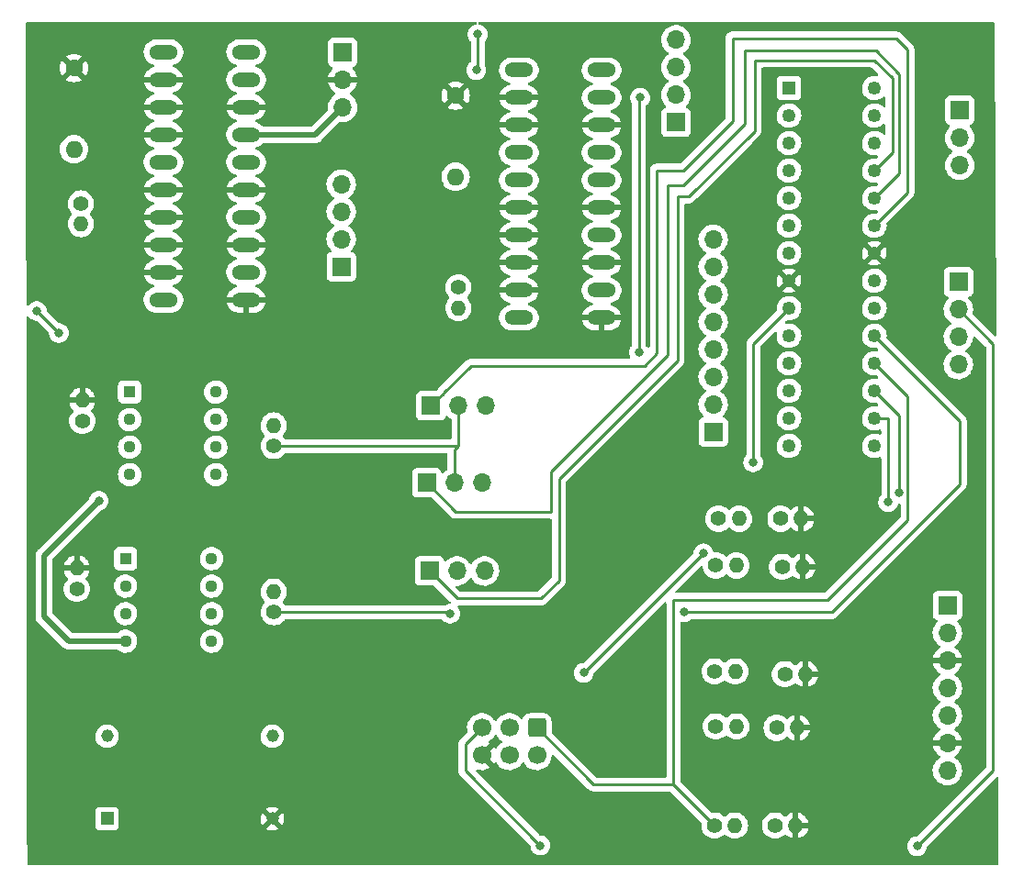
<source format=gbr>
%TF.GenerationSoftware,KiCad,Pcbnew,(6.0.1)*%
%TF.CreationDate,2022-03-29T22:43:00-05:00*%
%TF.ProjectId,microcontroller_board_ATMEGA_TH,6d696372-6f63-46f6-9e74-726f6c6c6572,rev?*%
%TF.SameCoordinates,Original*%
%TF.FileFunction,Copper,L2,Bot*%
%TF.FilePolarity,Positive*%
%FSLAX46Y46*%
G04 Gerber Fmt 4.6, Leading zero omitted, Abs format (unit mm)*
G04 Created by KiCad (PCBNEW (6.0.1)) date 2022-03-29 22:43:00*
%MOMM*%
%LPD*%
G01*
G04 APERTURE LIST*
G04 Aperture macros list*
%AMRoundRect*
0 Rectangle with rounded corners*
0 $1 Rounding radius*
0 $2 $3 $4 $5 $6 $7 $8 $9 X,Y pos of 4 corners*
0 Add a 4 corners polygon primitive as box body*
4,1,4,$2,$3,$4,$5,$6,$7,$8,$9,$2,$3,0*
0 Add four circle primitives for the rounded corners*
1,1,$1+$1,$2,$3*
1,1,$1+$1,$4,$5*
1,1,$1+$1,$6,$7*
1,1,$1+$1,$8,$9*
0 Add four rect primitives between the rounded corners*
20,1,$1+$1,$2,$3,$4,$5,0*
20,1,$1+$1,$4,$5,$6,$7,0*
20,1,$1+$1,$6,$7,$8,$9,0*
20,1,$1+$1,$8,$9,$2,$3,0*%
G04 Aperture macros list end*
%TA.AperFunction,ComponentPad*%
%ADD10R,1.700000X1.700000*%
%TD*%
%TA.AperFunction,ComponentPad*%
%ADD11O,1.700000X1.700000*%
%TD*%
%TA.AperFunction,ComponentPad*%
%ADD12RoundRect,0.250000X-0.600000X0.600000X-0.600000X-0.600000X0.600000X-0.600000X0.600000X0.600000X0*%
%TD*%
%TA.AperFunction,ComponentPad*%
%ADD13C,1.700000*%
%TD*%
%TA.AperFunction,ComponentPad*%
%ADD14C,1.400000*%
%TD*%
%TA.AperFunction,ComponentPad*%
%ADD15O,1.400000X1.400000*%
%TD*%
%TA.AperFunction,ComponentPad*%
%ADD16O,2.641600X1.320800*%
%TD*%
%TA.AperFunction,ComponentPad*%
%ADD17R,1.130000X1.130000*%
%TD*%
%TA.AperFunction,ComponentPad*%
%ADD18C,1.130000*%
%TD*%
%TA.AperFunction,ComponentPad*%
%ADD19R,1.158000X1.158000*%
%TD*%
%TA.AperFunction,ComponentPad*%
%ADD20C,1.158000*%
%TD*%
%TA.AperFunction,ComponentPad*%
%ADD21C,1.600000*%
%TD*%
%TA.AperFunction,ComponentPad*%
%ADD22O,1.600000X1.600000*%
%TD*%
%TA.AperFunction,ComponentPad*%
%ADD23R,1.250000X1.250000*%
%TD*%
%TA.AperFunction,ComponentPad*%
%ADD24C,1.250000*%
%TD*%
%TA.AperFunction,ViaPad*%
%ADD25C,0.800000*%
%TD*%
%TA.AperFunction,Conductor*%
%ADD26C,0.254000*%
%TD*%
%TA.AperFunction,Conductor*%
%ADD27C,0.508000*%
%TD*%
%TA.AperFunction,Conductor*%
%ADD28C,0.250000*%
%TD*%
G04 APERTURE END LIST*
D10*
%TO.P,J7,1,Pin_1*%
%TO.N,Net-(IC2-Pad12)*%
X128524000Y-44958000D03*
D11*
%TO.P,J7,2,Pin_2*%
%TO.N,Net-(IC2-Pad14)*%
X128524000Y-42418000D03*
%TO.P,J7,3,Pin_3*%
%TO.N,Net-(IC2-Pad16)*%
X128524000Y-39878000D03*
%TO.P,J7,4,Pin_4*%
%TO.N,Net-(IC2-Pad1)*%
X128524000Y-37338000D03*
%TD*%
D12*
%TO.P,J11,1,MISO*%
%TO.N,Net-(R19-Pad1)*%
X115697000Y-100838000D03*
D13*
%TO.P,J11,2,VCC*%
%TO.N,+5V*%
X115697000Y-103378000D03*
%TO.P,J11,3,SCK*%
%TO.N,Net-(R15-Pad1)*%
X113157000Y-100838000D03*
%TO.P,J11,4,MOSI*%
%TO.N,Net-(R9-Pad1)*%
X113157000Y-103378000D03*
%TO.P,J11,5,~{RST}*%
%TO.N,Net-(J6-Pad2)*%
X110617000Y-100838000D03*
%TO.P,J11,6,GND*%
%TO.N,GND*%
X110617000Y-103378000D03*
%TD*%
D14*
%TO.P,R13,1*%
%TO.N,+5V*%
X132085004Y-95631000D03*
D15*
%TO.P,R13,2*%
%TO.N,Net-(J8-Pad4)*%
X133985004Y-95631000D03*
%TD*%
D14*
%TO.P,R4,1*%
%TO.N,Net-(R4-Pad1)*%
X73279000Y-88011000D03*
D15*
%TO.P,R4,2*%
%TO.N,GND*%
X73279000Y-86111000D03*
%TD*%
D11*
%TO.P,J5,3,Pin_3*%
%TO.N,+5V*%
X97790000Y-43561000D03*
%TO.P,J5,2,Pin_2*%
%TO.N,GND*%
X97790000Y-41021000D03*
D10*
%TO.P,J5,1,Pin_1*%
%TO.N,-5V*%
X97790000Y-38481000D03*
%TD*%
D16*
%TO.P,IC2,1,REF*%
%TO.N,Net-(IC2-Pad1)*%
X114046000Y-40132000D03*
%TO.P,IC2,2*%
%TO.N,GND*%
X114046000Y-42672000D03*
%TO.P,IC2,3,A0*%
X114046000Y-45212000D03*
%TO.P,IC2,4,A1*%
%TO.N,+5V*%
X114046000Y-47752000D03*
%TO.P,IC2,5,COSC*%
%TO.N,Net-(C2-Pad2)*%
X114046000Y-50292000D03*
%TO.P,IC2,6*%
%TO.N,GND*%
X114046000Y-52832000D03*
%TO.P,IC2,7,DADJ*%
X114046000Y-55372000D03*
%TO.P,IC2,8,FADJ*%
X114046000Y-57912000D03*
%TO.P,IC2,9*%
X114046000Y-60452000D03*
%TO.P,IC2,10,IIN*%
%TO.N,Net-(IC2-Pad10)*%
X114046000Y-62992000D03*
%TO.P,IC2,11*%
%TO.N,GND*%
X121666000Y-62992000D03*
%TO.P,IC2,12,PDO*%
%TO.N,Net-(IC2-Pad12)*%
X121666000Y-60452000D03*
%TO.P,IC2,13,PDI*%
%TO.N,GND*%
X121666000Y-57912000D03*
%TO.P,IC2,14,SYNC*%
%TO.N,Net-(IC2-Pad14)*%
X121666000Y-55372000D03*
%TO.P,IC2,15,DGND*%
%TO.N,GND*%
X121666000Y-52832000D03*
%TO.P,IC2,16,DV+*%
%TO.N,Net-(IC2-Pad16)*%
X121666000Y-50292000D03*
%TO.P,IC2,17,V+*%
%TO.N,+5V*%
X121666000Y-47752000D03*
%TO.P,IC2,18*%
%TO.N,GND*%
X121666000Y-45212000D03*
%TO.P,IC2,19,OUT*%
%TO.N,Net-(IC2-Pad19)*%
X121666000Y-42672000D03*
%TO.P,IC2,20,V-*%
%TO.N,-5V*%
X121666000Y-40132000D03*
%TD*%
D10*
%TO.P,J6,1,Pin_1*%
%TO.N,Net-(J6-Pad1)*%
X154559000Y-59690000D03*
D11*
%TO.P,J6,2,Pin_2*%
%TO.N,Net-(J6-Pad2)*%
X154559000Y-62230000D03*
%TO.P,J6,3,Pin_3*%
%TO.N,Net-(J6-Pad3)*%
X154559000Y-64770000D03*
%TO.P,J6,4,Pin_4*%
%TO.N,Net-(J6-Pad4)*%
X154559000Y-67310000D03*
%TD*%
D10*
%TO.P,J1,1,Pin_1*%
%TO.N,Net-(J1-Pad1)*%
X105933011Y-71120000D03*
D11*
%TO.P,J1,2,Pin_2*%
%TO.N,Net-(J1-Pad2)*%
X108473011Y-71120000D03*
%TO.P,J1,3,Pin_3*%
%TO.N,Net-(J1-Pad3)*%
X111013011Y-71120000D03*
%TD*%
D17*
%TO.P,U2,1,OFFSET_N1*%
%TO.N,unconnected-(U2-Pad1)*%
X77776496Y-85217000D03*
D18*
%TO.P,U2,2,IN-*%
%TO.N,Net-(R4-Pad1)*%
X77776496Y-87757000D03*
%TO.P,U2,3,IN+*%
%TO.N,Net-(IC2-Pad19)*%
X77776496Y-90297000D03*
%TO.P,U2,4,VCC-*%
%TO.N,-5V*%
X77776496Y-92837000D03*
%TO.P,U2,5,OFFSET_N2*%
%TO.N,unconnected-(U2-Pad5)*%
X85716496Y-92837000D03*
%TO.P,U2,6,OUT*%
%TO.N,Net-(J1-Pad3)*%
X85716496Y-90297000D03*
%TO.P,U2,7,VCC+*%
%TO.N,+5V*%
X85716496Y-87757000D03*
%TO.P,U2,8*%
%TO.N,N/C*%
X85716496Y-85217000D03*
%TD*%
D10*
%TO.P,J9,1,Pin_1*%
%TO.N,Net-(J9-Pad1)*%
X154686000Y-43830011D03*
D11*
%TO.P,J9,2,Pin_2*%
%TO.N,Net-(J9-Pad2)*%
X154686000Y-46370011D03*
%TO.P,J9,3,Pin_3*%
%TO.N,Net-(J9-Pad3)*%
X154686000Y-48910011D03*
%TD*%
D10*
%TO.P,J8,1,Pin_1*%
%TO.N,Net-(J8-Pad1)*%
X153543000Y-89535000D03*
D11*
%TO.P,J8,2,Pin_2*%
%TO.N,Net-(J8-Pad2)*%
X153543000Y-92075000D03*
%TO.P,J8,3,Pin_3*%
%TO.N,GND*%
X153543000Y-94615000D03*
%TO.P,J8,4,Pin_4*%
%TO.N,Net-(J8-Pad4)*%
X153543000Y-97155000D03*
%TO.P,J8,5,Pin_5*%
%TO.N,Net-(J8-Pad5)*%
X153543000Y-99695000D03*
%TO.P,J8,6,Pin_6*%
%TO.N,GND*%
X153543000Y-102235000D03*
%TO.P,J8,7,Pin_7*%
%TO.N,Net-(J8-Pad7)*%
X153543000Y-104775000D03*
%TD*%
D14*
%TO.P,R20,1*%
%TO.N,Net-(J8-Pad7)*%
X137651998Y-109855000D03*
D15*
%TO.P,R20,2*%
%TO.N,GND*%
X139551998Y-109855000D03*
%TD*%
D14*
%TO.P,R8,1*%
%TO.N,Net-(J8-Pad1)*%
X138159998Y-81534000D03*
D15*
%TO.P,R8,2*%
%TO.N,GND*%
X140059998Y-81534000D03*
%TD*%
D14*
%TO.P,R16,1*%
%TO.N,Net-(J8-Pad5)*%
X137800004Y-100838000D03*
D15*
%TO.P,R16,2*%
%TO.N,GND*%
X139700004Y-100838000D03*
%TD*%
D19*
%TO.P,Y1,1*%
%TO.N,N/C*%
X76073000Y-109220000D03*
D20*
%TO.P,Y1,7,CASE_GND*%
%TO.N,GND*%
X91313000Y-109220000D03*
%TO.P,Y1,8,OUTPUT*%
%TO.N,Net-(U3-Pad9)*%
X91313000Y-101600000D03*
%TO.P,Y1,14,+VDC*%
%TO.N,+5V*%
X76073000Y-101600000D03*
%TD*%
D21*
%TO.P,C2,1*%
%TO.N,GND*%
X108204000Y-42477995D03*
D22*
%TO.P,C2,2*%
%TO.N,Net-(C2-Pad2)*%
X108204000Y-49977995D03*
%TD*%
D14*
%TO.P,R10,1*%
%TO.N,Net-(J8-Pad2)*%
X138303000Y-85979000D03*
D15*
%TO.P,R10,2*%
%TO.N,GND*%
X140203000Y-85979000D03*
%TD*%
D10*
%TO.P,J4,1,Pin_1*%
%TO.N,Net-(IC1-Pad12)*%
X97663000Y-58282992D03*
D11*
%TO.P,J4,2,Pin_2*%
%TO.N,Net-(IC1-Pad14)*%
X97663000Y-55742992D03*
%TO.P,J4,3,Pin_3*%
%TO.N,Net-(IC1-Pad16)*%
X97663000Y-53202992D03*
%TO.P,J4,4,Pin_4*%
%TO.N,Net-(IC1-Pad1)*%
X97663000Y-50662992D03*
%TD*%
D14*
%TO.P,R3,1*%
%TO.N,Net-(J1-Pad2)*%
X91440000Y-74819000D03*
D15*
%TO.P,R3,2*%
%TO.N,Net-(R2-Pad1)*%
X91440000Y-72919000D03*
%TD*%
%TO.P,R7,2*%
%TO.N,Net-(J8-Pad1)*%
X134344998Y-81534000D03*
D14*
%TO.P,R7,1*%
%TO.N,Net-(R7-Pad1)*%
X132444998Y-81534000D03*
%TD*%
D17*
%TO.P,U1,1,OFFSET_N1*%
%TO.N,unconnected-(U1-Pad1)*%
X78157496Y-69850000D03*
D18*
%TO.P,U1,2,IN-*%
%TO.N,Net-(R2-Pad1)*%
X78157496Y-72390000D03*
%TO.P,U1,3,IN+*%
%TO.N,Net-(IC1-Pad19)*%
X78157496Y-74930000D03*
%TO.P,U1,4,VCC-*%
%TO.N,-5V*%
X78157496Y-77470000D03*
%TO.P,U1,5,OFFSET_N2*%
%TO.N,unconnected-(U1-Pad5)*%
X86097496Y-77470000D03*
%TO.P,U1,6,OUT*%
%TO.N,Net-(J1-Pad2)*%
X86097496Y-74930000D03*
%TO.P,U1,7,VCC+*%
%TO.N,+5V*%
X86097496Y-72390000D03*
%TO.P,U1,8*%
%TO.N,N/C*%
X86097496Y-69850000D03*
%TD*%
D14*
%TO.P,R2,1*%
%TO.N,Net-(R2-Pad1)*%
X73787000Y-72517000D03*
D15*
%TO.P,R2,2*%
%TO.N,GND*%
X73787000Y-70617000D03*
%TD*%
D11*
%TO.P,J2,3,Pin_3*%
%TO.N,Net-(J1-Pad3)*%
X110632011Y-78232000D03*
%TO.P,J2,2,Pin_2*%
%TO.N,Net-(J1-Pad2)*%
X108092011Y-78232000D03*
D10*
%TO.P,J2,1,Pin_1*%
%TO.N,Net-(J2-Pad1)*%
X105552011Y-78232000D03*
%TD*%
D14*
%TO.P,R5,1*%
%TO.N,Net-(J1-Pad3)*%
X91440000Y-90165000D03*
D15*
%TO.P,R5,2*%
%TO.N,Net-(R4-Pad1)*%
X91440000Y-88265000D03*
%TD*%
D10*
%TO.P,J3,1,Pin_1*%
%TO.N,Net-(J3-Pad1)*%
X105791000Y-86360000D03*
D11*
%TO.P,J3,2,Pin_2*%
%TO.N,Net-(J1-Pad2)*%
X108331000Y-86360000D03*
%TO.P,J3,3,Pin_3*%
%TO.N,Net-(J1-Pad3)*%
X110871000Y-86360000D03*
%TD*%
D14*
%TO.P,R15,1*%
%TO.N,Net-(R15-Pad1)*%
X132190998Y-100711000D03*
D15*
%TO.P,R15,2*%
%TO.N,Net-(J8-Pad5)*%
X134090998Y-100711000D03*
%TD*%
D23*
%TO.P,U3,1,PC6(PCINT14/~{RESET})*%
%TO.N,Net-(J6-Pad2)*%
X138938000Y-41783000D03*
D24*
%TO.P,U3,2,PD0(PCINT16/RXD)*%
%TO.N,Net-(J10-Pad8)*%
X138938000Y-44323000D03*
%TO.P,U3,3,PD1(PCINT17/TXD)*%
%TO.N,Net-(J10-Pad7)*%
X138938000Y-46863000D03*
%TO.P,U3,4,PD2(PCINT18/INT0)*%
%TO.N,Net-(J10-Pad6)*%
X138938000Y-49403000D03*
%TO.P,U3,5,PD3(PCINT19/OC2B/INT1)*%
%TO.N,Net-(J10-Pad5)*%
X138938000Y-51943000D03*
%TO.P,U3,6,PD4(PCINT20/XCK/T0)*%
%TO.N,Net-(J10-Pad4)*%
X138938000Y-54483000D03*
%TO.P,U3,7,VCC*%
%TO.N,+5V*%
X138938000Y-57023000D03*
%TO.P,U3,8,GND*%
%TO.N,GND*%
X138938000Y-59563000D03*
%TO.P,U3,9,PB6(PCINT6/XTAL1/TOSC1)*%
%TO.N,Net-(U3-Pad9)*%
X138938000Y-62103000D03*
%TO.P,U3,10,PB7(PCINT7/XTAL2/TOSC2)*%
%TO.N,unconnected-(U3-Pad10)*%
X138938000Y-64643000D03*
%TO.P,U3,11,PD5(PCINT21/OC0B/T1)*%
%TO.N,Net-(J10-Pad3)*%
X138938000Y-67183000D03*
%TO.P,U3,12,PD6(PCINT22/OC0A/AIN0)*%
%TO.N,Net-(J10-Pad2)*%
X138938000Y-69723000D03*
%TO.P,U3,13,PD7(PCINT23/AIN1)*%
%TO.N,Net-(J10-Pad1)*%
X138938000Y-72263000D03*
%TO.P,U3,14,PB0(PCINT0/CLKO/ICP1)*%
%TO.N,Net-(J6-Pad3)*%
X138938000Y-74803000D03*
%TO.P,U3,15,PB1(OC1A/PCINT1)*%
%TO.N,Net-(J6-Pad4)*%
X146812000Y-74803000D03*
%TO.P,U3,16,PB2(~{SS}/OC1B/PCINT2)*%
%TO.N,Net-(R7-Pad1)*%
X146812000Y-72263000D03*
%TO.P,U3,17,PB3(MOSI/OC2A/PCINT3)*%
%TO.N,Net-(R9-Pad1)*%
X146812000Y-69723000D03*
%TO.P,U3,18,PB4(MISO/PCINT4)*%
%TO.N,Net-(R19-Pad1)*%
X146812000Y-67183000D03*
%TO.P,U3,19,PB5(SCK/PCINT5)*%
%TO.N,Net-(R15-Pad1)*%
X146812000Y-64643000D03*
%TO.P,U3,20,AVCC*%
%TO.N,+5V*%
X146812000Y-62103000D03*
%TO.P,U3,21,AREF*%
%TO.N,Net-(J6-Pad1)*%
X146812000Y-59563000D03*
%TO.P,U3,22,GND*%
%TO.N,GND*%
X146812000Y-57023000D03*
%TO.P,U3,23,PC0(ADC0/PCINT8)*%
%TO.N,Net-(J1-Pad1)*%
X146812000Y-54483000D03*
%TO.P,U3,24,PC1(ADC1/PCINT9)*%
%TO.N,Net-(J2-Pad1)*%
X146812000Y-51943000D03*
%TO.P,U3,25,PC2(ADC2/PCINT10)*%
%TO.N,Net-(J3-Pad1)*%
X146812000Y-49403000D03*
%TO.P,U3,26,PC3(ADC3/PCINT11)*%
%TO.N,Net-(J9-Pad3)*%
X146812000Y-46863000D03*
%TO.P,U3,27,PC4(ADC4/SDA/PCINT12)*%
%TO.N,Net-(J9-Pad2)*%
X146812000Y-44323000D03*
%TO.P,U3,28,PC5(ADC5/SCL/PCINT13)*%
%TO.N,Net-(J9-Pad1)*%
X146812000Y-41783000D03*
%TD*%
D14*
%TO.P,R6,1*%
%TO.N,+5V*%
X108458000Y-60181998D03*
D15*
%TO.P,R6,2*%
%TO.N,Net-(IC2-Pad10)*%
X108458000Y-62081998D03*
%TD*%
D14*
%TO.P,R14,1*%
%TO.N,Net-(J8-Pad4)*%
X138557000Y-95885000D03*
D15*
%TO.P,R14,2*%
%TO.N,GND*%
X140457000Y-95885000D03*
%TD*%
D21*
%TO.P,C1,1*%
%TO.N,GND*%
X73025000Y-39937995D03*
D22*
%TO.P,C1,2*%
%TO.N,Net-(C1-Pad2)*%
X73025000Y-47437995D03*
%TD*%
D10*
%TO.P,J10,1,Pin_1*%
%TO.N,Net-(J10-Pad1)*%
X131953000Y-73533000D03*
D11*
%TO.P,J10,2,Pin_2*%
%TO.N,Net-(J10-Pad2)*%
X131953000Y-70993000D03*
%TO.P,J10,3,Pin_3*%
%TO.N,Net-(J10-Pad3)*%
X131953000Y-68453000D03*
%TO.P,J10,4,Pin_4*%
%TO.N,Net-(J10-Pad4)*%
X131953000Y-65913000D03*
%TO.P,J10,5,Pin_5*%
%TO.N,Net-(J10-Pad5)*%
X131953000Y-63373000D03*
%TO.P,J10,6,Pin_6*%
%TO.N,Net-(J10-Pad6)*%
X131953000Y-60833000D03*
%TO.P,J10,7,Pin_7*%
%TO.N,Net-(J10-Pad7)*%
X131953000Y-58293000D03*
%TO.P,J10,8,Pin_8*%
%TO.N,Net-(J10-Pad8)*%
X131953000Y-55753000D03*
%TD*%
D14*
%TO.P,R9,1*%
%TO.N,Net-(R9-Pad1)*%
X132190998Y-85852000D03*
D15*
%TO.P,R9,2*%
%TO.N,Net-(J8-Pad2)*%
X134090998Y-85852000D03*
%TD*%
D16*
%TO.P,IC1,1,REF*%
%TO.N,Net-(IC1-Pad1)*%
X81280000Y-38481000D03*
%TO.P,IC1,2*%
%TO.N,GND*%
X81280000Y-41021000D03*
%TO.P,IC1,3,A0*%
X81280000Y-43561000D03*
%TO.P,IC1,4,A1*%
X81280000Y-46101000D03*
%TO.P,IC1,5,COSC*%
%TO.N,Net-(C1-Pad2)*%
X81280000Y-48641000D03*
%TO.P,IC1,6*%
%TO.N,GND*%
X81280000Y-51181000D03*
%TO.P,IC1,7,DADJ*%
X81280000Y-53721000D03*
%TO.P,IC1,8,FADJ*%
X81280000Y-56261000D03*
%TO.P,IC1,9*%
X81280000Y-58801000D03*
%TO.P,IC1,10,IIN*%
%TO.N,Net-(IC1-Pad10)*%
X81280000Y-61341000D03*
%TO.P,IC1,11*%
%TO.N,GND*%
X88900000Y-61341000D03*
%TO.P,IC1,12,PDO*%
%TO.N,Net-(IC1-Pad12)*%
X88900000Y-58801000D03*
%TO.P,IC1,13,PDI*%
%TO.N,GND*%
X88900000Y-56261000D03*
%TO.P,IC1,14,SYNC*%
%TO.N,Net-(IC1-Pad14)*%
X88900000Y-53721000D03*
%TO.P,IC1,15,DGND*%
%TO.N,GND*%
X88900000Y-51181000D03*
%TO.P,IC1,16,DV+*%
%TO.N,Net-(IC1-Pad16)*%
X88900000Y-48641000D03*
%TO.P,IC1,17,V+*%
%TO.N,+5V*%
X88900000Y-46101000D03*
%TO.P,IC1,18*%
%TO.N,GND*%
X88900000Y-43561000D03*
%TO.P,IC1,19,OUT*%
%TO.N,Net-(IC1-Pad19)*%
X88900000Y-41021000D03*
%TO.P,IC1,20,V-*%
%TO.N,-5V*%
X88900000Y-38481000D03*
%TD*%
D14*
%TO.P,R19,1*%
%TO.N,Net-(R19-Pad1)*%
X132063998Y-109855000D03*
D15*
%TO.P,R19,2*%
%TO.N,Net-(J8-Pad7)*%
X133963998Y-109855000D03*
%TD*%
D14*
%TO.P,R1,1*%
%TO.N,+5V*%
X73660000Y-52434998D03*
D15*
%TO.P,R1,2*%
%TO.N,Net-(IC1-Pad10)*%
X73660000Y-54334998D03*
%TD*%
D25*
%TO.N,Net-(IC1-Pad1)*%
X69596000Y-62357000D03*
X71628000Y-64389000D03*
%TO.N,-5V*%
X75311000Y-79883000D03*
%TO.N,Net-(IC2-Pad1)*%
X110109000Y-40132000D03*
X110236000Y-36830000D03*
%TO.N,Net-(IC2-Pad19)*%
X125222000Y-42672000D03*
X125095000Y-66167000D03*
%TO.N,Net-(J1-Pad3)*%
X107696000Y-90297000D03*
%TO.N,Net-(J6-Pad2)*%
X150749000Y-111760000D03*
X116014500Y-111696500D03*
%TO.N,Net-(R7-Pad1)*%
X148082000Y-80010000D03*
%TO.N,Net-(R9-Pad1)*%
X131048000Y-84725000D03*
X149098000Y-79121000D03*
X120015000Y-95758000D03*
%TO.N,Net-(R15-Pad1)*%
X129286000Y-90170000D03*
%TO.N,Net-(U3-Pad9)*%
X135636000Y-76327000D03*
%TD*%
D26*
%TO.N,Net-(IC1-Pad1)*%
X69596000Y-62357000D02*
X71628000Y-64389000D01*
D27*
%TO.N,+5V*%
X95250000Y-46101000D02*
X88900000Y-46101000D01*
X97790000Y-43561000D02*
X95250000Y-46101000D01*
%TO.N,-5V*%
X77776502Y-92837000D02*
X72517000Y-92837000D01*
X70231000Y-84963000D02*
X75311000Y-79883000D01*
X72517000Y-92837000D02*
X70231000Y-90551000D01*
X70231000Y-90551000D02*
X70231000Y-84963000D01*
D26*
%TO.N,Net-(IC2-Pad1)*%
X110236000Y-36830000D02*
X110236000Y-40005000D01*
X110236000Y-40005000D02*
X110109000Y-40132000D01*
%TO.N,Net-(IC2-Pad19)*%
X125095000Y-42799000D02*
X125095000Y-66167000D01*
X125222000Y-42672000D02*
X125095000Y-42799000D01*
%TO.N,Net-(J1-Pad1)*%
X149860000Y-38227000D02*
X149860000Y-51435000D01*
X149860000Y-51435000D02*
X146812000Y-54483000D01*
X109601000Y-67437000D02*
X125603000Y-67437000D01*
X148844000Y-37211000D02*
X149860000Y-38227000D01*
X126746000Y-49403000D02*
X129159000Y-49403000D01*
X126746000Y-66294000D02*
X126746000Y-49403000D01*
X133731000Y-44831000D02*
X133731000Y-37211000D01*
X133731000Y-37211000D02*
X148844000Y-37211000D01*
X105933000Y-71120000D02*
X107109511Y-69943489D01*
X107109511Y-69943489D02*
X107109511Y-69928489D01*
X107109511Y-69928489D02*
X109601000Y-67437000D01*
X129159000Y-49403000D02*
X133731000Y-44831000D01*
X125603000Y-67437000D02*
X126746000Y-66294000D01*
%TO.N,Net-(J1-Pad2)*%
X108473000Y-74803000D02*
X108092000Y-75184000D01*
X108092000Y-75184000D02*
X108092000Y-78232000D01*
X108473000Y-74803000D02*
X108473000Y-71120000D01*
X91440000Y-74819000D02*
X108458000Y-74819000D01*
X108092000Y-86121000D02*
X108331000Y-86360000D01*
%TO.N,Net-(J1-Pad3)*%
X91440000Y-90165000D02*
X107564000Y-90165000D01*
X91308000Y-90297000D02*
X91440000Y-90165000D01*
X107564000Y-90165000D02*
X107696000Y-90297000D01*
X110632000Y-86121000D02*
X110871000Y-86360000D01*
%TO.N,Net-(J2-Pad1)*%
X116967000Y-80899000D02*
X116967000Y-77216000D01*
X105552000Y-78232000D02*
X108219000Y-80899000D01*
X134874000Y-45085000D02*
X134874000Y-38354000D01*
X149098000Y-49657000D02*
X146812000Y-51943000D01*
X134874000Y-38354000D02*
X146939000Y-38354000D01*
X127762000Y-50800000D02*
X129159000Y-50800000D01*
X146939000Y-38354000D02*
X149098000Y-40513000D01*
X129159000Y-50800000D02*
X134874000Y-45085000D01*
X108219000Y-80899000D02*
X116967000Y-80899000D01*
X127762000Y-66421000D02*
X127762000Y-50800000D01*
X116967000Y-77216000D02*
X127762000Y-66421000D01*
X149098000Y-40513000D02*
X149098000Y-49657000D01*
%TO.N,Net-(J3-Pad1)*%
X148463000Y-40894000D02*
X148463000Y-47752000D01*
X116078000Y-88900000D02*
X117729000Y-87249000D01*
X128651000Y-66929000D02*
X128651000Y-51816000D01*
X148463000Y-47752000D02*
X146812000Y-49403000D01*
X105791000Y-86360000D02*
X108331000Y-88900000D01*
X117729000Y-87249000D02*
X117729000Y-77851000D01*
X108331000Y-88900000D02*
X116078000Y-88900000D01*
X146812000Y-39243000D02*
X148463000Y-40894000D01*
X128651000Y-51816000D02*
X129673374Y-51816000D01*
X129673374Y-51816000D02*
X135763000Y-45726374D01*
X135763000Y-45726374D02*
X135763000Y-39243000D01*
X135763000Y-39243000D02*
X146812000Y-39243000D01*
X117729000Y-77851000D02*
X128651000Y-66929000D01*
D28*
%TO.N,Net-(J6-Pad2)*%
X150749000Y-111760000D02*
X157734000Y-104775000D01*
X157734000Y-65405000D02*
X154559000Y-62230000D01*
X109093000Y-102362000D02*
X109093000Y-104775000D01*
X109093000Y-104775000D02*
X116014500Y-111696500D01*
X116014500Y-111696500D02*
X116078000Y-111760000D01*
X157734000Y-104775000D02*
X157734000Y-65405000D01*
X110617000Y-100838000D02*
X109093000Y-102362000D01*
D26*
%TO.N,Net-(R7-Pad1)*%
X148082000Y-80010000D02*
X148082000Y-72263000D01*
X148082000Y-72263000D02*
X146812000Y-72263000D01*
D28*
%TO.N,Net-(R9-Pad1)*%
X120015000Y-95758000D02*
X131048000Y-84725000D01*
D26*
X149098000Y-72009000D02*
X146812000Y-69723000D01*
X149098000Y-79121000D02*
X149098000Y-72009000D01*
%TO.N,Net-(R15-Pad1)*%
X142875000Y-90170000D02*
X154686000Y-78359000D01*
X129286000Y-90170000D02*
X142875000Y-90170000D01*
X154686000Y-72517000D02*
X146812000Y-64643000D01*
X154686000Y-78359000D02*
X154686000Y-72517000D01*
D28*
%TO.N,Net-(R19-Pad1)*%
X115697000Y-100838000D02*
X120920000Y-106061000D01*
D26*
X149860000Y-70231000D02*
X149860000Y-81661000D01*
D28*
X120920000Y-106061000D02*
X128270000Y-106061000D01*
D26*
X146812000Y-67183000D02*
X149860000Y-70231000D01*
X142494000Y-89027000D02*
X128270000Y-89027000D01*
X128270000Y-89027000D02*
X128270000Y-106061000D01*
X149860000Y-81661000D02*
X142494000Y-89027000D01*
X128270000Y-106061000D02*
X132064000Y-109855000D01*
%TO.N,Net-(U3-Pad9)*%
X135636000Y-76327000D02*
X135636000Y-65405000D01*
X135636000Y-65405000D02*
X138938000Y-62103000D01*
%TD*%
%TA.AperFunction,Conductor*%
%TO.N,GND*%
G36*
X110113058Y-35707002D02*
G01*
X110159551Y-35760658D01*
X110169655Y-35830932D01*
X110140161Y-35895512D01*
X110080435Y-35933896D01*
X110071133Y-35936247D01*
X109953712Y-35961206D01*
X109947682Y-35963891D01*
X109947681Y-35963891D01*
X109785278Y-36036197D01*
X109785276Y-36036198D01*
X109779248Y-36038882D01*
X109624747Y-36151134D01*
X109620326Y-36156044D01*
X109620325Y-36156045D01*
X109575526Y-36205800D01*
X109496960Y-36293056D01*
X109401473Y-36458444D01*
X109342458Y-36640072D01*
X109341768Y-36646633D01*
X109341768Y-36646635D01*
X109326966Y-36787474D01*
X109322496Y-36830000D01*
X109323186Y-36836565D01*
X109340947Y-37005548D01*
X109342458Y-37019928D01*
X109401473Y-37201556D01*
X109496960Y-37366944D01*
X109501378Y-37371851D01*
X109501379Y-37371852D01*
X109568136Y-37445993D01*
X109598854Y-37510000D01*
X109600500Y-37530303D01*
X109600500Y-39314279D01*
X109580498Y-39382400D01*
X109548564Y-39416213D01*
X109497747Y-39453134D01*
X109493326Y-39458044D01*
X109493325Y-39458045D01*
X109379113Y-39584891D01*
X109369960Y-39595056D01*
X109274473Y-39760444D01*
X109215458Y-39942072D01*
X109214768Y-39948633D01*
X109214768Y-39948635D01*
X109201722Y-40072767D01*
X109195496Y-40132000D01*
X109196186Y-40138565D01*
X109213420Y-40302534D01*
X109215458Y-40321928D01*
X109274473Y-40503556D01*
X109369960Y-40668944D01*
X109374378Y-40673851D01*
X109374379Y-40673852D01*
X109454823Y-40763194D01*
X109497747Y-40810866D01*
X109564131Y-40859097D01*
X109641803Y-40915529D01*
X109652248Y-40923118D01*
X109658276Y-40925802D01*
X109658278Y-40925803D01*
X109818734Y-40997242D01*
X109826712Y-41000794D01*
X109920113Y-41020647D01*
X110007056Y-41039128D01*
X110007061Y-41039128D01*
X110013513Y-41040500D01*
X110204487Y-41040500D01*
X110210939Y-41039128D01*
X110210944Y-41039128D01*
X110297887Y-41020647D01*
X110391288Y-41000794D01*
X110399266Y-40997242D01*
X110559722Y-40925803D01*
X110559724Y-40925802D01*
X110565752Y-40923118D01*
X110576198Y-40915529D01*
X110653869Y-40859097D01*
X110720253Y-40810866D01*
X110763177Y-40763194D01*
X110843621Y-40673852D01*
X110843622Y-40673851D01*
X110848040Y-40668944D01*
X110943527Y-40503556D01*
X111002542Y-40321928D01*
X111004581Y-40302534D01*
X111012824Y-40224104D01*
X112215311Y-40224104D01*
X112216290Y-40229801D01*
X112216290Y-40229802D01*
X112232982Y-40326945D01*
X112251692Y-40435830D01*
X112326048Y-40637380D01*
X112435888Y-40822006D01*
X112439694Y-40826346D01*
X112439697Y-40826350D01*
X112524561Y-40923118D01*
X112577535Y-40983523D01*
X112582070Y-40987098D01*
X112582071Y-40987099D01*
X112596037Y-40998109D01*
X112746244Y-41116522D01*
X112751355Y-41119211D01*
X112751358Y-41119213D01*
X112808685Y-41149374D01*
X112936365Y-41216550D01*
X113141531Y-41280255D01*
X113143256Y-41280459D01*
X113204577Y-41313568D01*
X113238896Y-41375718D01*
X113234165Y-41446557D01*
X113191888Y-41503593D01*
X113150104Y-41524352D01*
X112970653Y-41574962D01*
X112959906Y-41579087D01*
X112777678Y-41668952D01*
X112767870Y-41674962D01*
X112605062Y-41796536D01*
X112596522Y-41804225D01*
X112458593Y-41953436D01*
X112451592Y-41962561D01*
X112343169Y-42134401D01*
X112337948Y-42144649D01*
X112262657Y-42333367D01*
X112259388Y-42344403D01*
X112248283Y-42400230D01*
X112249435Y-42413106D01*
X112264591Y-42418000D01*
X115830248Y-42418000D01*
X115843210Y-42414194D01*
X115845146Y-42399278D01*
X115840802Y-42373997D01*
X115837822Y-42362877D01*
X115767497Y-42172252D01*
X115762547Y-42161874D01*
X115658661Y-41987257D01*
X115651895Y-41977945D01*
X115517926Y-41825182D01*
X115509583Y-41817265D01*
X115350022Y-41691477D01*
X115340365Y-41685206D01*
X115160560Y-41590606D01*
X115149926Y-41586201D01*
X114955877Y-41525947D01*
X114949910Y-41524679D01*
X114887437Y-41490949D01*
X114853118Y-41428799D01*
X114857847Y-41357960D01*
X114900124Y-41300923D01*
X114941906Y-41280165D01*
X115127091Y-41227938D01*
X115132268Y-41225385D01*
X115132273Y-41225383D01*
X115314586Y-41135475D01*
X115319765Y-41132921D01*
X115464280Y-41025007D01*
X115487274Y-41007837D01*
X115487275Y-41007836D01*
X115491898Y-41004384D01*
X115511182Y-40983523D01*
X115633805Y-40850870D01*
X115633807Y-40850867D01*
X115637724Y-40846630D01*
X115752360Y-40664943D01*
X115831966Y-40465408D01*
X115834226Y-40454049D01*
X115872750Y-40260374D01*
X115872750Y-40260371D01*
X115873877Y-40254707D01*
X115874354Y-40218322D01*
X115875569Y-40125435D01*
X115876689Y-40039896D01*
X115872424Y-40015072D01*
X115841287Y-39833867D01*
X115841287Y-39833866D01*
X115840308Y-39828170D01*
X115765952Y-39626620D01*
X115656112Y-39441994D01*
X115652306Y-39437654D01*
X115652303Y-39437650D01*
X115518272Y-39284818D01*
X115514465Y-39280477D01*
X115345756Y-39147478D01*
X115340645Y-39144789D01*
X115340642Y-39144787D01*
X115161654Y-39050617D01*
X115155635Y-39047450D01*
X114950469Y-38983745D01*
X114926973Y-38980964D01*
X114779731Y-38963536D01*
X114779724Y-38963536D01*
X114776044Y-38963100D01*
X113331098Y-38963100D01*
X113171672Y-38977749D01*
X113166110Y-38979318D01*
X113166108Y-38979318D01*
X113123475Y-38991342D01*
X112964909Y-39036062D01*
X112959732Y-39038615D01*
X112959727Y-39038617D01*
X112784085Y-39125235D01*
X112772235Y-39131079D01*
X112600102Y-39259616D01*
X112596188Y-39263850D01*
X112596186Y-39263852D01*
X112486481Y-39382531D01*
X112454276Y-39417370D01*
X112339640Y-39599057D01*
X112260034Y-39798592D01*
X112258908Y-39804252D01*
X112258907Y-39804256D01*
X112227166Y-39963831D01*
X112218123Y-40009293D01*
X112218047Y-40015068D01*
X112218047Y-40015072D01*
X112217426Y-40062547D01*
X112215311Y-40224104D01*
X111012824Y-40224104D01*
X111021814Y-40138565D01*
X111022504Y-40132000D01*
X111016278Y-40072767D01*
X111003232Y-39948635D01*
X111003232Y-39948633D01*
X111002542Y-39942072D01*
X110943527Y-39760444D01*
X110888381Y-39664928D01*
X110871500Y-39601929D01*
X110871500Y-37530303D01*
X110891502Y-37462182D01*
X110903864Y-37445993D01*
X110970621Y-37371852D01*
X110970622Y-37371851D01*
X110975040Y-37366944D01*
X111070527Y-37201556D01*
X111129542Y-37019928D01*
X111131054Y-37005548D01*
X111148814Y-36836565D01*
X111149504Y-36830000D01*
X111145034Y-36787474D01*
X111130232Y-36646635D01*
X111130232Y-36646633D01*
X111129542Y-36640072D01*
X111070527Y-36458444D01*
X110975040Y-36293056D01*
X110896475Y-36205800D01*
X110851675Y-36156045D01*
X110851674Y-36156044D01*
X110847253Y-36151134D01*
X110692752Y-36038882D01*
X110686724Y-36036198D01*
X110686722Y-36036197D01*
X110524319Y-35963891D01*
X110524318Y-35963891D01*
X110518288Y-35961206D01*
X110400866Y-35936247D01*
X110338393Y-35902518D01*
X110304071Y-35840369D01*
X110308799Y-35769530D01*
X110351075Y-35712492D01*
X110417476Y-35687365D01*
X110427063Y-35687000D01*
X157736023Y-35687000D01*
X157804144Y-35707002D01*
X157850637Y-35760658D01*
X157862019Y-35811972D01*
X158096558Y-64566440D01*
X158077112Y-64634722D01*
X158023837Y-64681651D01*
X157953648Y-64692328D01*
X157888829Y-64663362D01*
X157881467Y-64656563D01*
X157005544Y-63780639D01*
X155910218Y-62685313D01*
X155876192Y-62623001D01*
X155878755Y-62559589D01*
X155889865Y-62523022D01*
X155891370Y-62518069D01*
X155920529Y-62296590D01*
X155921892Y-62240800D01*
X155922074Y-62233365D01*
X155922074Y-62233361D01*
X155922156Y-62230000D01*
X155903852Y-62007361D01*
X155849431Y-61790702D01*
X155760354Y-61585840D01*
X155673782Y-61452020D01*
X155641822Y-61402617D01*
X155641820Y-61402614D01*
X155639014Y-61398277D01*
X155635532Y-61394450D01*
X155491798Y-61236488D01*
X155460746Y-61172642D01*
X155469141Y-61102143D01*
X155514317Y-61047375D01*
X155540761Y-61033706D01*
X155647297Y-60993767D01*
X155655705Y-60990615D01*
X155772261Y-60903261D01*
X155859615Y-60786705D01*
X155910745Y-60650316D01*
X155917500Y-60588134D01*
X155917500Y-58791866D01*
X155910745Y-58729684D01*
X155859615Y-58593295D01*
X155772261Y-58476739D01*
X155655705Y-58389385D01*
X155519316Y-58338255D01*
X155457134Y-58331500D01*
X153660866Y-58331500D01*
X153598684Y-58338255D01*
X153462295Y-58389385D01*
X153345739Y-58476739D01*
X153258385Y-58593295D01*
X153207255Y-58729684D01*
X153200500Y-58791866D01*
X153200500Y-60588134D01*
X153207255Y-60650316D01*
X153258385Y-60786705D01*
X153345739Y-60903261D01*
X153462295Y-60990615D01*
X153470704Y-60993767D01*
X153470705Y-60993768D01*
X153579451Y-61034535D01*
X153636216Y-61077176D01*
X153660916Y-61143738D01*
X153645709Y-61213087D01*
X153626316Y-61239568D01*
X153600409Y-61266678D01*
X153530864Y-61339453D01*
X153499629Y-61372138D01*
X153496715Y-61376410D01*
X153496714Y-61376411D01*
X153451407Y-61442829D01*
X153373743Y-61556680D01*
X153353516Y-61600255D01*
X153284565Y-61748799D01*
X153279688Y-61759305D01*
X153219989Y-61974570D01*
X153196251Y-62196695D01*
X153196548Y-62201848D01*
X153196548Y-62201851D01*
X153204672Y-62342745D01*
X153209110Y-62419715D01*
X153210247Y-62424761D01*
X153210248Y-62424767D01*
X153228945Y-62507729D01*
X153258222Y-62637639D01*
X153342266Y-62844616D01*
X153458987Y-63035088D01*
X153605250Y-63203938D01*
X153708916Y-63290003D01*
X153758023Y-63330772D01*
X153777126Y-63346632D01*
X153816510Y-63369646D01*
X153850445Y-63389476D01*
X153899169Y-63441114D01*
X153912240Y-63510897D01*
X153885509Y-63576669D01*
X153845055Y-63610027D01*
X153832607Y-63616507D01*
X153828474Y-63619610D01*
X153828471Y-63619612D01*
X153668288Y-63739881D01*
X153653965Y-63750635D01*
X153620719Y-63785425D01*
X153530864Y-63879453D01*
X153499629Y-63912138D01*
X153496715Y-63916410D01*
X153496714Y-63916411D01*
X153451407Y-63982829D01*
X153373743Y-64096680D01*
X153350454Y-64146852D01*
X153301511Y-64252292D01*
X153279688Y-64299305D01*
X153219989Y-64514570D01*
X153196251Y-64736695D01*
X153196548Y-64741848D01*
X153196548Y-64741851D01*
X153205842Y-64903030D01*
X153209110Y-64959715D01*
X153210247Y-64964761D01*
X153210248Y-64964767D01*
X153229773Y-65051401D01*
X153258222Y-65177639D01*
X153342266Y-65384616D01*
X153369499Y-65429056D01*
X153434310Y-65534818D01*
X153458987Y-65575088D01*
X153605250Y-65743938D01*
X153777126Y-65886632D01*
X153816510Y-65909646D01*
X153850445Y-65929476D01*
X153899169Y-65981114D01*
X153912240Y-66050897D01*
X153885509Y-66116669D01*
X153845055Y-66150027D01*
X153832607Y-66156507D01*
X153828474Y-66159610D01*
X153828471Y-66159612D01*
X153668288Y-66279881D01*
X153653965Y-66290635D01*
X153620719Y-66325425D01*
X153530864Y-66419453D01*
X153499629Y-66452138D01*
X153373743Y-66636680D01*
X153358003Y-66670590D01*
X153290702Y-66815578D01*
X153279688Y-66839305D01*
X153219989Y-67054570D01*
X153196251Y-67276695D01*
X153196548Y-67281848D01*
X153196548Y-67281851D01*
X153202011Y-67376590D01*
X153209110Y-67499715D01*
X153210247Y-67504761D01*
X153210248Y-67504767D01*
X153222108Y-67557391D01*
X153258222Y-67717639D01*
X153342266Y-67924616D01*
X153458987Y-68115088D01*
X153605250Y-68283938D01*
X153777126Y-68426632D01*
X153970000Y-68539338D01*
X154178692Y-68619030D01*
X154183760Y-68620061D01*
X154183763Y-68620062D01*
X154269705Y-68637547D01*
X154397597Y-68663567D01*
X154402772Y-68663757D01*
X154402774Y-68663757D01*
X154615673Y-68671564D01*
X154615677Y-68671564D01*
X154620837Y-68671753D01*
X154625957Y-68671097D01*
X154625959Y-68671097D01*
X154837288Y-68644025D01*
X154837289Y-68644025D01*
X154842416Y-68643368D01*
X154847366Y-68641883D01*
X155051429Y-68580661D01*
X155051434Y-68580659D01*
X155056384Y-68579174D01*
X155256994Y-68480896D01*
X155438860Y-68351173D01*
X155478555Y-68311617D01*
X155587846Y-68202707D01*
X155597096Y-68193489D01*
X155656594Y-68110689D01*
X155724435Y-68016277D01*
X155727453Y-68012077D01*
X155737559Y-67991630D01*
X155824136Y-67816453D01*
X155824137Y-67816451D01*
X155826430Y-67811811D01*
X155884319Y-67621277D01*
X155889865Y-67603023D01*
X155889865Y-67603021D01*
X155891370Y-67598069D01*
X155920529Y-67376590D01*
X155921108Y-67352899D01*
X155922074Y-67313365D01*
X155922074Y-67313361D01*
X155922156Y-67310000D01*
X155903852Y-67087361D01*
X155849431Y-66870702D01*
X155760354Y-66665840D01*
X155639014Y-66478277D01*
X155488670Y-66313051D01*
X155484619Y-66309852D01*
X155484615Y-66309848D01*
X155317414Y-66177800D01*
X155317410Y-66177798D01*
X155313359Y-66174598D01*
X155272053Y-66151796D01*
X155222084Y-66101364D01*
X155207312Y-66031921D01*
X155232428Y-65965516D01*
X155259780Y-65938909D01*
X155303603Y-65907650D01*
X155438860Y-65811173D01*
X155478555Y-65771617D01*
X155587846Y-65662707D01*
X155597096Y-65653489D01*
X155609826Y-65635774D01*
X155724435Y-65476277D01*
X155727453Y-65472077D01*
X155737559Y-65451630D01*
X155824136Y-65276453D01*
X155824137Y-65276451D01*
X155826430Y-65271811D01*
X155885031Y-65078933D01*
X155889865Y-65063023D01*
X155889865Y-65063021D01*
X155891370Y-65058069D01*
X155920529Y-64836590D01*
X155921676Y-64789654D01*
X155943336Y-64722042D01*
X155998111Y-64676874D01*
X156068611Y-64668490D01*
X156136731Y-64703636D01*
X157063597Y-65630502D01*
X157097621Y-65692812D01*
X157100500Y-65719595D01*
X157100500Y-104460406D01*
X157080498Y-104528527D01*
X157063595Y-104549501D01*
X150798500Y-110814595D01*
X150736188Y-110848621D01*
X150709405Y-110851500D01*
X150653513Y-110851500D01*
X150647061Y-110852872D01*
X150647056Y-110852872D01*
X150560113Y-110871353D01*
X150466712Y-110891206D01*
X150460682Y-110893891D01*
X150460681Y-110893891D01*
X150298278Y-110966197D01*
X150298276Y-110966198D01*
X150292248Y-110968882D01*
X150137747Y-111081134D01*
X150133326Y-111086044D01*
X150133325Y-111086045D01*
X150067136Y-111159556D01*
X150009960Y-111223056D01*
X149914473Y-111388444D01*
X149855458Y-111570072D01*
X149835496Y-111760000D01*
X149855458Y-111949928D01*
X149914473Y-112131556D01*
X150009960Y-112296944D01*
X150014378Y-112301851D01*
X150014379Y-112301852D01*
X150080571Y-112375366D01*
X150137747Y-112438866D01*
X150292248Y-112551118D01*
X150298276Y-112553802D01*
X150298278Y-112553803D01*
X150460681Y-112626109D01*
X150466712Y-112628794D01*
X150560112Y-112648647D01*
X150647056Y-112667128D01*
X150647061Y-112667128D01*
X150653513Y-112668500D01*
X150844487Y-112668500D01*
X150850939Y-112667128D01*
X150850944Y-112667128D01*
X150937888Y-112648647D01*
X151031288Y-112628794D01*
X151037319Y-112626109D01*
X151199722Y-112553803D01*
X151199724Y-112553802D01*
X151205752Y-112551118D01*
X151360253Y-112438866D01*
X151417429Y-112375366D01*
X151483621Y-112301852D01*
X151483622Y-112301851D01*
X151488040Y-112296944D01*
X151583527Y-112131556D01*
X151642542Y-111949928D01*
X151659907Y-111784706D01*
X151686920Y-111719050D01*
X151696122Y-111708782D01*
X158026905Y-105378000D01*
X158089217Y-105343974D01*
X158160032Y-105349039D01*
X158216868Y-105391586D01*
X158241679Y-105458106D01*
X158242000Y-105467095D01*
X158242000Y-113412000D01*
X158221998Y-113480121D01*
X158168342Y-113526614D01*
X158116000Y-113538000D01*
X68832795Y-113538000D01*
X68764674Y-113517998D01*
X68718181Y-113464342D01*
X68706795Y-113412206D01*
X68700979Y-109847134D01*
X74985500Y-109847134D01*
X74992255Y-109909316D01*
X75043385Y-110045705D01*
X75130739Y-110162261D01*
X75247295Y-110249615D01*
X75383684Y-110300745D01*
X75445866Y-110307500D01*
X76700134Y-110307500D01*
X76762316Y-110300745D01*
X76898705Y-110249615D01*
X77015261Y-110162261D01*
X77027333Y-110146154D01*
X90751207Y-110146154D01*
X90761087Y-110158641D01*
X90787305Y-110176159D01*
X90797410Y-110181646D01*
X90970352Y-110255948D01*
X90981295Y-110259503D01*
X91164873Y-110301043D01*
X91176283Y-110302545D01*
X91364365Y-110309934D01*
X91375847Y-110309332D01*
X91562128Y-110282323D01*
X91573311Y-110279638D01*
X91751545Y-110219136D01*
X91762058Y-110214455D01*
X91865599Y-110156468D01*
X91875464Y-110146390D01*
X91872508Y-110138718D01*
X91325812Y-109592022D01*
X91311868Y-109584408D01*
X91310035Y-109584539D01*
X91303420Y-109588790D01*
X90757403Y-110134807D01*
X90751207Y-110146154D01*
X77027333Y-110146154D01*
X77102615Y-110045705D01*
X77153745Y-109909316D01*
X77160500Y-109847134D01*
X77160500Y-109197190D01*
X90222095Y-109197190D01*
X90234405Y-109385005D01*
X90236206Y-109396375D01*
X90282537Y-109578803D01*
X90286378Y-109589650D01*
X90365176Y-109760577D01*
X90370934Y-109770549D01*
X90373856Y-109774684D01*
X90384446Y-109783073D01*
X90397745Y-109776045D01*
X90940978Y-109232812D01*
X90947356Y-109221132D01*
X91677408Y-109221132D01*
X91677539Y-109222965D01*
X91681790Y-109229580D01*
X92227804Y-109775594D01*
X92240184Y-109782354D01*
X92246764Y-109777428D01*
X92307455Y-109669058D01*
X92312136Y-109658545D01*
X92372638Y-109480311D01*
X92375323Y-109469128D01*
X92402628Y-109280807D01*
X92403258Y-109273424D01*
X92404560Y-109223704D01*
X92404317Y-109216305D01*
X92386906Y-109026818D01*
X92384808Y-109015497D01*
X92333719Y-108834349D01*
X92329594Y-108823602D01*
X92248546Y-108659253D01*
X92242853Y-108654987D01*
X92230459Y-108661751D01*
X91685022Y-109207188D01*
X91677408Y-109221132D01*
X90947356Y-109221132D01*
X90948592Y-109218868D01*
X90948461Y-109217035D01*
X90944210Y-109210420D01*
X90397092Y-108663302D01*
X90384712Y-108656542D01*
X90378746Y-108661008D01*
X90307132Y-108797124D01*
X90302727Y-108807758D01*
X90246911Y-108987515D01*
X90244519Y-108998769D01*
X90222396Y-109185689D01*
X90222095Y-109197190D01*
X77160500Y-109197190D01*
X77160500Y-108592866D01*
X77153745Y-108530684D01*
X77102615Y-108394295D01*
X77027446Y-108293997D01*
X90751109Y-108293997D01*
X90754596Y-108302386D01*
X91300188Y-108847978D01*
X91314132Y-108855592D01*
X91315965Y-108855461D01*
X91322580Y-108851210D01*
X91868056Y-108305734D01*
X91874816Y-108293354D01*
X91868786Y-108285299D01*
X91813486Y-108250407D01*
X91803238Y-108245186D01*
X91628416Y-108175440D01*
X91617379Y-108172171D01*
X91432775Y-108135450D01*
X91421330Y-108134247D01*
X91233132Y-108131784D01*
X91221652Y-108132687D01*
X91036155Y-108164561D01*
X91025035Y-108167541D01*
X90848445Y-108232688D01*
X90838071Y-108237636D01*
X90760706Y-108283664D01*
X90751109Y-108293997D01*
X77027446Y-108293997D01*
X77015261Y-108277739D01*
X76898705Y-108190385D01*
X76762316Y-108139255D01*
X76700134Y-108132500D01*
X75445866Y-108132500D01*
X75383684Y-108139255D01*
X75247295Y-108190385D01*
X75130739Y-108277739D01*
X75043385Y-108394295D01*
X74992255Y-108530684D01*
X74985500Y-108592866D01*
X74985500Y-109847134D01*
X68700979Y-109847134D01*
X68687479Y-101571411D01*
X74981215Y-101571411D01*
X74994287Y-101770851D01*
X74995708Y-101776447D01*
X74995709Y-101776452D01*
X75032800Y-101922493D01*
X75043486Y-101964570D01*
X75045903Y-101969812D01*
X75045903Y-101969813D01*
X75110437Y-102109797D01*
X75127163Y-102146079D01*
X75130496Y-102150795D01*
X75239184Y-102304587D01*
X75239187Y-102304590D01*
X75242516Y-102309301D01*
X75385682Y-102448767D01*
X75390478Y-102451972D01*
X75390481Y-102451974D01*
X75504128Y-102527910D01*
X75551867Y-102559808D01*
X75557170Y-102562086D01*
X75557173Y-102562088D01*
X75628690Y-102592814D01*
X75735504Y-102638705D01*
X75930445Y-102682815D01*
X75936219Y-102683042D01*
X75936220Y-102683042D01*
X75974274Y-102684537D01*
X76130159Y-102690662D01*
X76327959Y-102661983D01*
X76392781Y-102639979D01*
X76511753Y-102599593D01*
X76517221Y-102597737D01*
X76627572Y-102535938D01*
X76686569Y-102502898D01*
X76686570Y-102502897D01*
X76691606Y-102500077D01*
X76845273Y-102372273D01*
X76950460Y-102245800D01*
X76969386Y-102223044D01*
X76973077Y-102218606D01*
X76992539Y-102183855D01*
X77020101Y-102134638D01*
X77070737Y-102044221D01*
X77117616Y-101906120D01*
X77133127Y-101860427D01*
X77133127Y-101860426D01*
X77134983Y-101854959D01*
X77163662Y-101657159D01*
X77165159Y-101600000D01*
X77162532Y-101571411D01*
X90221215Y-101571411D01*
X90234287Y-101770851D01*
X90235708Y-101776447D01*
X90235709Y-101776452D01*
X90272800Y-101922493D01*
X90283486Y-101964570D01*
X90285903Y-101969812D01*
X90285903Y-101969813D01*
X90350437Y-102109797D01*
X90367163Y-102146079D01*
X90370496Y-102150795D01*
X90479184Y-102304587D01*
X90479187Y-102304590D01*
X90482516Y-102309301D01*
X90625682Y-102448767D01*
X90630478Y-102451972D01*
X90630481Y-102451974D01*
X90744128Y-102527910D01*
X90791867Y-102559808D01*
X90797170Y-102562086D01*
X90797173Y-102562088D01*
X90868690Y-102592814D01*
X90975504Y-102638705D01*
X91170445Y-102682815D01*
X91176219Y-102683042D01*
X91176220Y-102683042D01*
X91214274Y-102684537D01*
X91370159Y-102690662D01*
X91567959Y-102661983D01*
X91632781Y-102639979D01*
X91751753Y-102599593D01*
X91757221Y-102597737D01*
X91867572Y-102535938D01*
X91926569Y-102502898D01*
X91926570Y-102502897D01*
X91931606Y-102500077D01*
X92085273Y-102372273D01*
X92110498Y-102341943D01*
X108454780Y-102341943D01*
X108457996Y-102375959D01*
X108458941Y-102385961D01*
X108459500Y-102397819D01*
X108459500Y-104696233D01*
X108458973Y-104707416D01*
X108457298Y-104714909D01*
X108457547Y-104722835D01*
X108457547Y-104722836D01*
X108459438Y-104782986D01*
X108459500Y-104786945D01*
X108459500Y-104814856D01*
X108459997Y-104818790D01*
X108459997Y-104818791D01*
X108460005Y-104818856D01*
X108460938Y-104830693D01*
X108462327Y-104874889D01*
X108467978Y-104894339D01*
X108471987Y-104913700D01*
X108474526Y-104933797D01*
X108477445Y-104941168D01*
X108477445Y-104941170D01*
X108490804Y-104974912D01*
X108494649Y-104986142D01*
X108506982Y-105028593D01*
X108511015Y-105035412D01*
X108511017Y-105035417D01*
X108517293Y-105046028D01*
X108525988Y-105063776D01*
X108533448Y-105082617D01*
X108538110Y-105089033D01*
X108538110Y-105089034D01*
X108559436Y-105118387D01*
X108565952Y-105128307D01*
X108588458Y-105166362D01*
X108602779Y-105180683D01*
X108615619Y-105195716D01*
X108627528Y-105212107D01*
X108633634Y-105217158D01*
X108661605Y-105240298D01*
X108670384Y-105248288D01*
X115067378Y-111645282D01*
X115101404Y-111707594D01*
X115103592Y-111721203D01*
X115120958Y-111886428D01*
X115179973Y-112068056D01*
X115275460Y-112233444D01*
X115279878Y-112238351D01*
X115279879Y-112238352D01*
X115337055Y-112301852D01*
X115403247Y-112375366D01*
X115557748Y-112487618D01*
X115563776Y-112490302D01*
X115563778Y-112490303D01*
X115726181Y-112562609D01*
X115732212Y-112565294D01*
X115825613Y-112585147D01*
X115912556Y-112603628D01*
X115912561Y-112603628D01*
X115919013Y-112605000D01*
X116109987Y-112605000D01*
X116116439Y-112603628D01*
X116116444Y-112603628D01*
X116203387Y-112585147D01*
X116296788Y-112565294D01*
X116302819Y-112562609D01*
X116465222Y-112490303D01*
X116465224Y-112490302D01*
X116471252Y-112487618D01*
X116625753Y-112375366D01*
X116691945Y-112301852D01*
X116749121Y-112238352D01*
X116749122Y-112238351D01*
X116753540Y-112233444D01*
X116849027Y-112068056D01*
X116908042Y-111886428D01*
X116928004Y-111696500D01*
X116908042Y-111506572D01*
X116849027Y-111324944D01*
X116753540Y-111159556D01*
X116687351Y-111086045D01*
X116630175Y-111022545D01*
X116630174Y-111022544D01*
X116625753Y-111017634D01*
X116471252Y-110905382D01*
X116465224Y-110902698D01*
X116465222Y-110902697D01*
X116302819Y-110830391D01*
X116302818Y-110830391D01*
X116296788Y-110827706D01*
X116203388Y-110807853D01*
X116116444Y-110789372D01*
X116116439Y-110789372D01*
X116109987Y-110788000D01*
X116054095Y-110788000D01*
X115985974Y-110767998D01*
X115965000Y-110751095D01*
X110109089Y-104895184D01*
X110075063Y-104832872D01*
X110080128Y-104762057D01*
X110122675Y-104705221D01*
X110189195Y-104680410D01*
X110233335Y-104685091D01*
X110241899Y-104687579D01*
X110450595Y-104730038D01*
X110460823Y-104731257D01*
X110673650Y-104739062D01*
X110683936Y-104738595D01*
X110895185Y-104711534D01*
X110905262Y-104709392D01*
X111109255Y-104648191D01*
X111118842Y-104644433D01*
X111310098Y-104550738D01*
X111318944Y-104545465D01*
X111366247Y-104511723D01*
X111374648Y-104501023D01*
X111367660Y-104487870D01*
X110346885Y-103467095D01*
X110312859Y-103404783D01*
X110317924Y-103333968D01*
X110346885Y-103288905D01*
X111370389Y-102265401D01*
X111377410Y-102252544D01*
X111370611Y-102243213D01*
X111366559Y-102240521D01*
X111329602Y-102220120D01*
X111279631Y-102169687D01*
X111264859Y-102100245D01*
X111289975Y-102033839D01*
X111317327Y-102007232D01*
X111354243Y-101980900D01*
X111496860Y-101879173D01*
X111655096Y-101721489D01*
X111733095Y-101612942D01*
X111785453Y-101540077D01*
X111786776Y-101541028D01*
X111833645Y-101497857D01*
X111903580Y-101485625D01*
X111969026Y-101513144D01*
X111996875Y-101544994D01*
X112056987Y-101643088D01*
X112203250Y-101811938D01*
X112375126Y-101954632D01*
X112420250Y-101981000D01*
X112448445Y-101997476D01*
X112497169Y-102049114D01*
X112510240Y-102118897D01*
X112483509Y-102184669D01*
X112443055Y-102218027D01*
X112430607Y-102224507D01*
X112426474Y-102227610D01*
X112426471Y-102227612D01*
X112256100Y-102355530D01*
X112251965Y-102358635D01*
X112248393Y-102362373D01*
X112123589Y-102492973D01*
X112097629Y-102520138D01*
X111990204Y-102677618D01*
X111989898Y-102678066D01*
X111934987Y-102723069D01*
X111864462Y-102731240D01*
X111800715Y-102699986D01*
X111780017Y-102675501D01*
X111750062Y-102629197D01*
X111739377Y-102619995D01*
X111729812Y-102624398D01*
X110989022Y-103365188D01*
X110981408Y-103379132D01*
X110981539Y-103380965D01*
X110985790Y-103387580D01*
X111727474Y-104129264D01*
X111739484Y-104135823D01*
X111751223Y-104126855D01*
X111785022Y-104079819D01*
X111786277Y-104080721D01*
X111833391Y-104037355D01*
X111903330Y-104025148D01*
X111968767Y-104052691D01*
X111996580Y-104084513D01*
X112054287Y-104178683D01*
X112054291Y-104178688D01*
X112056987Y-104183088D01*
X112203250Y-104351938D01*
X112375126Y-104494632D01*
X112568000Y-104607338D01*
X112776692Y-104687030D01*
X112781760Y-104688061D01*
X112781763Y-104688062D01*
X112865302Y-104705058D01*
X112995597Y-104731567D01*
X113000772Y-104731757D01*
X113000774Y-104731757D01*
X113213673Y-104739564D01*
X113213677Y-104739564D01*
X113218837Y-104739753D01*
X113223957Y-104739097D01*
X113223959Y-104739097D01*
X113435288Y-104712025D01*
X113435289Y-104712025D01*
X113440416Y-104711368D01*
X113445366Y-104709883D01*
X113649429Y-104648661D01*
X113649434Y-104648659D01*
X113654384Y-104647174D01*
X113854994Y-104548896D01*
X114036860Y-104419173D01*
X114195096Y-104261489D01*
X114325453Y-104080077D01*
X114326776Y-104081028D01*
X114373645Y-104037857D01*
X114443580Y-104025625D01*
X114509026Y-104053144D01*
X114536875Y-104084994D01*
X114596987Y-104183088D01*
X114743250Y-104351938D01*
X114915126Y-104494632D01*
X115108000Y-104607338D01*
X115316692Y-104687030D01*
X115321760Y-104688061D01*
X115321763Y-104688062D01*
X115405302Y-104705058D01*
X115535597Y-104731567D01*
X115540772Y-104731757D01*
X115540774Y-104731757D01*
X115753673Y-104739564D01*
X115753677Y-104739564D01*
X115758837Y-104739753D01*
X115763957Y-104739097D01*
X115763959Y-104739097D01*
X115975288Y-104712025D01*
X115975289Y-104712025D01*
X115980416Y-104711368D01*
X115985366Y-104709883D01*
X116189429Y-104648661D01*
X116189434Y-104648659D01*
X116194384Y-104647174D01*
X116394994Y-104548896D01*
X116576860Y-104419173D01*
X116735096Y-104261489D01*
X116865453Y-104080077D01*
X116886320Y-104037857D01*
X116962136Y-103884453D01*
X116962137Y-103884451D01*
X116964430Y-103879811D01*
X117029370Y-103666069D01*
X117058529Y-103444590D01*
X117058611Y-103441240D01*
X117059676Y-103397654D01*
X117081336Y-103330042D01*
X117136111Y-103284874D01*
X117206611Y-103276490D01*
X117274733Y-103311637D01*
X120416343Y-106453247D01*
X120423887Y-106461537D01*
X120428000Y-106468018D01*
X120433777Y-106473443D01*
X120477667Y-106514658D01*
X120480509Y-106517413D01*
X120500230Y-106537134D01*
X120503425Y-106539612D01*
X120512447Y-106547318D01*
X120544679Y-106577586D01*
X120551628Y-106581406D01*
X120562432Y-106587346D01*
X120578956Y-106598199D01*
X120594959Y-106610613D01*
X120635543Y-106628176D01*
X120646173Y-106633383D01*
X120684940Y-106654695D01*
X120692617Y-106656666D01*
X120692622Y-106656668D01*
X120704558Y-106659732D01*
X120723266Y-106666137D01*
X120741855Y-106674181D01*
X120749680Y-106675420D01*
X120749682Y-106675421D01*
X120785519Y-106681097D01*
X120797140Y-106683504D01*
X120832289Y-106692528D01*
X120839970Y-106694500D01*
X120860231Y-106694500D01*
X120879940Y-106696051D01*
X120899943Y-106699219D01*
X120907835Y-106698473D01*
X120913062Y-106697979D01*
X120943954Y-106695059D01*
X120955811Y-106694500D01*
X127952578Y-106694500D01*
X128020699Y-106714502D01*
X128041673Y-106731405D01*
X130836131Y-109525863D01*
X130870157Y-109588175D01*
X130871122Y-109636836D01*
X130870733Y-109639041D01*
X130869312Y-109644345D01*
X130868833Y-109649816D01*
X130868833Y-109649818D01*
X130857909Y-109774684D01*
X130850882Y-109855000D01*
X130869312Y-110065655D01*
X130870736Y-110070968D01*
X130870736Y-110070970D01*
X130919449Y-110252767D01*
X130924042Y-110269910D01*
X130926364Y-110274891D01*
X130926365Y-110274892D01*
X130942706Y-110309934D01*
X131013409Y-110461558D01*
X131134697Y-110634776D01*
X131284222Y-110784301D01*
X131457440Y-110905589D01*
X131462418Y-110907910D01*
X131462421Y-110907912D01*
X131644106Y-110992633D01*
X131649088Y-110994956D01*
X131654396Y-110996378D01*
X131654398Y-110996379D01*
X131848028Y-111048262D01*
X131848030Y-111048262D01*
X131853343Y-111049686D01*
X132063998Y-111068116D01*
X132274653Y-111049686D01*
X132279966Y-111048262D01*
X132279968Y-111048262D01*
X132473598Y-110996379D01*
X132473600Y-110996378D01*
X132478908Y-110994956D01*
X132483890Y-110992633D01*
X132665575Y-110907912D01*
X132665578Y-110907910D01*
X132670556Y-110905589D01*
X132843774Y-110784301D01*
X132924903Y-110703172D01*
X132987215Y-110669146D01*
X133058030Y-110674211D01*
X133103093Y-110703172D01*
X133184222Y-110784301D01*
X133357440Y-110905589D01*
X133362418Y-110907910D01*
X133362421Y-110907912D01*
X133544106Y-110992633D01*
X133549088Y-110994956D01*
X133554396Y-110996378D01*
X133554398Y-110996379D01*
X133748028Y-111048262D01*
X133748030Y-111048262D01*
X133753343Y-111049686D01*
X133963998Y-111068116D01*
X134174653Y-111049686D01*
X134179966Y-111048262D01*
X134179968Y-111048262D01*
X134373598Y-110996379D01*
X134373600Y-110996378D01*
X134378908Y-110994956D01*
X134383890Y-110992633D01*
X134565575Y-110907912D01*
X134565578Y-110907910D01*
X134570556Y-110905589D01*
X134743774Y-110784301D01*
X134893299Y-110634776D01*
X135014587Y-110461558D01*
X135085291Y-110309934D01*
X135101631Y-110274892D01*
X135101632Y-110274891D01*
X135103954Y-110269910D01*
X135108548Y-110252767D01*
X135157260Y-110070970D01*
X135157260Y-110070968D01*
X135158684Y-110065655D01*
X135177114Y-109855000D01*
X136438882Y-109855000D01*
X136457312Y-110065655D01*
X136458736Y-110070968D01*
X136458736Y-110070970D01*
X136507449Y-110252767D01*
X136512042Y-110269910D01*
X136514364Y-110274891D01*
X136514365Y-110274892D01*
X136530706Y-110309934D01*
X136601409Y-110461558D01*
X136722697Y-110634776D01*
X136872222Y-110784301D01*
X137045440Y-110905589D01*
X137050418Y-110907910D01*
X137050421Y-110907912D01*
X137232106Y-110992633D01*
X137237088Y-110994956D01*
X137242396Y-110996378D01*
X137242398Y-110996379D01*
X137436028Y-111048262D01*
X137436030Y-111048262D01*
X137441343Y-111049686D01*
X137651998Y-111068116D01*
X137862653Y-111049686D01*
X137867966Y-111048262D01*
X137867968Y-111048262D01*
X138061598Y-110996379D01*
X138061600Y-110996378D01*
X138066908Y-110994956D01*
X138071890Y-110992633D01*
X138253575Y-110907912D01*
X138253578Y-110907910D01*
X138258556Y-110905589D01*
X138431774Y-110784301D01*
X138513257Y-110702818D01*
X138575569Y-110668792D01*
X138646384Y-110673857D01*
X138691447Y-110702818D01*
X138768648Y-110780019D01*
X138777056Y-110787075D01*
X138941187Y-110902002D01*
X138950675Y-110907479D01*
X139132271Y-110992158D01*
X139142575Y-110995908D01*
X139280501Y-111032866D01*
X139294597Y-111032530D01*
X139297998Y-111024588D01*
X139297998Y-111019439D01*
X139805998Y-111019439D01*
X139809971Y-111032970D01*
X139818520Y-111034199D01*
X139961421Y-110995908D01*
X139971725Y-110992158D01*
X140153321Y-110907479D01*
X140162809Y-110902002D01*
X140326940Y-110787075D01*
X140335348Y-110780019D01*
X140477017Y-110638350D01*
X140484073Y-110629942D01*
X140599000Y-110465811D01*
X140604477Y-110456323D01*
X140689156Y-110274727D01*
X140692906Y-110264423D01*
X140729864Y-110126497D01*
X140729528Y-110112401D01*
X140721586Y-110109000D01*
X139824113Y-110109000D01*
X139808874Y-110113475D01*
X139807669Y-110114865D01*
X139805998Y-110122548D01*
X139805998Y-111019439D01*
X139297998Y-111019439D01*
X139297998Y-109582885D01*
X139805998Y-109582885D01*
X139810473Y-109598124D01*
X139811863Y-109599329D01*
X139819546Y-109601000D01*
X140716437Y-109601000D01*
X140729968Y-109597027D01*
X140731197Y-109588478D01*
X140692906Y-109445577D01*
X140689156Y-109435273D01*
X140604477Y-109253677D01*
X140599000Y-109244189D01*
X140484073Y-109080058D01*
X140477017Y-109071650D01*
X140335348Y-108929981D01*
X140326940Y-108922925D01*
X140162809Y-108807998D01*
X140153321Y-108802521D01*
X139971725Y-108717842D01*
X139961421Y-108714092D01*
X139823495Y-108677134D01*
X139809399Y-108677470D01*
X139805998Y-108685412D01*
X139805998Y-109582885D01*
X139297998Y-109582885D01*
X139297998Y-108690561D01*
X139294025Y-108677030D01*
X139285476Y-108675801D01*
X139142575Y-108714092D01*
X139132271Y-108717842D01*
X138950675Y-108802521D01*
X138941187Y-108807998D01*
X138777056Y-108922925D01*
X138768648Y-108929981D01*
X138691447Y-109007182D01*
X138629135Y-109041208D01*
X138558320Y-109036143D01*
X138513257Y-109007182D01*
X138431774Y-108925699D01*
X138258556Y-108804411D01*
X138253578Y-108802090D01*
X138253575Y-108802088D01*
X138071890Y-108717367D01*
X138071889Y-108717366D01*
X138066908Y-108715044D01*
X138061600Y-108713622D01*
X138061598Y-108713621D01*
X137867968Y-108661738D01*
X137867966Y-108661738D01*
X137862653Y-108660314D01*
X137651998Y-108641884D01*
X137441343Y-108660314D01*
X137436030Y-108661738D01*
X137436028Y-108661738D01*
X137242398Y-108713621D01*
X137242396Y-108713622D01*
X137237088Y-108715044D01*
X137232107Y-108717366D01*
X137232106Y-108717367D01*
X137050421Y-108802088D01*
X137050418Y-108802090D01*
X137045440Y-108804411D01*
X136872222Y-108925699D01*
X136722697Y-109075224D01*
X136601409Y-109248442D01*
X136599088Y-109253420D01*
X136599086Y-109253423D01*
X136514365Y-109435108D01*
X136512042Y-109440090D01*
X136510620Y-109445398D01*
X136510619Y-109445400D01*
X136472198Y-109588790D01*
X136457312Y-109644345D01*
X136438882Y-109855000D01*
X135177114Y-109855000D01*
X135158684Y-109644345D01*
X135143798Y-109588790D01*
X135105377Y-109445400D01*
X135105376Y-109445398D01*
X135103954Y-109440090D01*
X135101631Y-109435108D01*
X135016910Y-109253423D01*
X135016908Y-109253420D01*
X135014587Y-109248442D01*
X134893299Y-109075224D01*
X134743774Y-108925699D01*
X134570556Y-108804411D01*
X134565578Y-108802090D01*
X134565575Y-108802088D01*
X134383890Y-108717367D01*
X134383889Y-108717366D01*
X134378908Y-108715044D01*
X134373600Y-108713622D01*
X134373598Y-108713621D01*
X134179968Y-108661738D01*
X134179966Y-108661738D01*
X134174653Y-108660314D01*
X133963998Y-108641884D01*
X133753343Y-108660314D01*
X133748030Y-108661738D01*
X133748028Y-108661738D01*
X133554398Y-108713621D01*
X133554396Y-108713622D01*
X133549088Y-108715044D01*
X133544107Y-108717366D01*
X133544106Y-108717367D01*
X133362421Y-108802088D01*
X133362418Y-108802090D01*
X133357440Y-108804411D01*
X133184222Y-108925699D01*
X133103093Y-109006828D01*
X133040781Y-109040854D01*
X132969966Y-109035789D01*
X132924903Y-109006828D01*
X132843774Y-108925699D01*
X132670556Y-108804411D01*
X132665578Y-108802090D01*
X132665575Y-108802088D01*
X132483890Y-108717367D01*
X132483889Y-108717366D01*
X132478908Y-108715044D01*
X132473600Y-108713622D01*
X132473598Y-108713621D01*
X132279968Y-108661738D01*
X132279966Y-108661738D01*
X132274653Y-108660314D01*
X132063998Y-108641884D01*
X132058523Y-108642363D01*
X131858817Y-108659835D01*
X131858816Y-108659835D01*
X131853343Y-108660314D01*
X131848031Y-108661737D01*
X131845844Y-108662123D01*
X131775285Y-108654256D01*
X131734866Y-108627133D01*
X128942405Y-105834672D01*
X128908379Y-105772360D01*
X128905500Y-105745577D01*
X128905500Y-104741695D01*
X152180251Y-104741695D01*
X152180548Y-104746848D01*
X152180548Y-104746851D01*
X152190874Y-104925930D01*
X152193110Y-104964715D01*
X152194247Y-104969761D01*
X152194248Y-104969767D01*
X152211435Y-105046028D01*
X152242222Y-105182639D01*
X152278673Y-105272407D01*
X152309790Y-105349039D01*
X152326266Y-105389616D01*
X152442987Y-105580088D01*
X152589250Y-105748938D01*
X152761126Y-105891632D01*
X152954000Y-106004338D01*
X153162692Y-106084030D01*
X153167760Y-106085061D01*
X153167763Y-106085062D01*
X153275017Y-106106883D01*
X153381597Y-106128567D01*
X153386772Y-106128757D01*
X153386774Y-106128757D01*
X153599673Y-106136564D01*
X153599677Y-106136564D01*
X153604837Y-106136753D01*
X153609957Y-106136097D01*
X153609959Y-106136097D01*
X153821288Y-106109025D01*
X153821289Y-106109025D01*
X153826416Y-106108368D01*
X153831366Y-106106883D01*
X154035429Y-106045661D01*
X154035434Y-106045659D01*
X154040384Y-106044174D01*
X154240994Y-105945896D01*
X154422860Y-105816173D01*
X154441331Y-105797767D01*
X154577435Y-105662137D01*
X154581096Y-105658489D01*
X154640594Y-105575689D01*
X154708435Y-105481277D01*
X154711453Y-105477077D01*
X154716387Y-105467095D01*
X154808136Y-105281453D01*
X154808137Y-105281451D01*
X154810430Y-105276811D01*
X154875370Y-105063069D01*
X154904529Y-104841590D01*
X154904940Y-104824760D01*
X154906074Y-104778365D01*
X154906074Y-104778361D01*
X154906156Y-104775000D01*
X154887852Y-104552361D01*
X154833431Y-104335702D01*
X154744354Y-104130840D01*
X154623014Y-103943277D01*
X154472670Y-103778051D01*
X154468619Y-103774852D01*
X154468615Y-103774848D01*
X154301414Y-103642800D01*
X154301410Y-103642798D01*
X154297359Y-103639598D01*
X154255569Y-103616529D01*
X154205598Y-103566097D01*
X154190826Y-103496654D01*
X154215942Y-103430248D01*
X154243294Y-103403641D01*
X154418328Y-103278792D01*
X154426200Y-103272139D01*
X154577052Y-103121812D01*
X154583730Y-103113965D01*
X154708003Y-102941020D01*
X154713313Y-102932183D01*
X154807670Y-102741267D01*
X154811469Y-102731672D01*
X154873377Y-102527910D01*
X154875555Y-102517837D01*
X154876986Y-102506962D01*
X154874775Y-102492778D01*
X154861617Y-102489000D01*
X152226225Y-102489000D01*
X152212694Y-102492973D01*
X152211257Y-102502966D01*
X152241565Y-102637446D01*
X152244645Y-102647275D01*
X152324770Y-102844603D01*
X152329413Y-102853794D01*
X152440694Y-103035388D01*
X152446777Y-103043699D01*
X152586213Y-103204667D01*
X152593580Y-103211883D01*
X152757434Y-103347916D01*
X152765881Y-103353831D01*
X152834969Y-103394203D01*
X152883693Y-103445842D01*
X152896764Y-103515625D01*
X152870033Y-103581396D01*
X152829584Y-103614752D01*
X152816607Y-103621507D01*
X152812474Y-103624610D01*
X152812471Y-103624612D01*
X152642100Y-103752530D01*
X152637965Y-103755635D01*
X152572346Y-103824301D01*
X152514864Y-103884453D01*
X152483629Y-103917138D01*
X152357743Y-104101680D01*
X152322000Y-104178683D01*
X152285511Y-104257292D01*
X152263688Y-104304305D01*
X152203989Y-104519570D01*
X152180251Y-104741695D01*
X128905500Y-104741695D01*
X128905500Y-100711000D01*
X130977882Y-100711000D01*
X130996312Y-100921655D01*
X130997736Y-100926968D01*
X130997736Y-100926970D01*
X131030342Y-101048655D01*
X131051042Y-101125910D01*
X131053364Y-101130891D01*
X131053365Y-101130892D01*
X131120652Y-101275188D01*
X131140409Y-101317558D01*
X131261697Y-101490776D01*
X131411222Y-101640301D01*
X131584440Y-101761589D01*
X131589418Y-101763910D01*
X131589421Y-101763912D01*
X131771106Y-101848633D01*
X131776088Y-101850956D01*
X131781396Y-101852378D01*
X131781398Y-101852379D01*
X131975028Y-101904262D01*
X131975030Y-101904262D01*
X131980343Y-101905686D01*
X132190998Y-101924116D01*
X132401653Y-101905686D01*
X132406966Y-101904262D01*
X132406968Y-101904262D01*
X132600598Y-101852379D01*
X132600600Y-101852378D01*
X132605908Y-101850956D01*
X132610890Y-101848633D01*
X132792575Y-101763912D01*
X132792578Y-101763910D01*
X132797556Y-101761589D01*
X132970774Y-101640301D01*
X133051903Y-101559172D01*
X133114215Y-101525146D01*
X133185030Y-101530211D01*
X133230093Y-101559172D01*
X133311222Y-101640301D01*
X133484440Y-101761589D01*
X133489418Y-101763910D01*
X133489421Y-101763912D01*
X133671106Y-101848633D01*
X133676088Y-101850956D01*
X133681396Y-101852378D01*
X133681398Y-101852379D01*
X133875028Y-101904262D01*
X133875030Y-101904262D01*
X133880343Y-101905686D01*
X134090998Y-101924116D01*
X134301653Y-101905686D01*
X134306966Y-101904262D01*
X134306968Y-101904262D01*
X134500598Y-101852379D01*
X134500600Y-101852378D01*
X134505908Y-101850956D01*
X134510890Y-101848633D01*
X134692575Y-101763912D01*
X134692578Y-101763910D01*
X134697556Y-101761589D01*
X134870774Y-101640301D01*
X135020299Y-101490776D01*
X135141587Y-101317558D01*
X135161345Y-101275188D01*
X135228631Y-101130892D01*
X135228632Y-101130891D01*
X135230954Y-101125910D01*
X135251655Y-101048655D01*
X135284260Y-100926970D01*
X135284260Y-100926968D01*
X135285684Y-100921655D01*
X135293003Y-100838000D01*
X136586888Y-100838000D01*
X136605318Y-101048655D01*
X136606742Y-101053968D01*
X136606742Y-101053970D01*
X136655307Y-101235215D01*
X136660048Y-101252910D01*
X136662370Y-101257891D01*
X136662371Y-101257892D01*
X136731773Y-101406724D01*
X136749415Y-101444558D01*
X136870703Y-101617776D01*
X137020228Y-101767301D01*
X137193446Y-101888589D01*
X137198424Y-101890910D01*
X137198427Y-101890912D01*
X137380112Y-101975633D01*
X137385094Y-101977956D01*
X137390402Y-101979378D01*
X137390404Y-101979379D01*
X137584034Y-102031262D01*
X137584036Y-102031262D01*
X137589349Y-102032686D01*
X137800004Y-102051116D01*
X138010659Y-102032686D01*
X138015972Y-102031262D01*
X138015974Y-102031262D01*
X138209604Y-101979379D01*
X138209606Y-101979378D01*
X138214914Y-101977956D01*
X138219896Y-101975633D01*
X138401581Y-101890912D01*
X138401584Y-101890910D01*
X138406562Y-101888589D01*
X138579780Y-101767301D01*
X138661263Y-101685818D01*
X138723575Y-101651792D01*
X138794390Y-101656857D01*
X138839453Y-101685818D01*
X138916654Y-101763019D01*
X138925062Y-101770075D01*
X139089193Y-101885002D01*
X139098681Y-101890479D01*
X139280277Y-101975158D01*
X139290581Y-101978908D01*
X139428507Y-102015866D01*
X139442603Y-102015530D01*
X139446004Y-102007588D01*
X139446004Y-102002439D01*
X139954004Y-102002439D01*
X139957977Y-102015970D01*
X139966526Y-102017199D01*
X140109427Y-101978908D01*
X140119731Y-101975158D01*
X140301327Y-101890479D01*
X140310815Y-101885002D01*
X140474946Y-101770075D01*
X140483354Y-101763019D01*
X140625023Y-101621350D01*
X140632079Y-101612942D01*
X140747006Y-101448811D01*
X140752483Y-101439323D01*
X140837162Y-101257727D01*
X140840912Y-101247423D01*
X140877870Y-101109497D01*
X140877534Y-101095401D01*
X140869592Y-101092000D01*
X139972119Y-101092000D01*
X139956880Y-101096475D01*
X139955675Y-101097865D01*
X139954004Y-101105548D01*
X139954004Y-102002439D01*
X139446004Y-102002439D01*
X139446004Y-100565885D01*
X139954004Y-100565885D01*
X139958479Y-100581124D01*
X139959869Y-100582329D01*
X139967552Y-100584000D01*
X140864443Y-100584000D01*
X140877974Y-100580027D01*
X140879203Y-100571478D01*
X140840912Y-100428577D01*
X140837162Y-100418273D01*
X140752483Y-100236677D01*
X140747006Y-100227189D01*
X140632079Y-100063058D01*
X140625023Y-100054650D01*
X140483354Y-99912981D01*
X140474946Y-99905925D01*
X140310815Y-99790998D01*
X140301327Y-99785521D01*
X140119731Y-99700842D01*
X140109427Y-99697092D01*
X139977327Y-99661695D01*
X152180251Y-99661695D01*
X152180548Y-99666848D01*
X152180548Y-99666851D01*
X152187706Y-99790998D01*
X152193110Y-99884715D01*
X152194247Y-99889761D01*
X152194248Y-99889767D01*
X152203591Y-99931224D01*
X152242222Y-100102639D01*
X152326266Y-100309616D01*
X152442987Y-100500088D01*
X152589250Y-100668938D01*
X152761126Y-100811632D01*
X152823717Y-100848207D01*
X152834955Y-100854774D01*
X152883679Y-100906412D01*
X152896750Y-100976195D01*
X152870019Y-101041967D01*
X152829562Y-101075327D01*
X152821457Y-101079546D01*
X152812738Y-101085036D01*
X152642433Y-101212905D01*
X152634726Y-101219748D01*
X152487590Y-101373717D01*
X152481104Y-101381727D01*
X152361098Y-101557649D01*
X152356000Y-101566623D01*
X152266338Y-101759783D01*
X152262775Y-101769470D01*
X152207389Y-101969183D01*
X152208912Y-101977607D01*
X152221292Y-101981000D01*
X154861344Y-101981000D01*
X154874875Y-101977027D01*
X154876180Y-101967947D01*
X154834214Y-101800875D01*
X154830894Y-101791124D01*
X154745972Y-101595814D01*
X154741105Y-101586739D01*
X154625426Y-101407926D01*
X154619136Y-101399757D01*
X154475806Y-101242240D01*
X154468273Y-101235215D01*
X154301139Y-101103222D01*
X154292556Y-101097520D01*
X154255602Y-101077120D01*
X154205631Y-101026687D01*
X154190859Y-100957245D01*
X154215975Y-100890839D01*
X154243327Y-100864232D01*
X154287779Y-100832525D01*
X154422860Y-100736173D01*
X154445642Y-100713471D01*
X154534684Y-100624739D01*
X154581096Y-100578489D01*
X154626753Y-100514951D01*
X154708435Y-100401277D01*
X154711453Y-100397077D01*
X154735014Y-100349406D01*
X154808136Y-100201453D01*
X154808137Y-100201451D01*
X154810430Y-100196811D01*
X154853622Y-100054650D01*
X154873865Y-99988023D01*
X154873865Y-99988021D01*
X154875370Y-99983069D01*
X154904529Y-99761590D01*
X154905892Y-99705800D01*
X154906074Y-99698365D01*
X154906074Y-99698361D01*
X154906156Y-99695000D01*
X154887852Y-99472361D01*
X154833431Y-99255702D01*
X154744354Y-99050840D01*
X154623014Y-98863277D01*
X154472670Y-98698051D01*
X154468619Y-98694852D01*
X154468615Y-98694848D01*
X154301414Y-98562800D01*
X154301410Y-98562798D01*
X154297359Y-98559598D01*
X154256053Y-98536796D01*
X154206084Y-98486364D01*
X154191312Y-98416921D01*
X154216428Y-98350516D01*
X154243780Y-98323909D01*
X154287603Y-98292650D01*
X154422860Y-98196173D01*
X154581096Y-98038489D01*
X154640594Y-97955689D01*
X154708435Y-97861277D01*
X154711453Y-97857077D01*
X154810430Y-97656811D01*
X154875370Y-97443069D01*
X154904529Y-97221590D01*
X154906156Y-97155000D01*
X154887852Y-96932361D01*
X154833431Y-96715702D01*
X154744354Y-96510840D01*
X154693321Y-96431955D01*
X154625822Y-96327617D01*
X154625820Y-96327614D01*
X154623014Y-96323277D01*
X154472670Y-96158051D01*
X154468619Y-96154852D01*
X154468615Y-96154848D01*
X154301414Y-96022800D01*
X154301410Y-96022798D01*
X154297359Y-96019598D01*
X154255569Y-95996529D01*
X154205598Y-95946097D01*
X154190826Y-95876654D01*
X154215942Y-95810248D01*
X154243294Y-95783641D01*
X154418328Y-95658792D01*
X154426200Y-95652139D01*
X154577052Y-95501812D01*
X154583730Y-95493965D01*
X154708003Y-95321020D01*
X154713313Y-95312183D01*
X154807670Y-95121267D01*
X154811469Y-95111672D01*
X154873377Y-94907910D01*
X154875555Y-94897837D01*
X154876986Y-94886962D01*
X154874775Y-94872778D01*
X154861617Y-94869000D01*
X152226225Y-94869000D01*
X152212694Y-94872973D01*
X152211257Y-94882966D01*
X152241565Y-95017446D01*
X152244645Y-95027275D01*
X152324770Y-95224603D01*
X152329413Y-95233794D01*
X152440694Y-95415388D01*
X152446777Y-95423699D01*
X152586213Y-95584667D01*
X152593580Y-95591883D01*
X152757434Y-95727916D01*
X152765881Y-95733831D01*
X152834969Y-95774203D01*
X152883693Y-95825842D01*
X152896764Y-95895625D01*
X152870033Y-95961396D01*
X152829584Y-95994752D01*
X152816607Y-96001507D01*
X152812474Y-96004610D01*
X152812471Y-96004612D01*
X152654432Y-96123271D01*
X152637965Y-96135635D01*
X152483629Y-96297138D01*
X152480715Y-96301410D01*
X152480714Y-96301411D01*
X152468404Y-96319457D01*
X152357743Y-96481680D01*
X152319782Y-96563460D01*
X152271953Y-96666500D01*
X152263688Y-96684305D01*
X152203989Y-96899570D01*
X152180251Y-97121695D01*
X152180548Y-97126848D01*
X152180548Y-97126851D01*
X152186011Y-97221590D01*
X152193110Y-97344715D01*
X152194247Y-97349761D01*
X152194248Y-97349767D01*
X152214119Y-97437939D01*
X152242222Y-97562639D01*
X152326266Y-97769616D01*
X152442987Y-97960088D01*
X152589250Y-98128938D01*
X152761126Y-98271632D01*
X152831595Y-98312811D01*
X152834445Y-98314476D01*
X152883169Y-98366114D01*
X152896240Y-98435897D01*
X152869509Y-98501669D01*
X152829055Y-98535027D01*
X152816607Y-98541507D01*
X152812474Y-98544610D01*
X152812471Y-98544612D01*
X152788247Y-98562800D01*
X152637965Y-98675635D01*
X152483629Y-98837138D01*
X152357743Y-99021680D01*
X152263688Y-99224305D01*
X152203989Y-99439570D01*
X152180251Y-99661695D01*
X139977327Y-99661695D01*
X139971501Y-99660134D01*
X139957405Y-99660470D01*
X139954004Y-99668412D01*
X139954004Y-100565885D01*
X139446004Y-100565885D01*
X139446004Y-99673561D01*
X139442031Y-99660030D01*
X139433482Y-99658801D01*
X139290581Y-99697092D01*
X139280277Y-99700842D01*
X139098681Y-99785521D01*
X139089193Y-99790998D01*
X138925062Y-99905925D01*
X138916654Y-99912981D01*
X138839453Y-99990182D01*
X138777141Y-100024208D01*
X138706326Y-100019143D01*
X138661263Y-99990182D01*
X138579780Y-99908699D01*
X138406562Y-99787411D01*
X138401584Y-99785090D01*
X138401581Y-99785088D01*
X138219896Y-99700367D01*
X138219895Y-99700366D01*
X138214914Y-99698044D01*
X138209606Y-99696622D01*
X138209604Y-99696621D01*
X138015974Y-99644738D01*
X138015972Y-99644738D01*
X138010659Y-99643314D01*
X137800004Y-99624884D01*
X137589349Y-99643314D01*
X137584036Y-99644738D01*
X137584034Y-99644738D01*
X137390404Y-99696621D01*
X137390402Y-99696622D01*
X137385094Y-99698044D01*
X137380113Y-99700366D01*
X137380112Y-99700367D01*
X137198427Y-99785088D01*
X137198424Y-99785090D01*
X137193446Y-99787411D01*
X137020228Y-99908699D01*
X136870703Y-100058224D01*
X136749415Y-100231442D01*
X136747094Y-100236420D01*
X136747092Y-100236423D01*
X136662371Y-100418108D01*
X136660048Y-100423090D01*
X136658626Y-100428398D01*
X136658625Y-100428400D01*
X136618650Y-100577588D01*
X136605318Y-100627345D01*
X136586888Y-100838000D01*
X135293003Y-100838000D01*
X135304114Y-100711000D01*
X135285684Y-100500345D01*
X135266454Y-100428577D01*
X135232377Y-100301400D01*
X135232376Y-100301398D01*
X135230954Y-100296090D01*
X135198825Y-100227189D01*
X135143910Y-100109423D01*
X135143908Y-100109420D01*
X135141587Y-100104442D01*
X135020299Y-99931224D01*
X134870774Y-99781699D01*
X134697556Y-99660411D01*
X134692578Y-99658090D01*
X134692575Y-99658088D01*
X134510890Y-99573367D01*
X134510889Y-99573366D01*
X134505908Y-99571044D01*
X134500600Y-99569622D01*
X134500598Y-99569621D01*
X134306968Y-99517738D01*
X134306966Y-99517738D01*
X134301653Y-99516314D01*
X134090998Y-99497884D01*
X133880343Y-99516314D01*
X133875030Y-99517738D01*
X133875028Y-99517738D01*
X133681398Y-99569621D01*
X133681396Y-99569622D01*
X133676088Y-99571044D01*
X133671107Y-99573366D01*
X133671106Y-99573367D01*
X133489421Y-99658088D01*
X133489418Y-99658090D01*
X133484440Y-99660411D01*
X133311222Y-99781699D01*
X133230093Y-99862828D01*
X133167781Y-99896854D01*
X133096966Y-99891789D01*
X133051903Y-99862828D01*
X132970774Y-99781699D01*
X132797556Y-99660411D01*
X132792578Y-99658090D01*
X132792575Y-99658088D01*
X132610890Y-99573367D01*
X132610889Y-99573366D01*
X132605908Y-99571044D01*
X132600600Y-99569622D01*
X132600598Y-99569621D01*
X132406968Y-99517738D01*
X132406966Y-99517738D01*
X132401653Y-99516314D01*
X132190998Y-99497884D01*
X131980343Y-99516314D01*
X131975030Y-99517738D01*
X131975028Y-99517738D01*
X131781398Y-99569621D01*
X131781396Y-99569622D01*
X131776088Y-99571044D01*
X131771107Y-99573366D01*
X131771106Y-99573367D01*
X131589421Y-99658088D01*
X131589418Y-99658090D01*
X131584440Y-99660411D01*
X131411222Y-99781699D01*
X131261697Y-99931224D01*
X131140409Y-100104442D01*
X131138088Y-100109420D01*
X131138086Y-100109423D01*
X131083171Y-100227189D01*
X131051042Y-100296090D01*
X131049620Y-100301398D01*
X131049619Y-100301400D01*
X131015542Y-100428577D01*
X130996312Y-100500345D01*
X130977882Y-100711000D01*
X128905500Y-100711000D01*
X128905500Y-95631000D01*
X130871888Y-95631000D01*
X130890318Y-95841655D01*
X130891742Y-95846968D01*
X130891742Y-95846970D01*
X130937329Y-96017101D01*
X130945048Y-96045910D01*
X130947370Y-96050891D01*
X130947371Y-96050892D01*
X130996616Y-96156497D01*
X131034415Y-96237558D01*
X131155703Y-96410776D01*
X131305228Y-96560301D01*
X131478446Y-96681589D01*
X131483424Y-96683910D01*
X131483427Y-96683912D01*
X131665112Y-96768633D01*
X131670094Y-96770956D01*
X131675402Y-96772378D01*
X131675404Y-96772379D01*
X131869034Y-96824262D01*
X131869036Y-96824262D01*
X131874349Y-96825686D01*
X132085004Y-96844116D01*
X132295659Y-96825686D01*
X132300972Y-96824262D01*
X132300974Y-96824262D01*
X132494604Y-96772379D01*
X132494606Y-96772378D01*
X132499914Y-96770956D01*
X132504896Y-96768633D01*
X132686581Y-96683912D01*
X132686584Y-96683910D01*
X132691562Y-96681589D01*
X132864780Y-96560301D01*
X132945909Y-96479172D01*
X133008221Y-96445146D01*
X133079036Y-96450211D01*
X133124099Y-96479172D01*
X133205228Y-96560301D01*
X133378446Y-96681589D01*
X133383424Y-96683910D01*
X133383427Y-96683912D01*
X133565112Y-96768633D01*
X133570094Y-96770956D01*
X133575402Y-96772378D01*
X133575404Y-96772379D01*
X133769034Y-96824262D01*
X133769036Y-96824262D01*
X133774349Y-96825686D01*
X133985004Y-96844116D01*
X134195659Y-96825686D01*
X134200972Y-96824262D01*
X134200974Y-96824262D01*
X134394604Y-96772379D01*
X134394606Y-96772378D01*
X134399914Y-96770956D01*
X134404896Y-96768633D01*
X134586581Y-96683912D01*
X134586584Y-96683910D01*
X134591562Y-96681589D01*
X134764780Y-96560301D01*
X134914305Y-96410776D01*
X135035593Y-96237558D01*
X135073393Y-96156497D01*
X135122637Y-96050892D01*
X135122638Y-96050891D01*
X135124960Y-96045910D01*
X135132680Y-96017101D01*
X135168076Y-95885000D01*
X137343884Y-95885000D01*
X137362314Y-96095655D01*
X137363738Y-96100968D01*
X137363738Y-96100970D01*
X137378617Y-96156497D01*
X137417044Y-96299910D01*
X137419366Y-96304891D01*
X137419367Y-96304892D01*
X137501805Y-96481680D01*
X137506411Y-96491558D01*
X137627699Y-96664776D01*
X137777224Y-96814301D01*
X137950442Y-96935589D01*
X137955420Y-96937910D01*
X137955423Y-96937912D01*
X138137108Y-97022633D01*
X138142090Y-97024956D01*
X138147398Y-97026378D01*
X138147400Y-97026379D01*
X138341030Y-97078262D01*
X138341032Y-97078262D01*
X138346345Y-97079686D01*
X138557000Y-97098116D01*
X138767655Y-97079686D01*
X138772968Y-97078262D01*
X138772970Y-97078262D01*
X138966600Y-97026379D01*
X138966602Y-97026378D01*
X138971910Y-97024956D01*
X138976892Y-97022633D01*
X139158577Y-96937912D01*
X139158580Y-96937910D01*
X139163558Y-96935589D01*
X139336776Y-96814301D01*
X139418259Y-96732818D01*
X139480571Y-96698792D01*
X139551386Y-96703857D01*
X139596449Y-96732818D01*
X139673650Y-96810019D01*
X139682058Y-96817075D01*
X139846189Y-96932002D01*
X139855677Y-96937479D01*
X140037273Y-97022158D01*
X140047577Y-97025908D01*
X140185503Y-97062866D01*
X140199599Y-97062530D01*
X140203000Y-97054588D01*
X140203000Y-97049439D01*
X140711000Y-97049439D01*
X140714973Y-97062970D01*
X140723522Y-97064199D01*
X140866423Y-97025908D01*
X140876727Y-97022158D01*
X141058323Y-96937479D01*
X141067811Y-96932002D01*
X141231942Y-96817075D01*
X141240350Y-96810019D01*
X141382019Y-96668350D01*
X141389075Y-96659942D01*
X141504002Y-96495811D01*
X141509479Y-96486323D01*
X141594158Y-96304727D01*
X141597908Y-96294423D01*
X141634866Y-96156497D01*
X141634530Y-96142401D01*
X141626588Y-96139000D01*
X140729115Y-96139000D01*
X140713876Y-96143475D01*
X140712671Y-96144865D01*
X140711000Y-96152548D01*
X140711000Y-97049439D01*
X140203000Y-97049439D01*
X140203000Y-95612885D01*
X140711000Y-95612885D01*
X140715475Y-95628124D01*
X140716865Y-95629329D01*
X140724548Y-95631000D01*
X141621439Y-95631000D01*
X141634970Y-95627027D01*
X141636199Y-95618478D01*
X141597908Y-95475577D01*
X141594158Y-95465273D01*
X141509479Y-95283677D01*
X141504002Y-95274189D01*
X141389075Y-95110058D01*
X141382019Y-95101650D01*
X141240350Y-94959981D01*
X141231942Y-94952925D01*
X141067811Y-94837998D01*
X141058323Y-94832521D01*
X140876727Y-94747842D01*
X140866423Y-94744092D01*
X140728497Y-94707134D01*
X140714401Y-94707470D01*
X140711000Y-94715412D01*
X140711000Y-95612885D01*
X140203000Y-95612885D01*
X140203000Y-94720561D01*
X140199027Y-94707030D01*
X140190478Y-94705801D01*
X140047577Y-94744092D01*
X140037273Y-94747842D01*
X139855677Y-94832521D01*
X139846189Y-94837998D01*
X139682058Y-94952925D01*
X139673650Y-94959981D01*
X139596449Y-95037182D01*
X139534137Y-95071208D01*
X139463322Y-95066143D01*
X139418259Y-95037182D01*
X139336776Y-94955699D01*
X139163558Y-94834411D01*
X139158580Y-94832090D01*
X139158577Y-94832088D01*
X138976892Y-94747367D01*
X138976891Y-94747366D01*
X138971910Y-94745044D01*
X138966602Y-94743622D01*
X138966600Y-94743621D01*
X138772970Y-94691738D01*
X138772968Y-94691738D01*
X138767655Y-94690314D01*
X138557000Y-94671884D01*
X138346345Y-94690314D01*
X138341032Y-94691738D01*
X138341030Y-94691738D01*
X138147400Y-94743621D01*
X138147398Y-94743622D01*
X138142090Y-94745044D01*
X138137109Y-94747366D01*
X138137108Y-94747367D01*
X137955423Y-94832088D01*
X137955420Y-94832090D01*
X137950442Y-94834411D01*
X137777224Y-94955699D01*
X137627699Y-95105224D01*
X137506411Y-95278442D01*
X137504090Y-95283420D01*
X137504088Y-95283423D01*
X137458717Y-95380721D01*
X137417044Y-95470090D01*
X137415622Y-95475398D01*
X137415621Y-95475400D01*
X137375395Y-95625525D01*
X137362314Y-95674345D01*
X137343884Y-95885000D01*
X135168076Y-95885000D01*
X135178266Y-95846970D01*
X135178266Y-95846968D01*
X135179690Y-95841655D01*
X135198120Y-95631000D01*
X135179690Y-95420345D01*
X135124960Y-95216090D01*
X135122637Y-95211108D01*
X135037916Y-95029423D01*
X135037914Y-95029420D01*
X135035593Y-95024442D01*
X134914305Y-94851224D01*
X134764780Y-94701699D01*
X134591562Y-94580411D01*
X134586584Y-94578090D01*
X134586581Y-94578088D01*
X134404896Y-94493367D01*
X134404895Y-94493366D01*
X134399914Y-94491044D01*
X134394606Y-94489622D01*
X134394604Y-94489621D01*
X134200974Y-94437738D01*
X134200972Y-94437738D01*
X134195659Y-94436314D01*
X133985004Y-94417884D01*
X133774349Y-94436314D01*
X133769036Y-94437738D01*
X133769034Y-94437738D01*
X133575404Y-94489621D01*
X133575402Y-94489622D01*
X133570094Y-94491044D01*
X133565113Y-94493366D01*
X133565112Y-94493367D01*
X133383427Y-94578088D01*
X133383424Y-94578090D01*
X133378446Y-94580411D01*
X133205228Y-94701699D01*
X133124099Y-94782828D01*
X133061787Y-94816854D01*
X132990972Y-94811789D01*
X132945909Y-94782828D01*
X132864780Y-94701699D01*
X132691562Y-94580411D01*
X132686584Y-94578090D01*
X132686581Y-94578088D01*
X132504896Y-94493367D01*
X132504895Y-94493366D01*
X132499914Y-94491044D01*
X132494606Y-94489622D01*
X132494604Y-94489621D01*
X132300974Y-94437738D01*
X132300972Y-94437738D01*
X132295659Y-94436314D01*
X132085004Y-94417884D01*
X131874349Y-94436314D01*
X131869036Y-94437738D01*
X131869034Y-94437738D01*
X131675404Y-94489621D01*
X131675402Y-94489622D01*
X131670094Y-94491044D01*
X131665113Y-94493366D01*
X131665112Y-94493367D01*
X131483427Y-94578088D01*
X131483424Y-94578090D01*
X131478446Y-94580411D01*
X131305228Y-94701699D01*
X131155703Y-94851224D01*
X131034415Y-95024442D01*
X131032094Y-95029420D01*
X131032092Y-95029423D01*
X130947371Y-95211108D01*
X130945048Y-95216090D01*
X130890318Y-95420345D01*
X130871888Y-95631000D01*
X128905500Y-95631000D01*
X128905500Y-92041695D01*
X152180251Y-92041695D01*
X152180548Y-92046848D01*
X152180548Y-92046851D01*
X152186011Y-92141590D01*
X152193110Y-92264715D01*
X152194247Y-92269761D01*
X152194248Y-92269767D01*
X152196301Y-92278876D01*
X152242222Y-92482639D01*
X152326266Y-92689616D01*
X152328965Y-92694020D01*
X152418853Y-92840704D01*
X152442987Y-92880088D01*
X152589250Y-93048938D01*
X152761126Y-93191632D01*
X152834955Y-93234774D01*
X152883679Y-93286412D01*
X152896750Y-93356195D01*
X152870019Y-93421967D01*
X152829562Y-93455327D01*
X152821457Y-93459546D01*
X152812738Y-93465036D01*
X152642433Y-93592905D01*
X152634726Y-93599748D01*
X152487590Y-93753717D01*
X152481104Y-93761727D01*
X152361098Y-93937649D01*
X152356000Y-93946623D01*
X152266338Y-94139783D01*
X152262775Y-94149470D01*
X152207389Y-94349183D01*
X152208912Y-94357607D01*
X152221292Y-94361000D01*
X154861344Y-94361000D01*
X154874875Y-94357027D01*
X154876180Y-94347947D01*
X154834214Y-94180875D01*
X154830894Y-94171124D01*
X154745972Y-93975814D01*
X154741105Y-93966739D01*
X154625426Y-93787926D01*
X154619136Y-93779757D01*
X154475806Y-93622240D01*
X154468273Y-93615215D01*
X154301139Y-93483222D01*
X154292556Y-93477520D01*
X154255602Y-93457120D01*
X154205631Y-93406687D01*
X154190859Y-93337245D01*
X154215975Y-93270839D01*
X154243327Y-93244232D01*
X154302362Y-93202123D01*
X154422860Y-93116173D01*
X154581096Y-92958489D01*
X154627851Y-92893423D01*
X154708435Y-92781277D01*
X154711453Y-92777077D01*
X154778938Y-92640532D01*
X154808136Y-92581453D01*
X154808137Y-92581451D01*
X154810430Y-92576811D01*
X154875370Y-92363069D01*
X154904529Y-92141590D01*
X154905164Y-92115611D01*
X154906074Y-92078365D01*
X154906074Y-92078361D01*
X154906156Y-92075000D01*
X154887852Y-91852361D01*
X154833431Y-91635702D01*
X154744354Y-91430840D01*
X154687821Y-91343453D01*
X154625822Y-91247617D01*
X154625820Y-91247614D01*
X154623014Y-91243277D01*
X154619532Y-91239450D01*
X154475798Y-91081488D01*
X154444746Y-91017642D01*
X154453141Y-90947143D01*
X154498317Y-90892375D01*
X154524761Y-90878706D01*
X154631297Y-90838767D01*
X154639705Y-90835615D01*
X154756261Y-90748261D01*
X154843615Y-90631705D01*
X154894745Y-90495316D01*
X154901500Y-90433134D01*
X154901500Y-88636866D01*
X154894745Y-88574684D01*
X154843615Y-88438295D01*
X154756261Y-88321739D01*
X154639705Y-88234385D01*
X154503316Y-88183255D01*
X154441134Y-88176500D01*
X152644866Y-88176500D01*
X152582684Y-88183255D01*
X152446295Y-88234385D01*
X152329739Y-88321739D01*
X152242385Y-88438295D01*
X152191255Y-88574684D01*
X152184500Y-88636866D01*
X152184500Y-90433134D01*
X152191255Y-90495316D01*
X152242385Y-90631705D01*
X152329739Y-90748261D01*
X152446295Y-90835615D01*
X152454704Y-90838767D01*
X152454705Y-90838768D01*
X152563451Y-90879535D01*
X152620216Y-90922176D01*
X152644916Y-90988738D01*
X152629709Y-91058087D01*
X152610316Y-91084568D01*
X152604737Y-91090406D01*
X152494751Y-91205500D01*
X152483629Y-91217138D01*
X152357743Y-91401680D01*
X152263688Y-91604305D01*
X152203989Y-91819570D01*
X152180251Y-92041695D01*
X128905500Y-92041695D01*
X128905500Y-91173516D01*
X128925502Y-91105395D01*
X128979158Y-91058902D01*
X129049432Y-91048798D01*
X129057697Y-91050269D01*
X129184056Y-91077128D01*
X129184061Y-91077128D01*
X129190513Y-91078500D01*
X129381487Y-91078500D01*
X129387939Y-91077128D01*
X129387944Y-91077128D01*
X129477522Y-91058087D01*
X129568288Y-91038794D01*
X129574319Y-91036109D01*
X129736722Y-90963803D01*
X129736724Y-90963802D01*
X129742752Y-90961118D01*
X129897253Y-90848866D01*
X129901668Y-90843963D01*
X129906580Y-90839540D01*
X129908221Y-90841362D01*
X129959210Y-90809950D01*
X129992399Y-90805500D01*
X142795980Y-90805500D01*
X142807214Y-90806030D01*
X142814719Y-90807708D01*
X142883012Y-90805562D01*
X142886969Y-90805500D01*
X142914983Y-90805500D01*
X142918908Y-90805004D01*
X142918909Y-90805004D01*
X142919004Y-90804992D01*
X142930849Y-90804059D01*
X142960670Y-90803122D01*
X142967282Y-90802914D01*
X142967283Y-90802914D01*
X142975205Y-90802665D01*
X142994749Y-90796987D01*
X143014112Y-90792977D01*
X143026440Y-90791420D01*
X143026442Y-90791420D01*
X143034299Y-90790427D01*
X143041663Y-90787511D01*
X143041668Y-90787510D01*
X143075556Y-90774093D01*
X143086785Y-90770248D01*
X143103465Y-90765402D01*
X143129393Y-90757869D01*
X143136220Y-90753831D01*
X143136223Y-90753830D01*
X143146906Y-90747512D01*
X143164664Y-90738812D01*
X143176215Y-90734239D01*
X143176221Y-90734235D01*
X143183588Y-90731319D01*
X143219491Y-90705234D01*
X143229410Y-90698719D01*
X143260768Y-90680174D01*
X143260772Y-90680171D01*
X143267598Y-90676134D01*
X143281982Y-90661750D01*
X143297016Y-90648909D01*
X143307073Y-90641602D01*
X143313487Y-90636942D01*
X143341778Y-90602744D01*
X143349767Y-90593965D01*
X155079477Y-78864255D01*
X155087803Y-78856678D01*
X155094303Y-78852553D01*
X155141101Y-78802718D01*
X155143855Y-78799877D01*
X155163638Y-78780094D01*
X155166129Y-78776883D01*
X155173838Y-78767856D01*
X155198789Y-78741286D01*
X155204217Y-78735506D01*
X155214022Y-78717671D01*
X155224876Y-78701147D01*
X155232491Y-78691330D01*
X155232492Y-78691329D01*
X155237349Y-78685067D01*
X155254969Y-78644350D01*
X155260192Y-78633689D01*
X155277749Y-78601753D01*
X155277751Y-78601748D01*
X155281569Y-78594803D01*
X155283539Y-78587129D01*
X155283542Y-78587122D01*
X155286632Y-78575087D01*
X155293036Y-78556382D01*
X155297967Y-78544987D01*
X155301117Y-78537708D01*
X155308060Y-78493873D01*
X155310467Y-78482251D01*
X155321500Y-78439282D01*
X155321500Y-78418935D01*
X155323051Y-78399224D01*
X155324995Y-78386950D01*
X155326235Y-78379121D01*
X155322059Y-78334944D01*
X155321500Y-78323086D01*
X155321500Y-72596032D01*
X155322030Y-72584793D01*
X155323709Y-72577281D01*
X155323124Y-72558652D01*
X155321562Y-72508970D01*
X155321500Y-72505012D01*
X155321500Y-72477017D01*
X155320992Y-72472994D01*
X155320059Y-72461152D01*
X155319815Y-72453368D01*
X155318665Y-72416795D01*
X155312987Y-72397251D01*
X155308977Y-72377888D01*
X155307420Y-72365560D01*
X155307420Y-72365558D01*
X155306427Y-72357701D01*
X155303511Y-72350337D01*
X155303510Y-72350332D01*
X155290093Y-72316444D01*
X155286248Y-72305215D01*
X155276080Y-72270219D01*
X155273869Y-72262607D01*
X155263510Y-72245091D01*
X155254813Y-72227341D01*
X155247319Y-72208412D01*
X155221238Y-72172514D01*
X155214722Y-72162594D01*
X155196173Y-72131229D01*
X155196171Y-72131226D01*
X155192135Y-72124402D01*
X155177747Y-72110014D01*
X155164906Y-72094980D01*
X155157602Y-72084927D01*
X155152942Y-72078513D01*
X155118750Y-72050227D01*
X155109971Y-72042238D01*
X147970859Y-64903126D01*
X147936833Y-64840814D01*
X147935258Y-64795952D01*
X147948263Y-64706254D01*
X147948263Y-64706251D01*
X147948796Y-64702577D01*
X147950356Y-64643000D01*
X147931294Y-64435551D01*
X147874747Y-64235050D01*
X147782608Y-64048211D01*
X147764327Y-64023729D01*
X147661416Y-63885915D01*
X147661415Y-63885914D01*
X147657963Y-63881291D01*
X147504987Y-63739881D01*
X147465624Y-63715045D01*
X147333683Y-63631796D01*
X147328803Y-63628717D01*
X147135311Y-63551522D01*
X146930991Y-63510880D01*
X146925216Y-63510804D01*
X146925212Y-63510804D01*
X146820901Y-63509439D01*
X146722686Y-63508153D01*
X146716989Y-63509132D01*
X146716988Y-63509132D01*
X146523069Y-63542454D01*
X146517372Y-63543433D01*
X146321925Y-63615537D01*
X146316964Y-63618489D01*
X146316963Y-63618489D01*
X146161685Y-63710870D01*
X146142891Y-63722051D01*
X145986266Y-63859407D01*
X145982699Y-63863932D01*
X145982694Y-63863937D01*
X145860872Y-64018468D01*
X145857294Y-64023007D01*
X145854603Y-64028123D01*
X145854601Y-64028125D01*
X145786521Y-64157524D01*
X145760296Y-64207370D01*
X145733207Y-64294610D01*
X145717050Y-64346647D01*
X145698520Y-64406322D01*
X145674034Y-64613201D01*
X145687659Y-64821078D01*
X145738938Y-65022991D01*
X145826155Y-65212178D01*
X145946387Y-65382303D01*
X145950521Y-65386330D01*
X146082669Y-65515063D01*
X146095609Y-65527669D01*
X146100405Y-65530874D01*
X146100408Y-65530876D01*
X146159993Y-65570689D01*
X146268823Y-65643407D01*
X146274131Y-65645688D01*
X146274132Y-65645688D01*
X146454926Y-65723363D01*
X146454929Y-65723364D01*
X146460229Y-65725641D01*
X146465858Y-65726915D01*
X146465859Y-65726915D01*
X146657778Y-65770342D01*
X146657783Y-65770343D01*
X146663415Y-65771617D01*
X146669186Y-65771844D01*
X146669188Y-65771844D01*
X146731508Y-65774292D01*
X146871577Y-65779796D01*
X146877287Y-65778968D01*
X146877289Y-65778968D01*
X146895934Y-65776264D01*
X146964952Y-65766257D01*
X147035236Y-65776277D01*
X147072126Y-65801858D01*
X147124317Y-65854049D01*
X147158343Y-65916361D01*
X147153278Y-65987176D01*
X147110731Y-66044012D01*
X147044211Y-66068823D01*
X147010641Y-66066723D01*
X146936659Y-66052007D01*
X146936654Y-66052007D01*
X146930991Y-66050880D01*
X146925216Y-66050804D01*
X146925212Y-66050804D01*
X146820901Y-66049439D01*
X146722686Y-66048153D01*
X146716989Y-66049132D01*
X146716988Y-66049132D01*
X146523069Y-66082454D01*
X146517372Y-66083433D01*
X146321925Y-66155537D01*
X146316964Y-66158489D01*
X146316963Y-66158489D01*
X146237066Y-66206023D01*
X146142891Y-66262051D01*
X145986266Y-66399407D01*
X145982699Y-66403932D01*
X145982694Y-66403937D01*
X145872058Y-66544279D01*
X145857294Y-66563007D01*
X145854603Y-66568123D01*
X145854601Y-66568125D01*
X145778016Y-66713689D01*
X145760296Y-66747370D01*
X145743662Y-66800941D01*
X145703320Y-66930865D01*
X145698520Y-66946322D01*
X145674034Y-67153201D01*
X145687659Y-67361078D01*
X145738938Y-67562991D01*
X145826155Y-67752178D01*
X145946387Y-67922303D01*
X145950521Y-67926330D01*
X146035337Y-68008954D01*
X146095609Y-68067669D01*
X146100405Y-68070874D01*
X146100408Y-68070876D01*
X146132774Y-68092502D01*
X146268823Y-68183407D01*
X146274131Y-68185688D01*
X146274132Y-68185688D01*
X146454926Y-68263363D01*
X146454929Y-68263364D01*
X146460229Y-68265641D01*
X146465858Y-68266915D01*
X146465859Y-68266915D01*
X146657778Y-68310342D01*
X146657783Y-68310343D01*
X146663415Y-68311617D01*
X146669186Y-68311844D01*
X146669188Y-68311844D01*
X146731508Y-68314292D01*
X146871577Y-68319796D01*
X146899248Y-68315784D01*
X146964952Y-68306258D01*
X147035238Y-68316278D01*
X147072126Y-68341859D01*
X147124316Y-68394049D01*
X147158342Y-68456361D01*
X147153277Y-68527176D01*
X147110730Y-68584012D01*
X147044210Y-68608823D01*
X147010640Y-68606723D01*
X146936659Y-68592007D01*
X146936654Y-68592007D01*
X146930991Y-68590880D01*
X146925216Y-68590804D01*
X146925212Y-68590804D01*
X146820901Y-68589439D01*
X146722686Y-68588153D01*
X146716989Y-68589132D01*
X146716988Y-68589132D01*
X146523069Y-68622454D01*
X146517372Y-68623433D01*
X146321925Y-68695537D01*
X146316964Y-68698489D01*
X146316963Y-68698489D01*
X146169822Y-68786029D01*
X146142891Y-68802051D01*
X145986266Y-68939407D01*
X145982699Y-68943932D01*
X145982694Y-68943937D01*
X145885194Y-69067616D01*
X145857294Y-69103007D01*
X145854603Y-69108123D01*
X145854601Y-69108125D01*
X145762988Y-69282253D01*
X145760296Y-69287370D01*
X145731869Y-69378920D01*
X145712683Y-69440711D01*
X145698520Y-69486322D01*
X145674034Y-69693201D01*
X145687659Y-69901078D01*
X145738938Y-70102991D01*
X145826155Y-70292178D01*
X145946387Y-70462303D01*
X146013105Y-70527297D01*
X146035337Y-70548954D01*
X146095609Y-70607669D01*
X146100405Y-70610874D01*
X146100408Y-70610876D01*
X146209566Y-70683813D01*
X146268823Y-70723407D01*
X146274131Y-70725688D01*
X146274132Y-70725688D01*
X146454926Y-70803363D01*
X146454929Y-70803364D01*
X146460229Y-70805641D01*
X146465858Y-70806915D01*
X146465859Y-70806915D01*
X146657778Y-70850342D01*
X146657783Y-70850343D01*
X146663415Y-70851617D01*
X146669186Y-70851844D01*
X146669188Y-70851844D01*
X146731508Y-70854292D01*
X146871577Y-70859796D01*
X146877287Y-70858968D01*
X146877289Y-70858968D01*
X146895934Y-70856264D01*
X146964952Y-70846257D01*
X147035236Y-70856277D01*
X147072126Y-70881858D01*
X147124317Y-70934049D01*
X147158343Y-70996361D01*
X147153278Y-71067176D01*
X147110731Y-71124012D01*
X147044211Y-71148823D01*
X147010641Y-71146723D01*
X146936659Y-71132007D01*
X146936654Y-71132007D01*
X146930991Y-71130880D01*
X146925216Y-71130804D01*
X146925212Y-71130804D01*
X146820901Y-71129439D01*
X146722686Y-71128153D01*
X146716989Y-71129132D01*
X146716988Y-71129132D01*
X146523069Y-71162454D01*
X146517372Y-71163433D01*
X146321925Y-71235537D01*
X146316964Y-71238489D01*
X146316963Y-71238489D01*
X146183642Y-71317807D01*
X146142891Y-71342051D01*
X145986266Y-71479407D01*
X145982699Y-71483932D01*
X145982694Y-71483937D01*
X145860872Y-71638468D01*
X145857294Y-71643007D01*
X145854603Y-71648123D01*
X145854601Y-71648125D01*
X145763081Y-71822077D01*
X145760296Y-71827370D01*
X145735900Y-71905937D01*
X145701130Y-72017918D01*
X145698520Y-72026322D01*
X145674034Y-72233201D01*
X145687659Y-72441078D01*
X145738938Y-72642991D01*
X145826155Y-72832178D01*
X145946387Y-73002303D01*
X146095609Y-73147669D01*
X146100405Y-73150874D01*
X146100408Y-73150876D01*
X146170123Y-73197458D01*
X146268823Y-73263407D01*
X146274131Y-73265688D01*
X146274132Y-73265688D01*
X146454926Y-73343363D01*
X146454929Y-73343364D01*
X146460229Y-73345641D01*
X146465858Y-73346915D01*
X146465859Y-73346915D01*
X146657778Y-73390342D01*
X146657783Y-73390343D01*
X146663415Y-73391617D01*
X146669186Y-73391844D01*
X146669188Y-73391844D01*
X146731508Y-73394292D01*
X146871577Y-73399796D01*
X146974660Y-73384850D01*
X147072030Y-73370732D01*
X147072035Y-73370731D01*
X147077744Y-73369903D01*
X147083208Y-73368048D01*
X147083213Y-73368047D01*
X147275011Y-73302940D01*
X147275405Y-73304101D01*
X147339614Y-73295490D01*
X147403912Y-73325595D01*
X147441727Y-73385682D01*
X147446500Y-73420032D01*
X147446500Y-73649747D01*
X147426498Y-73717868D01*
X147372842Y-73764361D01*
X147302568Y-73774465D01*
X147273810Y-73766777D01*
X147140680Y-73713664D01*
X147135311Y-73711522D01*
X146930991Y-73670880D01*
X146925216Y-73670804D01*
X146925212Y-73670804D01*
X146820901Y-73669439D01*
X146722686Y-73668153D01*
X146716989Y-73669132D01*
X146716988Y-73669132D01*
X146523069Y-73702454D01*
X146517372Y-73703433D01*
X146321925Y-73775537D01*
X146316964Y-73778489D01*
X146316963Y-73778489D01*
X146183642Y-73857807D01*
X146142891Y-73882051D01*
X145986266Y-74019407D01*
X145982699Y-74023932D01*
X145982694Y-74023937D01*
X145865881Y-74172114D01*
X145857294Y-74183007D01*
X145854603Y-74188123D01*
X145854601Y-74188125D01*
X145762988Y-74362253D01*
X145760296Y-74367370D01*
X145698520Y-74566322D01*
X145674034Y-74773201D01*
X145687659Y-74981078D01*
X145738938Y-75182991D01*
X145826155Y-75372178D01*
X145946387Y-75542303D01*
X145950521Y-75546330D01*
X146082669Y-75675063D01*
X146095609Y-75687669D01*
X146100405Y-75690874D01*
X146100408Y-75690876D01*
X146170123Y-75737458D01*
X146268823Y-75803407D01*
X146274131Y-75805688D01*
X146274132Y-75805688D01*
X146454926Y-75883363D01*
X146454929Y-75883364D01*
X146460229Y-75885641D01*
X146465858Y-75886915D01*
X146465859Y-75886915D01*
X146657778Y-75930342D01*
X146657783Y-75930343D01*
X146663415Y-75931617D01*
X146669186Y-75931844D01*
X146669188Y-75931844D01*
X146731508Y-75934292D01*
X146871577Y-75939796D01*
X146974660Y-75924850D01*
X147072030Y-75910732D01*
X147072035Y-75910731D01*
X147077744Y-75909903D01*
X147083208Y-75908048D01*
X147083213Y-75908047D01*
X147275011Y-75842940D01*
X147275405Y-75844101D01*
X147339614Y-75835490D01*
X147403912Y-75865595D01*
X147441727Y-75925682D01*
X147446500Y-75960032D01*
X147446500Y-79309697D01*
X147426498Y-79377818D01*
X147414136Y-79394006D01*
X147342960Y-79473056D01*
X147339659Y-79478774D01*
X147259532Y-79617558D01*
X147247473Y-79638444D01*
X147188458Y-79820072D01*
X147168496Y-80010000D01*
X147169186Y-80016565D01*
X147181897Y-80137500D01*
X147188458Y-80199928D01*
X147247473Y-80381556D01*
X147342960Y-80546944D01*
X147470747Y-80688866D01*
X147625248Y-80801118D01*
X147631276Y-80803802D01*
X147631278Y-80803803D01*
X147793681Y-80876109D01*
X147799712Y-80878794D01*
X147893112Y-80898647D01*
X147980056Y-80917128D01*
X147980061Y-80917128D01*
X147986513Y-80918500D01*
X148177487Y-80918500D01*
X148183939Y-80917128D01*
X148183944Y-80917128D01*
X148270888Y-80898647D01*
X148364288Y-80878794D01*
X148370319Y-80876109D01*
X148532722Y-80803803D01*
X148532724Y-80803802D01*
X148538752Y-80801118D01*
X148693253Y-80688866D01*
X148821040Y-80546944D01*
X148916527Y-80381556D01*
X148975542Y-80199928D01*
X148975868Y-80196827D01*
X149008983Y-80135491D01*
X149071133Y-80101171D01*
X149141972Y-80105900D01*
X149199009Y-80148176D01*
X149224135Y-80214578D01*
X149224500Y-80224163D01*
X149224500Y-81345578D01*
X149204498Y-81413699D01*
X149187595Y-81434673D01*
X142267672Y-88354595D01*
X142205360Y-88388621D01*
X142178577Y-88391500D01*
X128581594Y-88391500D01*
X128513473Y-88371498D01*
X128466980Y-88317842D01*
X128456876Y-88247568D01*
X128486370Y-88182988D01*
X128492499Y-88176405D01*
X130773865Y-85895039D01*
X130836177Y-85861013D01*
X130906992Y-85866078D01*
X130963828Y-85908625D01*
X130988480Y-85973152D01*
X130995831Y-86057163D01*
X130995832Y-86057169D01*
X130996312Y-86062655D01*
X130997736Y-86067968D01*
X130997736Y-86067970D01*
X131044457Y-86242333D01*
X131051042Y-86266910D01*
X131053364Y-86271891D01*
X131053365Y-86271892D01*
X131094451Y-86360000D01*
X131140409Y-86458558D01*
X131261697Y-86631776D01*
X131411222Y-86781301D01*
X131584440Y-86902589D01*
X131589418Y-86904910D01*
X131589421Y-86904912D01*
X131771106Y-86989633D01*
X131776088Y-86991956D01*
X131781396Y-86993378D01*
X131781398Y-86993379D01*
X131975028Y-87045262D01*
X131975030Y-87045262D01*
X131980343Y-87046686D01*
X132190998Y-87065116D01*
X132401653Y-87046686D01*
X132406966Y-87045262D01*
X132406968Y-87045262D01*
X132600598Y-86993379D01*
X132600600Y-86993378D01*
X132605908Y-86991956D01*
X132610890Y-86989633D01*
X132792575Y-86904912D01*
X132792578Y-86904910D01*
X132797556Y-86902589D01*
X132970774Y-86781301D01*
X133051903Y-86700172D01*
X133114215Y-86666146D01*
X133185030Y-86671211D01*
X133230093Y-86700172D01*
X133311222Y-86781301D01*
X133484440Y-86902589D01*
X133489418Y-86904910D01*
X133489421Y-86904912D01*
X133671106Y-86989633D01*
X133676088Y-86991956D01*
X133681396Y-86993378D01*
X133681398Y-86993379D01*
X133875028Y-87045262D01*
X133875030Y-87045262D01*
X133880343Y-87046686D01*
X134090998Y-87065116D01*
X134301653Y-87046686D01*
X134306966Y-87045262D01*
X134306968Y-87045262D01*
X134500598Y-86993379D01*
X134500600Y-86993378D01*
X134505908Y-86991956D01*
X134510890Y-86989633D01*
X134692575Y-86904912D01*
X134692578Y-86904910D01*
X134697556Y-86902589D01*
X134870774Y-86781301D01*
X135020299Y-86631776D01*
X135141587Y-86458558D01*
X135187546Y-86360000D01*
X135228631Y-86271892D01*
X135228632Y-86271891D01*
X135230954Y-86266910D01*
X135237540Y-86242333D01*
X135284260Y-86067970D01*
X135284260Y-86067968D01*
X135285684Y-86062655D01*
X135293003Y-85979000D01*
X137089884Y-85979000D01*
X137108314Y-86189655D01*
X137109738Y-86194968D01*
X137109738Y-86194970D01*
X137155298Y-86365000D01*
X137163044Y-86393910D01*
X137165366Y-86398891D01*
X137165367Y-86398892D01*
X137195291Y-86463063D01*
X137252411Y-86585558D01*
X137373699Y-86758776D01*
X137523224Y-86908301D01*
X137696442Y-87029589D01*
X137701420Y-87031910D01*
X137701423Y-87031912D01*
X137883108Y-87116633D01*
X137888090Y-87118956D01*
X137893398Y-87120378D01*
X137893400Y-87120379D01*
X138087030Y-87172262D01*
X138087032Y-87172262D01*
X138092345Y-87173686D01*
X138303000Y-87192116D01*
X138513655Y-87173686D01*
X138518968Y-87172262D01*
X138518970Y-87172262D01*
X138712600Y-87120379D01*
X138712602Y-87120378D01*
X138717910Y-87118956D01*
X138722892Y-87116633D01*
X138904577Y-87031912D01*
X138904580Y-87031910D01*
X138909558Y-87029589D01*
X139082776Y-86908301D01*
X139164259Y-86826818D01*
X139226571Y-86792792D01*
X139297386Y-86797857D01*
X139342449Y-86826818D01*
X139419650Y-86904019D01*
X139428058Y-86911075D01*
X139592189Y-87026002D01*
X139601677Y-87031479D01*
X139783273Y-87116158D01*
X139793577Y-87119908D01*
X139931503Y-87156866D01*
X139945599Y-87156530D01*
X139949000Y-87148588D01*
X139949000Y-87143439D01*
X140457000Y-87143439D01*
X140460973Y-87156970D01*
X140469522Y-87158199D01*
X140612423Y-87119908D01*
X140622727Y-87116158D01*
X140804323Y-87031479D01*
X140813811Y-87026002D01*
X140977942Y-86911075D01*
X140986350Y-86904019D01*
X141128019Y-86762350D01*
X141135075Y-86753942D01*
X141250002Y-86589811D01*
X141255479Y-86580323D01*
X141340158Y-86398727D01*
X141343908Y-86388423D01*
X141380866Y-86250497D01*
X141380530Y-86236401D01*
X141372588Y-86233000D01*
X140475115Y-86233000D01*
X140459876Y-86237475D01*
X140458671Y-86238865D01*
X140457000Y-86246548D01*
X140457000Y-87143439D01*
X139949000Y-87143439D01*
X139949000Y-85706885D01*
X140457000Y-85706885D01*
X140461475Y-85722124D01*
X140462865Y-85723329D01*
X140470548Y-85725000D01*
X141367439Y-85725000D01*
X141380970Y-85721027D01*
X141382199Y-85712478D01*
X141343908Y-85569577D01*
X141340158Y-85559273D01*
X141255479Y-85377677D01*
X141250002Y-85368189D01*
X141135075Y-85204058D01*
X141128019Y-85195650D01*
X140986350Y-85053981D01*
X140977942Y-85046925D01*
X140813811Y-84931998D01*
X140804323Y-84926521D01*
X140622727Y-84841842D01*
X140612423Y-84838092D01*
X140474497Y-84801134D01*
X140460401Y-84801470D01*
X140457000Y-84809412D01*
X140457000Y-85706885D01*
X139949000Y-85706885D01*
X139949000Y-84814561D01*
X139945027Y-84801030D01*
X139936478Y-84799801D01*
X139793577Y-84838092D01*
X139783273Y-84841842D01*
X139601677Y-84926521D01*
X139592189Y-84931998D01*
X139428058Y-85046925D01*
X139419650Y-85053981D01*
X139342449Y-85131182D01*
X139280137Y-85165208D01*
X139209322Y-85160143D01*
X139164259Y-85131182D01*
X139082776Y-85049699D01*
X138909558Y-84928411D01*
X138904580Y-84926090D01*
X138904577Y-84926088D01*
X138722892Y-84841367D01*
X138722891Y-84841366D01*
X138717910Y-84839044D01*
X138712602Y-84837622D01*
X138712600Y-84837621D01*
X138518970Y-84785738D01*
X138518968Y-84785738D01*
X138513655Y-84784314D01*
X138303000Y-84765884D01*
X138092345Y-84784314D01*
X138087032Y-84785738D01*
X138087030Y-84785738D01*
X137893400Y-84837621D01*
X137893398Y-84837622D01*
X137888090Y-84839044D01*
X137883109Y-84841366D01*
X137883108Y-84841367D01*
X137701423Y-84926088D01*
X137701420Y-84926090D01*
X137696442Y-84928411D01*
X137523224Y-85049699D01*
X137373699Y-85199224D01*
X137252411Y-85372442D01*
X137250090Y-85377420D01*
X137250088Y-85377423D01*
X137191933Y-85502138D01*
X137163044Y-85564090D01*
X137161622Y-85569398D01*
X137161621Y-85569400D01*
X137123199Y-85712792D01*
X137108314Y-85768345D01*
X137089884Y-85979000D01*
X135293003Y-85979000D01*
X135304114Y-85852000D01*
X135285684Y-85641345D01*
X135266454Y-85569577D01*
X135232377Y-85442400D01*
X135232376Y-85442398D01*
X135230954Y-85437090D01*
X135206968Y-85385652D01*
X135143910Y-85250423D01*
X135143908Y-85250420D01*
X135141587Y-85245442D01*
X135020299Y-85072224D01*
X134870774Y-84922699D01*
X134697556Y-84801411D01*
X134692578Y-84799090D01*
X134692575Y-84799088D01*
X134510890Y-84714367D01*
X134510889Y-84714366D01*
X134505908Y-84712044D01*
X134500600Y-84710622D01*
X134500598Y-84710621D01*
X134306968Y-84658738D01*
X134306966Y-84658738D01*
X134301653Y-84657314D01*
X134090998Y-84638884D01*
X133880343Y-84657314D01*
X133875030Y-84658738D01*
X133875028Y-84658738D01*
X133681398Y-84710621D01*
X133681396Y-84710622D01*
X133676088Y-84712044D01*
X133671107Y-84714366D01*
X133671106Y-84714367D01*
X133489421Y-84799088D01*
X133489418Y-84799090D01*
X133484440Y-84801411D01*
X133311222Y-84922699D01*
X133230093Y-85003828D01*
X133167781Y-85037854D01*
X133096966Y-85032789D01*
X133051903Y-85003828D01*
X132970774Y-84922699D01*
X132797556Y-84801411D01*
X132792578Y-84799090D01*
X132792575Y-84799088D01*
X132610890Y-84714367D01*
X132610889Y-84714366D01*
X132605908Y-84712044D01*
X132600600Y-84710622D01*
X132600598Y-84710621D01*
X132406968Y-84658738D01*
X132406966Y-84658738D01*
X132401653Y-84657314D01*
X132190998Y-84638884D01*
X132185523Y-84639363D01*
X132185522Y-84639363D01*
X132077975Y-84648772D01*
X132008371Y-84634783D01*
X131957378Y-84585383D01*
X131945310Y-84547738D01*
X131943606Y-84548100D01*
X131942232Y-84541635D01*
X131941542Y-84535072D01*
X131882527Y-84353444D01*
X131877537Y-84344800D01*
X131828280Y-84259486D01*
X131787040Y-84188056D01*
X131781740Y-84182169D01*
X131663675Y-84051045D01*
X131663674Y-84051044D01*
X131659253Y-84046134D01*
X131504752Y-83933882D01*
X131498724Y-83931198D01*
X131498722Y-83931197D01*
X131336319Y-83858891D01*
X131336318Y-83858891D01*
X131330288Y-83856206D01*
X131236887Y-83836353D01*
X131149944Y-83817872D01*
X131149939Y-83817872D01*
X131143487Y-83816500D01*
X130952513Y-83816500D01*
X130946061Y-83817872D01*
X130946056Y-83817872D01*
X130859113Y-83836353D01*
X130765712Y-83856206D01*
X130759682Y-83858891D01*
X130759681Y-83858891D01*
X130597278Y-83931197D01*
X130597276Y-83931198D01*
X130591248Y-83933882D01*
X130436747Y-84046134D01*
X130432326Y-84051044D01*
X130432325Y-84051045D01*
X130314261Y-84182169D01*
X130308960Y-84188056D01*
X130267720Y-84259486D01*
X130218464Y-84344800D01*
X130213473Y-84353444D01*
X130154458Y-84535072D01*
X130153768Y-84541633D01*
X130153768Y-84541635D01*
X130137093Y-84700292D01*
X130110080Y-84765949D01*
X130100878Y-84776217D01*
X120064500Y-94812595D01*
X120002188Y-94846621D01*
X119975405Y-94849500D01*
X119919513Y-94849500D01*
X119913061Y-94850872D01*
X119913056Y-94850872D01*
X119827773Y-94869000D01*
X119732712Y-94889206D01*
X119726682Y-94891891D01*
X119726681Y-94891891D01*
X119564278Y-94964197D01*
X119564276Y-94964198D01*
X119558248Y-94966882D01*
X119403747Y-95079134D01*
X119399326Y-95084044D01*
X119399325Y-95084045D01*
X119383474Y-95101650D01*
X119275960Y-95221056D01*
X119180473Y-95386444D01*
X119121458Y-95568072D01*
X119120768Y-95574633D01*
X119120768Y-95574635D01*
X119115262Y-95627027D01*
X119101496Y-95758000D01*
X119102186Y-95764565D01*
X119115420Y-95890475D01*
X119121458Y-95947928D01*
X119180473Y-96129556D01*
X119183776Y-96135278D01*
X119183777Y-96135279D01*
X119217686Y-96194010D01*
X119275960Y-96294944D01*
X119280378Y-96299851D01*
X119280379Y-96299852D01*
X119399325Y-96431955D01*
X119403747Y-96436866D01*
X119558248Y-96549118D01*
X119564276Y-96551802D01*
X119564278Y-96551803D01*
X119726681Y-96624109D01*
X119732712Y-96626794D01*
X119826112Y-96646647D01*
X119913056Y-96665128D01*
X119913061Y-96665128D01*
X119919513Y-96666500D01*
X120110487Y-96666500D01*
X120116939Y-96665128D01*
X120116944Y-96665128D01*
X120203887Y-96646647D01*
X120297288Y-96626794D01*
X120303319Y-96624109D01*
X120465722Y-96551803D01*
X120465724Y-96551802D01*
X120471752Y-96549118D01*
X120626253Y-96436866D01*
X120630675Y-96431955D01*
X120749621Y-96299852D01*
X120749622Y-96299851D01*
X120754040Y-96294944D01*
X120812314Y-96194010D01*
X120846223Y-96135279D01*
X120846224Y-96135278D01*
X120849527Y-96129556D01*
X120908542Y-95947928D01*
X120914581Y-95890475D01*
X120920194Y-95837069D01*
X120925907Y-95782706D01*
X120952920Y-95717050D01*
X120962122Y-95706782D01*
X127419405Y-89249499D01*
X127481717Y-89215473D01*
X127552532Y-89220538D01*
X127609368Y-89263085D01*
X127634179Y-89329605D01*
X127634500Y-89338594D01*
X127634500Y-105301500D01*
X127614498Y-105369621D01*
X127560842Y-105416114D01*
X127508500Y-105427500D01*
X121234595Y-105427500D01*
X121166474Y-105407498D01*
X121145500Y-105390595D01*
X117092405Y-101337500D01*
X117058379Y-101275188D01*
X117055500Y-101248405D01*
X117055500Y-100187600D01*
X117055163Y-100184350D01*
X117045238Y-100088692D01*
X117045237Y-100088688D01*
X117044526Y-100081834D01*
X117038155Y-100062736D01*
X116990868Y-99921002D01*
X116988550Y-99914054D01*
X116895478Y-99763652D01*
X116770303Y-99638695D01*
X116696030Y-99592912D01*
X116625968Y-99549725D01*
X116625966Y-99549724D01*
X116619738Y-99545885D01*
X116459254Y-99492655D01*
X116458389Y-99492368D01*
X116458387Y-99492368D01*
X116451861Y-99490203D01*
X116445025Y-99489503D01*
X116445022Y-99489502D01*
X116401969Y-99485091D01*
X116347400Y-99479500D01*
X115046600Y-99479500D01*
X115043354Y-99479837D01*
X115043350Y-99479837D01*
X114947692Y-99489762D01*
X114947688Y-99489763D01*
X114940834Y-99490474D01*
X114934298Y-99492655D01*
X114934296Y-99492655D01*
X114871631Y-99513562D01*
X114773054Y-99546450D01*
X114622652Y-99639522D01*
X114617479Y-99644704D01*
X114561913Y-99700367D01*
X114497695Y-99764697D01*
X114493855Y-99770927D01*
X114493854Y-99770928D01*
X114408727Y-99909029D01*
X114404885Y-99915262D01*
X114402579Y-99922213D01*
X114400561Y-99926542D01*
X114353644Y-99979828D01*
X114285367Y-99999290D01*
X114217407Y-99978749D01*
X114193172Y-99958094D01*
X114090152Y-99844876D01*
X114090142Y-99844867D01*
X114086670Y-99841051D01*
X114082619Y-99837852D01*
X114082615Y-99837848D01*
X113915414Y-99705800D01*
X113915410Y-99705798D01*
X113911359Y-99702598D01*
X113903110Y-99698044D01*
X113834247Y-99660030D01*
X113715789Y-99594638D01*
X113710920Y-99592914D01*
X113710916Y-99592912D01*
X113510087Y-99521795D01*
X113510083Y-99521794D01*
X113505212Y-99520069D01*
X113500119Y-99519162D01*
X113500116Y-99519161D01*
X113290373Y-99481800D01*
X113290367Y-99481799D01*
X113285284Y-99480894D01*
X113211452Y-99479992D01*
X113067081Y-99478228D01*
X113067079Y-99478228D01*
X113061911Y-99478165D01*
X112841091Y-99511955D01*
X112628756Y-99581357D01*
X112598443Y-99597137D01*
X112476782Y-99660470D01*
X112430607Y-99684507D01*
X112426474Y-99687610D01*
X112426471Y-99687612D01*
X112289349Y-99790566D01*
X112251965Y-99818635D01*
X112209733Y-99862828D01*
X112140061Y-99935736D01*
X112097629Y-99980138D01*
X111990201Y-100137621D01*
X111935293Y-100182621D01*
X111864768Y-100190792D01*
X111801021Y-100159538D01*
X111780324Y-100135054D01*
X111699822Y-100010617D01*
X111699820Y-100010614D01*
X111697014Y-100006277D01*
X111546670Y-99841051D01*
X111542619Y-99837852D01*
X111542615Y-99837848D01*
X111375414Y-99705800D01*
X111375410Y-99705798D01*
X111371359Y-99702598D01*
X111363110Y-99698044D01*
X111294247Y-99660030D01*
X111175789Y-99594638D01*
X111170920Y-99592914D01*
X111170916Y-99592912D01*
X110970087Y-99521795D01*
X110970083Y-99521794D01*
X110965212Y-99520069D01*
X110960119Y-99519162D01*
X110960116Y-99519161D01*
X110750373Y-99481800D01*
X110750367Y-99481799D01*
X110745284Y-99480894D01*
X110671452Y-99479992D01*
X110527081Y-99478228D01*
X110527079Y-99478228D01*
X110521911Y-99478165D01*
X110301091Y-99511955D01*
X110088756Y-99581357D01*
X110058443Y-99597137D01*
X109936782Y-99660470D01*
X109890607Y-99684507D01*
X109886474Y-99687610D01*
X109886471Y-99687612D01*
X109749349Y-99790566D01*
X109711965Y-99818635D01*
X109669733Y-99862828D01*
X109600061Y-99935736D01*
X109557629Y-99980138D01*
X109554720Y-99984403D01*
X109554714Y-99984411D01*
X109527566Y-100024208D01*
X109431743Y-100164680D01*
X109337688Y-100367305D01*
X109277989Y-100582570D01*
X109254251Y-100804695D01*
X109254548Y-100809848D01*
X109254548Y-100809851D01*
X109257780Y-100865896D01*
X109267110Y-101027715D01*
X109268247Y-101032761D01*
X109268248Y-101032767D01*
X109300453Y-101175668D01*
X109295917Y-101246520D01*
X109266631Y-101292464D01*
X108700747Y-101858348D01*
X108692461Y-101865888D01*
X108685982Y-101870000D01*
X108680557Y-101875777D01*
X108639357Y-101919651D01*
X108636602Y-101922493D01*
X108616865Y-101942230D01*
X108614385Y-101945427D01*
X108606682Y-101954447D01*
X108576414Y-101986679D01*
X108572595Y-101993625D01*
X108572593Y-101993628D01*
X108566652Y-102004434D01*
X108555801Y-102020953D01*
X108543386Y-102036959D01*
X108540241Y-102044228D01*
X108540238Y-102044232D01*
X108525826Y-102077537D01*
X108520609Y-102088187D01*
X108499305Y-102126940D01*
X108497334Y-102134615D01*
X108497334Y-102134616D01*
X108494267Y-102146562D01*
X108487863Y-102165266D01*
X108485223Y-102171368D01*
X108479819Y-102183855D01*
X108478580Y-102191678D01*
X108478577Y-102191688D01*
X108472901Y-102227524D01*
X108470495Y-102239144D01*
X108467055Y-102252544D01*
X108459500Y-102281970D01*
X108459500Y-102302224D01*
X108457949Y-102321934D01*
X108454780Y-102341943D01*
X92110498Y-102341943D01*
X92190460Y-102245800D01*
X92209386Y-102223044D01*
X92213077Y-102218606D01*
X92232539Y-102183855D01*
X92260101Y-102134638D01*
X92310737Y-102044221D01*
X92357616Y-101906120D01*
X92373127Y-101860427D01*
X92373127Y-101860426D01*
X92374983Y-101854959D01*
X92403662Y-101657159D01*
X92405159Y-101600000D01*
X92390876Y-101444558D01*
X92387400Y-101406724D01*
X92387399Y-101406721D01*
X92386871Y-101400970D01*
X92369622Y-101339811D01*
X92334186Y-101214164D01*
X92334185Y-101214162D01*
X92332618Y-101208605D01*
X92322243Y-101187566D01*
X92246774Y-101034528D01*
X92246771Y-101034524D01*
X92244219Y-101029348D01*
X92239141Y-101022547D01*
X92128085Y-100873827D01*
X92124632Y-100869203D01*
X92030038Y-100781761D01*
X91982105Y-100737452D01*
X91982103Y-100737450D01*
X91977864Y-100733532D01*
X91808830Y-100626879D01*
X91803470Y-100624741D01*
X91803467Y-100624739D01*
X91628554Y-100554956D01*
X91623190Y-100552816D01*
X91617533Y-100551691D01*
X91617527Y-100551689D01*
X91432829Y-100514951D01*
X91432827Y-100514951D01*
X91427162Y-100513824D01*
X91421387Y-100513748D01*
X91421383Y-100513748D01*
X91321721Y-100512444D01*
X91227310Y-100511208D01*
X91221613Y-100512187D01*
X91221612Y-100512187D01*
X91036025Y-100544076D01*
X91036024Y-100544076D01*
X91030328Y-100545055D01*
X90842813Y-100614233D01*
X90837852Y-100617185D01*
X90837851Y-100617185D01*
X90680164Y-100711000D01*
X90671045Y-100716425D01*
X90520776Y-100848207D01*
X90517209Y-100852732D01*
X90517204Y-100852737D01*
X90467194Y-100916175D01*
X90397038Y-101005168D01*
X90394350Y-101010277D01*
X90384832Y-101028368D01*
X90303977Y-101182049D01*
X90295731Y-101208605D01*
X90255708Y-101337500D01*
X90244707Y-101372927D01*
X90221215Y-101571411D01*
X77162532Y-101571411D01*
X77150876Y-101444558D01*
X77147400Y-101406724D01*
X77147399Y-101406721D01*
X77146871Y-101400970D01*
X77129622Y-101339811D01*
X77094186Y-101214164D01*
X77094185Y-101214162D01*
X77092618Y-101208605D01*
X77082243Y-101187566D01*
X77006774Y-101034528D01*
X77006771Y-101034524D01*
X77004219Y-101029348D01*
X76999141Y-101022547D01*
X76888085Y-100873827D01*
X76884632Y-100869203D01*
X76790038Y-100781761D01*
X76742105Y-100737452D01*
X76742103Y-100737450D01*
X76737864Y-100733532D01*
X76568830Y-100626879D01*
X76563470Y-100624741D01*
X76563467Y-100624739D01*
X76388554Y-100554956D01*
X76383190Y-100552816D01*
X76377533Y-100551691D01*
X76377527Y-100551689D01*
X76192829Y-100514951D01*
X76192827Y-100514951D01*
X76187162Y-100513824D01*
X76181387Y-100513748D01*
X76181383Y-100513748D01*
X76081721Y-100512444D01*
X75987310Y-100511208D01*
X75981613Y-100512187D01*
X75981612Y-100512187D01*
X75796025Y-100544076D01*
X75796024Y-100544076D01*
X75790328Y-100545055D01*
X75602813Y-100614233D01*
X75597852Y-100617185D01*
X75597851Y-100617185D01*
X75440164Y-100711000D01*
X75431045Y-100716425D01*
X75280776Y-100848207D01*
X75277209Y-100852732D01*
X75277204Y-100852737D01*
X75227194Y-100916175D01*
X75157038Y-101005168D01*
X75154350Y-101010277D01*
X75144832Y-101028368D01*
X75063977Y-101182049D01*
X75055731Y-101208605D01*
X75015708Y-101337500D01*
X75004707Y-101372927D01*
X74981215Y-101571411D01*
X68687479Y-101571411D01*
X68672465Y-92368023D01*
X68669457Y-90524208D01*
X69463776Y-90524208D01*
X69464369Y-90531500D01*
X69464369Y-90531503D01*
X69468085Y-90577183D01*
X69468500Y-90587398D01*
X69468500Y-90595525D01*
X69471811Y-90623924D01*
X69472238Y-90628244D01*
X69478191Y-90701426D01*
X69480447Y-90708388D01*
X69481643Y-90714376D01*
X69483051Y-90720333D01*
X69483899Y-90727607D01*
X69486397Y-90734489D01*
X69486398Y-90734493D01*
X69508945Y-90796607D01*
X69510355Y-90800711D01*
X69532987Y-90870575D01*
X69536787Y-90876838D01*
X69539325Y-90882380D01*
X69542067Y-90887856D01*
X69544566Y-90894741D01*
X69548581Y-90900865D01*
X69584815Y-90956132D01*
X69587130Y-90959800D01*
X69625227Y-91022581D01*
X69628941Y-91026786D01*
X69628943Y-91026789D01*
X69632667Y-91031005D01*
X69632638Y-91031031D01*
X69635238Y-91033962D01*
X69638042Y-91037316D01*
X69642054Y-91043435D01*
X69647366Y-91048467D01*
X69698586Y-91096988D01*
X69701028Y-91099366D01*
X71930190Y-93328528D01*
X71942577Y-93342941D01*
X71955546Y-93360564D01*
X71961129Y-93365307D01*
X71996055Y-93394979D01*
X72003571Y-93401909D01*
X72009315Y-93407653D01*
X72012189Y-93409927D01*
X72012196Y-93409933D01*
X72031711Y-93425372D01*
X72035115Y-93428163D01*
X72085472Y-93470945D01*
X72085476Y-93470948D01*
X72091051Y-93475684D01*
X72097568Y-93479012D01*
X72102632Y-93482389D01*
X72107856Y-93485616D01*
X72113600Y-93490160D01*
X72120231Y-93493259D01*
X72180082Y-93521232D01*
X72184033Y-93523163D01*
X72249404Y-93556543D01*
X72256519Y-93558284D01*
X72262265Y-93560421D01*
X72268048Y-93562345D01*
X72274679Y-93565444D01*
X72346557Y-93580394D01*
X72350829Y-93581361D01*
X72422112Y-93598804D01*
X72427711Y-93599151D01*
X72427715Y-93599152D01*
X72433330Y-93599500D01*
X72433328Y-93599539D01*
X72437229Y-93599772D01*
X72441588Y-93600161D01*
X72448756Y-93601652D01*
X72456073Y-93601454D01*
X72526577Y-93599546D01*
X72529986Y-93599500D01*
X76969460Y-93599500D01*
X77037581Y-93619502D01*
X77057378Y-93635243D01*
X77098026Y-93674840D01*
X77262072Y-93784452D01*
X77267375Y-93786730D01*
X77267378Y-93786732D01*
X77438038Y-93860053D01*
X77443345Y-93862333D01*
X77536681Y-93883453D01*
X77630140Y-93904601D01*
X77630143Y-93904601D01*
X77635776Y-93905876D01*
X77641547Y-93906103D01*
X77641549Y-93906103D01*
X77700550Y-93908421D01*
X77832919Y-93913622D01*
X77948285Y-93896894D01*
X78022451Y-93886141D01*
X78022455Y-93886140D01*
X78028173Y-93885311D01*
X78033645Y-93883453D01*
X78033647Y-93883453D01*
X78209534Y-93823747D01*
X78209536Y-93823746D01*
X78214998Y-93821892D01*
X78387138Y-93725490D01*
X78538827Y-93599331D01*
X78645605Y-93470945D01*
X78661295Y-93452080D01*
X78664986Y-93447642D01*
X78675669Y-93428567D01*
X78700610Y-93384030D01*
X78761388Y-93275502D01*
X78775214Y-93234774D01*
X78822949Y-93094151D01*
X78822949Y-93094149D01*
X78824807Y-93088677D01*
X78831136Y-93045031D01*
X78852585Y-92897096D01*
X78853118Y-92893423D01*
X78854595Y-92837000D01*
X78852002Y-92808779D01*
X84638766Y-92808779D01*
X84651670Y-93005652D01*
X84700235Y-93196877D01*
X84782835Y-93376049D01*
X84896703Y-93537169D01*
X85038026Y-93674840D01*
X85042822Y-93678045D01*
X85042825Y-93678047D01*
X85108305Y-93721799D01*
X85202072Y-93784452D01*
X85207375Y-93786730D01*
X85207378Y-93786732D01*
X85378038Y-93860053D01*
X85383345Y-93862333D01*
X85476681Y-93883453D01*
X85570140Y-93904601D01*
X85570143Y-93904601D01*
X85575776Y-93905876D01*
X85581547Y-93906103D01*
X85581549Y-93906103D01*
X85640550Y-93908421D01*
X85772919Y-93913622D01*
X85888285Y-93896894D01*
X85962451Y-93886141D01*
X85962455Y-93886140D01*
X85968173Y-93885311D01*
X85973645Y-93883453D01*
X85973647Y-93883453D01*
X86149534Y-93823747D01*
X86149536Y-93823746D01*
X86154998Y-93821892D01*
X86327138Y-93725490D01*
X86478827Y-93599331D01*
X86585605Y-93470945D01*
X86601295Y-93452080D01*
X86604986Y-93447642D01*
X86615669Y-93428567D01*
X86640610Y-93384030D01*
X86701388Y-93275502D01*
X86715214Y-93234774D01*
X86762949Y-93094151D01*
X86762949Y-93094149D01*
X86764807Y-93088677D01*
X86771136Y-93045031D01*
X86792585Y-92897096D01*
X86793118Y-92893423D01*
X86794595Y-92837000D01*
X86776542Y-92640532D01*
X86767180Y-92607334D01*
X86724556Y-92456203D01*
X86724555Y-92456201D01*
X86722988Y-92450644D01*
X86712782Y-92429947D01*
X86638282Y-92278876D01*
X86635727Y-92273695D01*
X86617903Y-92249825D01*
X86521133Y-92120235D01*
X86521132Y-92120234D01*
X86517680Y-92115611D01*
X86495260Y-92094886D01*
X86377042Y-91985607D01*
X86377040Y-91985605D01*
X86372801Y-91981687D01*
X86205943Y-91876407D01*
X86022693Y-91803297D01*
X86017025Y-91802170D01*
X86017023Y-91802169D01*
X85834856Y-91765934D01*
X85834852Y-91765934D01*
X85829188Y-91764807D01*
X85823413Y-91764731D01*
X85823409Y-91764731D01*
X85724763Y-91763440D01*
X85631909Y-91762224D01*
X85626212Y-91763203D01*
X85626211Y-91763203D01*
X85610318Y-91765934D01*
X85437463Y-91795636D01*
X85252362Y-91863924D01*
X85247401Y-91866876D01*
X85247400Y-91866876D01*
X85087773Y-91961844D01*
X85087770Y-91961846D01*
X85082805Y-91964800D01*
X85078465Y-91968606D01*
X85078461Y-91968609D01*
X84938812Y-92091079D01*
X84934471Y-92094886D01*
X84812326Y-92249825D01*
X84809637Y-92254936D01*
X84809635Y-92254939D01*
X84801834Y-92269767D01*
X84720462Y-92424429D01*
X84661956Y-92612851D01*
X84638766Y-92808779D01*
X78852002Y-92808779D01*
X78836542Y-92640532D01*
X78827180Y-92607334D01*
X78784556Y-92456203D01*
X78784555Y-92456201D01*
X78782988Y-92450644D01*
X78772782Y-92429947D01*
X78698282Y-92278876D01*
X78695727Y-92273695D01*
X78677903Y-92249825D01*
X78581133Y-92120235D01*
X78581132Y-92120234D01*
X78577680Y-92115611D01*
X78555260Y-92094886D01*
X78437042Y-91985607D01*
X78437040Y-91985605D01*
X78432801Y-91981687D01*
X78265943Y-91876407D01*
X78082693Y-91803297D01*
X78077025Y-91802170D01*
X78077023Y-91802169D01*
X77894856Y-91765934D01*
X77894852Y-91765934D01*
X77889188Y-91764807D01*
X77883413Y-91764731D01*
X77883409Y-91764731D01*
X77784763Y-91763440D01*
X77691909Y-91762224D01*
X77686212Y-91763203D01*
X77686211Y-91763203D01*
X77670318Y-91765934D01*
X77497463Y-91795636D01*
X77312362Y-91863924D01*
X77307401Y-91866876D01*
X77307400Y-91866876D01*
X77147773Y-91961844D01*
X77147770Y-91961846D01*
X77142805Y-91964800D01*
X77138465Y-91968606D01*
X77138461Y-91968609D01*
X77053371Y-92043232D01*
X76988967Y-92073109D01*
X76970293Y-92074500D01*
X72885027Y-92074500D01*
X72816906Y-92054498D01*
X72795932Y-92037595D01*
X71030405Y-90272067D01*
X71028610Y-90268779D01*
X76698766Y-90268779D01*
X76711670Y-90465652D01*
X76760235Y-90656877D01*
X76842835Y-90836049D01*
X76956703Y-90997169D01*
X77098026Y-91134840D01*
X77102822Y-91138045D01*
X77102825Y-91138047D01*
X77168305Y-91181799D01*
X77262072Y-91244452D01*
X77267375Y-91246730D01*
X77267378Y-91246732D01*
X77397492Y-91302633D01*
X77443345Y-91322333D01*
X77536681Y-91343453D01*
X77630140Y-91364601D01*
X77630143Y-91364601D01*
X77635776Y-91365876D01*
X77641547Y-91366103D01*
X77641549Y-91366103D01*
X77700550Y-91368421D01*
X77832919Y-91373622D01*
X77948285Y-91356894D01*
X78022451Y-91346141D01*
X78022455Y-91346140D01*
X78028173Y-91345311D01*
X78033645Y-91343453D01*
X78033647Y-91343453D01*
X78209534Y-91283747D01*
X78209536Y-91283746D01*
X78214998Y-91281892D01*
X78387138Y-91185490D01*
X78538827Y-91059331D01*
X78664986Y-90907642D01*
X78761388Y-90735502D01*
X78764390Y-90726660D01*
X78822949Y-90554151D01*
X78822949Y-90554149D01*
X78824807Y-90548677D01*
X78853118Y-90353423D01*
X78854595Y-90297000D01*
X78852002Y-90268779D01*
X84638766Y-90268779D01*
X84651670Y-90465652D01*
X84700235Y-90656877D01*
X84782835Y-90836049D01*
X84896703Y-90997169D01*
X85038026Y-91134840D01*
X85042822Y-91138045D01*
X85042825Y-91138047D01*
X85108305Y-91181799D01*
X85202072Y-91244452D01*
X85207375Y-91246730D01*
X85207378Y-91246732D01*
X85337492Y-91302633D01*
X85383345Y-91322333D01*
X85476681Y-91343453D01*
X85570140Y-91364601D01*
X85570143Y-91364601D01*
X85575776Y-91365876D01*
X85581547Y-91366103D01*
X85581549Y-91366103D01*
X85640550Y-91368421D01*
X85772919Y-91373622D01*
X85888285Y-91356894D01*
X85962451Y-91346141D01*
X85962455Y-91346140D01*
X85968173Y-91345311D01*
X85973645Y-91343453D01*
X85973647Y-91343453D01*
X86149534Y-91283747D01*
X86149536Y-91283746D01*
X86154998Y-91281892D01*
X86327138Y-91185490D01*
X86478827Y-91059331D01*
X86604986Y-90907642D01*
X86701388Y-90735502D01*
X86704390Y-90726660D01*
X86762949Y-90554151D01*
X86762949Y-90554149D01*
X86764807Y-90548677D01*
X86793118Y-90353423D01*
X86794595Y-90297000D01*
X86782466Y-90165000D01*
X90226884Y-90165000D01*
X90245314Y-90375655D01*
X90246738Y-90380968D01*
X90246738Y-90380970D01*
X90279360Y-90502715D01*
X90300044Y-90579910D01*
X90302366Y-90584891D01*
X90302367Y-90584892D01*
X90383028Y-90757869D01*
X90389411Y-90771558D01*
X90510699Y-90944776D01*
X90660224Y-91094301D01*
X90833442Y-91215589D01*
X90838420Y-91217910D01*
X90838423Y-91217912D01*
X90975629Y-91281892D01*
X91025090Y-91304956D01*
X91030398Y-91306378D01*
X91030400Y-91306379D01*
X91224030Y-91358262D01*
X91224032Y-91358262D01*
X91229345Y-91359686D01*
X91440000Y-91378116D01*
X91650655Y-91359686D01*
X91655968Y-91358262D01*
X91655970Y-91358262D01*
X91849600Y-91306379D01*
X91849602Y-91306378D01*
X91854910Y-91304956D01*
X91904371Y-91281892D01*
X92041577Y-91217912D01*
X92041580Y-91217910D01*
X92046558Y-91215589D01*
X92219776Y-91094301D01*
X92369301Y-90944776D01*
X92372460Y-90940265D01*
X92432703Y-90854229D01*
X92488160Y-90809901D01*
X92535916Y-90800500D01*
X106870749Y-90800500D01*
X106938870Y-90820502D01*
X106964384Y-90842189D01*
X107011702Y-90894741D01*
X107060261Y-90948671D01*
X107084747Y-90975866D01*
X107154836Y-91026789D01*
X107230123Y-91081488D01*
X107239248Y-91088118D01*
X107245276Y-91090802D01*
X107245278Y-91090803D01*
X107407681Y-91163109D01*
X107413712Y-91165794D01*
X107506374Y-91185490D01*
X107594056Y-91204128D01*
X107594061Y-91204128D01*
X107600513Y-91205500D01*
X107791487Y-91205500D01*
X107797939Y-91204128D01*
X107797944Y-91204128D01*
X107885626Y-91185490D01*
X107978288Y-91165794D01*
X107984319Y-91163109D01*
X108146722Y-91090803D01*
X108146724Y-91090802D01*
X108152752Y-91088118D01*
X108161878Y-91081488D01*
X108237164Y-91026789D01*
X108307253Y-90975866D01*
X108331738Y-90948673D01*
X108430621Y-90838852D01*
X108430622Y-90838851D01*
X108435040Y-90833944D01*
X108509350Y-90705236D01*
X108527223Y-90674279D01*
X108527224Y-90674278D01*
X108530527Y-90668556D01*
X108589542Y-90486928D01*
X108591190Y-90471254D01*
X108608814Y-90303565D01*
X108609504Y-90297000D01*
X108596206Y-90170475D01*
X108590232Y-90113635D01*
X108590232Y-90113633D01*
X108589542Y-90107072D01*
X108530527Y-89925444D01*
X108435040Y-89760056D01*
X108422211Y-89745808D01*
X108391495Y-89681802D01*
X108400260Y-89611349D01*
X108445723Y-89556818D01*
X108515849Y-89535500D01*
X115998980Y-89535500D01*
X116010214Y-89536030D01*
X116017719Y-89537708D01*
X116086012Y-89535562D01*
X116089969Y-89535500D01*
X116117983Y-89535500D01*
X116121908Y-89535004D01*
X116121909Y-89535004D01*
X116122004Y-89534992D01*
X116133849Y-89534059D01*
X116163670Y-89533122D01*
X116170282Y-89532914D01*
X116170283Y-89532914D01*
X116178205Y-89532665D01*
X116197749Y-89526987D01*
X116217112Y-89522977D01*
X116229440Y-89521420D01*
X116229442Y-89521420D01*
X116237299Y-89520427D01*
X116244663Y-89517511D01*
X116244668Y-89517510D01*
X116278556Y-89504093D01*
X116289785Y-89500248D01*
X116306465Y-89495402D01*
X116332393Y-89487869D01*
X116339220Y-89483831D01*
X116339223Y-89483830D01*
X116349906Y-89477512D01*
X116367664Y-89468812D01*
X116379215Y-89464239D01*
X116379221Y-89464235D01*
X116386588Y-89461319D01*
X116422491Y-89435234D01*
X116432410Y-89428719D01*
X116463768Y-89410174D01*
X116463772Y-89410171D01*
X116470598Y-89406134D01*
X116484982Y-89391750D01*
X116500016Y-89378909D01*
X116510073Y-89371602D01*
X116516487Y-89366942D01*
X116544778Y-89332744D01*
X116552767Y-89323965D01*
X118122483Y-87754250D01*
X118130809Y-87746674D01*
X118137303Y-87742553D01*
X118184086Y-87692734D01*
X118186840Y-87689893D01*
X118206639Y-87670094D01*
X118209068Y-87666963D01*
X118209072Y-87666958D01*
X118209139Y-87666872D01*
X118216847Y-87657847D01*
X118241792Y-87631283D01*
X118247217Y-87625506D01*
X118251035Y-87618561D01*
X118251038Y-87618557D01*
X118257026Y-87607666D01*
X118267878Y-87591145D01*
X118271302Y-87586731D01*
X118280350Y-87575066D01*
X118297971Y-87534345D01*
X118303192Y-87523689D01*
X118320748Y-87491755D01*
X118320750Y-87491749D01*
X118324569Y-87484803D01*
X118326540Y-87477125D01*
X118326542Y-87477121D01*
X118329631Y-87465089D01*
X118336034Y-87446387D01*
X118344117Y-87427708D01*
X118345357Y-87419882D01*
X118345358Y-87419877D01*
X118351060Y-87383880D01*
X118353466Y-87372260D01*
X118362528Y-87336963D01*
X118362528Y-87336962D01*
X118364500Y-87329282D01*
X118364500Y-87308934D01*
X118366051Y-87289223D01*
X118367995Y-87276949D01*
X118369235Y-87269120D01*
X118365059Y-87224944D01*
X118364500Y-87213086D01*
X118364500Y-81534000D01*
X131231882Y-81534000D01*
X131250312Y-81744655D01*
X131251736Y-81749968D01*
X131251736Y-81749970D01*
X131266615Y-81805497D01*
X131305042Y-81948910D01*
X131394409Y-82140558D01*
X131515697Y-82313776D01*
X131665222Y-82463301D01*
X131838440Y-82584589D01*
X131843418Y-82586910D01*
X131843421Y-82586912D01*
X132025106Y-82671633D01*
X132030088Y-82673956D01*
X132035396Y-82675378D01*
X132035398Y-82675379D01*
X132229028Y-82727262D01*
X132229030Y-82727262D01*
X132234343Y-82728686D01*
X132444998Y-82747116D01*
X132655653Y-82728686D01*
X132660966Y-82727262D01*
X132660968Y-82727262D01*
X132854598Y-82675379D01*
X132854600Y-82675378D01*
X132859908Y-82673956D01*
X132864890Y-82671633D01*
X133046575Y-82586912D01*
X133046578Y-82586910D01*
X133051556Y-82584589D01*
X133224774Y-82463301D01*
X133305903Y-82382172D01*
X133368215Y-82348146D01*
X133439030Y-82353211D01*
X133484093Y-82382172D01*
X133565222Y-82463301D01*
X133738440Y-82584589D01*
X133743418Y-82586910D01*
X133743421Y-82586912D01*
X133925106Y-82671633D01*
X133930088Y-82673956D01*
X133935396Y-82675378D01*
X133935398Y-82675379D01*
X134129028Y-82727262D01*
X134129030Y-82727262D01*
X134134343Y-82728686D01*
X134344998Y-82747116D01*
X134555653Y-82728686D01*
X134560966Y-82727262D01*
X134560968Y-82727262D01*
X134754598Y-82675379D01*
X134754600Y-82675378D01*
X134759908Y-82673956D01*
X134764890Y-82671633D01*
X134946575Y-82586912D01*
X134946578Y-82586910D01*
X134951556Y-82584589D01*
X135124774Y-82463301D01*
X135274299Y-82313776D01*
X135395587Y-82140558D01*
X135484954Y-81948910D01*
X135523382Y-81805497D01*
X135538260Y-81749970D01*
X135538260Y-81749968D01*
X135539684Y-81744655D01*
X135558114Y-81534000D01*
X136946882Y-81534000D01*
X136965312Y-81744655D01*
X136966736Y-81749968D01*
X136966736Y-81749970D01*
X136981615Y-81805497D01*
X137020042Y-81948910D01*
X137109409Y-82140558D01*
X137230697Y-82313776D01*
X137380222Y-82463301D01*
X137553440Y-82584589D01*
X137558418Y-82586910D01*
X137558421Y-82586912D01*
X137740106Y-82671633D01*
X137745088Y-82673956D01*
X137750396Y-82675378D01*
X137750398Y-82675379D01*
X137944028Y-82727262D01*
X137944030Y-82727262D01*
X137949343Y-82728686D01*
X138159998Y-82747116D01*
X138370653Y-82728686D01*
X138375966Y-82727262D01*
X138375968Y-82727262D01*
X138569598Y-82675379D01*
X138569600Y-82675378D01*
X138574908Y-82673956D01*
X138579890Y-82671633D01*
X138761575Y-82586912D01*
X138761578Y-82586910D01*
X138766556Y-82584589D01*
X138939774Y-82463301D01*
X139021257Y-82381818D01*
X139083569Y-82347792D01*
X139154384Y-82352857D01*
X139199447Y-82381818D01*
X139276648Y-82459019D01*
X139285056Y-82466075D01*
X139449187Y-82581002D01*
X139458675Y-82586479D01*
X139640271Y-82671158D01*
X139650575Y-82674908D01*
X139788501Y-82711866D01*
X139802597Y-82711530D01*
X139805998Y-82703588D01*
X139805998Y-82698439D01*
X140313998Y-82698439D01*
X140317971Y-82711970D01*
X140326520Y-82713199D01*
X140469421Y-82674908D01*
X140479725Y-82671158D01*
X140661321Y-82586479D01*
X140670809Y-82581002D01*
X140834940Y-82466075D01*
X140843348Y-82459019D01*
X140985017Y-82317350D01*
X140992073Y-82308942D01*
X141107000Y-82144811D01*
X141112477Y-82135323D01*
X141197156Y-81953727D01*
X141200906Y-81943423D01*
X141237864Y-81805497D01*
X141237528Y-81791401D01*
X141229586Y-81788000D01*
X140332113Y-81788000D01*
X140316874Y-81792475D01*
X140315669Y-81793865D01*
X140313998Y-81801548D01*
X140313998Y-82698439D01*
X139805998Y-82698439D01*
X139805998Y-81261885D01*
X140313998Y-81261885D01*
X140318473Y-81277124D01*
X140319863Y-81278329D01*
X140327546Y-81280000D01*
X141224437Y-81280000D01*
X141237968Y-81276027D01*
X141239197Y-81267478D01*
X141200906Y-81124577D01*
X141197156Y-81114273D01*
X141112477Y-80932677D01*
X141107000Y-80923189D01*
X140992073Y-80759058D01*
X140985017Y-80750650D01*
X140843348Y-80608981D01*
X140834940Y-80601925D01*
X140670809Y-80486998D01*
X140661321Y-80481521D01*
X140479725Y-80396842D01*
X140469421Y-80393092D01*
X140331495Y-80356134D01*
X140317399Y-80356470D01*
X140313998Y-80364412D01*
X140313998Y-81261885D01*
X139805998Y-81261885D01*
X139805998Y-80369561D01*
X139802025Y-80356030D01*
X139793476Y-80354801D01*
X139650575Y-80393092D01*
X139640271Y-80396842D01*
X139458675Y-80481521D01*
X139449187Y-80486998D01*
X139285056Y-80601925D01*
X139276648Y-80608981D01*
X139199447Y-80686182D01*
X139137135Y-80720208D01*
X139066320Y-80715143D01*
X139021257Y-80686182D01*
X138939774Y-80604699D01*
X138766556Y-80483411D01*
X138761578Y-80481090D01*
X138761575Y-80481088D01*
X138579890Y-80396367D01*
X138579889Y-80396366D01*
X138574908Y-80394044D01*
X138569600Y-80392622D01*
X138569598Y-80392621D01*
X138375968Y-80340738D01*
X138375966Y-80340738D01*
X138370653Y-80339314D01*
X138159998Y-80320884D01*
X137949343Y-80339314D01*
X137944030Y-80340738D01*
X137944028Y-80340738D01*
X137750398Y-80392621D01*
X137750396Y-80392622D01*
X137745088Y-80394044D01*
X137740107Y-80396366D01*
X137740106Y-80396367D01*
X137558421Y-80481088D01*
X137558418Y-80481090D01*
X137553440Y-80483411D01*
X137380222Y-80604699D01*
X137230697Y-80754224D01*
X137109409Y-80927442D01*
X137020042Y-81119090D01*
X137018620Y-81124398D01*
X137018619Y-81124400D01*
X136969610Y-81307303D01*
X136965312Y-81323345D01*
X136946882Y-81534000D01*
X135558114Y-81534000D01*
X135539684Y-81323345D01*
X135535386Y-81307303D01*
X135486377Y-81124400D01*
X135486376Y-81124398D01*
X135484954Y-81119090D01*
X135395587Y-80927442D01*
X135274299Y-80754224D01*
X135124774Y-80604699D01*
X134951556Y-80483411D01*
X134946578Y-80481090D01*
X134946575Y-80481088D01*
X134764890Y-80396367D01*
X134764889Y-80396366D01*
X134759908Y-80394044D01*
X134754600Y-80392622D01*
X134754598Y-80392621D01*
X134560968Y-80340738D01*
X134560966Y-80340738D01*
X134555653Y-80339314D01*
X134344998Y-80320884D01*
X134134343Y-80339314D01*
X134129030Y-80340738D01*
X134129028Y-80340738D01*
X133935398Y-80392621D01*
X133935396Y-80392622D01*
X133930088Y-80394044D01*
X133925107Y-80396366D01*
X133925106Y-80396367D01*
X133743421Y-80481088D01*
X133743418Y-80481090D01*
X133738440Y-80483411D01*
X133565222Y-80604699D01*
X133484093Y-80685828D01*
X133421781Y-80719854D01*
X133350966Y-80714789D01*
X133305903Y-80685828D01*
X133224774Y-80604699D01*
X133051556Y-80483411D01*
X133046578Y-80481090D01*
X133046575Y-80481088D01*
X132864890Y-80396367D01*
X132864889Y-80396366D01*
X132859908Y-80394044D01*
X132854600Y-80392622D01*
X132854598Y-80392621D01*
X132660968Y-80340738D01*
X132660966Y-80340738D01*
X132655653Y-80339314D01*
X132444998Y-80320884D01*
X132234343Y-80339314D01*
X132229030Y-80340738D01*
X132229028Y-80340738D01*
X132035398Y-80392621D01*
X132035396Y-80392622D01*
X132030088Y-80394044D01*
X132025107Y-80396366D01*
X132025106Y-80396367D01*
X131843421Y-80481088D01*
X131843418Y-80481090D01*
X131838440Y-80483411D01*
X131665222Y-80604699D01*
X131515697Y-80754224D01*
X131394409Y-80927442D01*
X131305042Y-81119090D01*
X131303620Y-81124398D01*
X131303619Y-81124400D01*
X131254610Y-81307303D01*
X131250312Y-81323345D01*
X131231882Y-81534000D01*
X118364500Y-81534000D01*
X118364500Y-78166422D01*
X118384502Y-78098301D01*
X118401405Y-78077327D01*
X120151732Y-76327000D01*
X134722496Y-76327000D01*
X134723186Y-76333565D01*
X134741668Y-76509407D01*
X134742458Y-76516928D01*
X134801473Y-76698556D01*
X134804776Y-76704278D01*
X134804777Y-76704279D01*
X134828111Y-76744695D01*
X134896960Y-76863944D01*
X134901378Y-76868851D01*
X134901379Y-76868852D01*
X135009235Y-76988638D01*
X135024747Y-77005866D01*
X135057995Y-77030022D01*
X135154036Y-77099800D01*
X135179248Y-77118118D01*
X135185276Y-77120802D01*
X135185278Y-77120803D01*
X135347681Y-77193109D01*
X135353712Y-77195794D01*
X135447113Y-77215647D01*
X135534056Y-77234128D01*
X135534061Y-77234128D01*
X135540513Y-77235500D01*
X135731487Y-77235500D01*
X135737939Y-77234128D01*
X135737944Y-77234128D01*
X135824887Y-77215647D01*
X135918288Y-77195794D01*
X135924319Y-77193109D01*
X136086722Y-77120803D01*
X136086724Y-77120802D01*
X136092752Y-77118118D01*
X136117965Y-77099800D01*
X136214005Y-77030022D01*
X136247253Y-77005866D01*
X136262765Y-76988638D01*
X136370621Y-76868852D01*
X136370622Y-76868851D01*
X136375040Y-76863944D01*
X136443889Y-76744695D01*
X136467223Y-76704279D01*
X136467224Y-76704278D01*
X136470527Y-76698556D01*
X136529542Y-76516928D01*
X136530333Y-76509407D01*
X136548814Y-76333565D01*
X136549504Y-76327000D01*
X136529542Y-76137072D01*
X136470527Y-75955444D01*
X136456771Y-75931617D01*
X136419137Y-75866434D01*
X136375040Y-75790056D01*
X136303864Y-75711007D01*
X136273146Y-75647000D01*
X136271500Y-75626697D01*
X136271500Y-74773201D01*
X137800034Y-74773201D01*
X137813659Y-74981078D01*
X137864938Y-75182991D01*
X137952155Y-75372178D01*
X138072387Y-75542303D01*
X138076521Y-75546330D01*
X138208669Y-75675063D01*
X138221609Y-75687669D01*
X138226405Y-75690874D01*
X138226408Y-75690876D01*
X138296123Y-75737458D01*
X138394823Y-75803407D01*
X138400131Y-75805688D01*
X138400132Y-75805688D01*
X138580926Y-75883363D01*
X138580929Y-75883364D01*
X138586229Y-75885641D01*
X138591858Y-75886915D01*
X138591859Y-75886915D01*
X138783778Y-75930342D01*
X138783783Y-75930343D01*
X138789415Y-75931617D01*
X138795186Y-75931844D01*
X138795188Y-75931844D01*
X138857508Y-75934292D01*
X138997577Y-75939796D01*
X139100660Y-75924850D01*
X139198030Y-75910732D01*
X139198035Y-75910731D01*
X139203744Y-75909903D01*
X139209208Y-75908048D01*
X139209213Y-75908047D01*
X139395543Y-75844796D01*
X139401011Y-75842940D01*
X139582772Y-75741149D01*
X139742939Y-75607939D01*
X139876149Y-75447772D01*
X139977940Y-75266011D01*
X140004709Y-75187151D01*
X140043047Y-75074213D01*
X140043048Y-75074208D01*
X140044903Y-75068744D01*
X140045731Y-75063035D01*
X140045732Y-75063030D01*
X140074263Y-74866251D01*
X140074796Y-74862577D01*
X140076356Y-74803000D01*
X140057294Y-74595551D01*
X140000747Y-74395050D01*
X139908608Y-74208211D01*
X139890156Y-74183500D01*
X139787416Y-74045915D01*
X139787415Y-74045914D01*
X139783963Y-74041291D01*
X139630987Y-73899881D01*
X139454803Y-73788717D01*
X139261311Y-73711522D01*
X139056991Y-73670880D01*
X139051216Y-73670804D01*
X139051212Y-73670804D01*
X138946901Y-73669439D01*
X138848686Y-73668153D01*
X138842989Y-73669132D01*
X138842988Y-73669132D01*
X138649069Y-73702454D01*
X138643372Y-73703433D01*
X138447925Y-73775537D01*
X138442964Y-73778489D01*
X138442963Y-73778489D01*
X138309642Y-73857807D01*
X138268891Y-73882051D01*
X138112266Y-74019407D01*
X138108699Y-74023932D01*
X138108694Y-74023937D01*
X137991881Y-74172114D01*
X137983294Y-74183007D01*
X137980603Y-74188123D01*
X137980601Y-74188125D01*
X137888988Y-74362253D01*
X137886296Y-74367370D01*
X137824520Y-74566322D01*
X137800034Y-74773201D01*
X136271500Y-74773201D01*
X136271500Y-72233201D01*
X137800034Y-72233201D01*
X137813659Y-72441078D01*
X137864938Y-72642991D01*
X137952155Y-72832178D01*
X138072387Y-73002303D01*
X138221609Y-73147669D01*
X138226405Y-73150874D01*
X138226408Y-73150876D01*
X138296123Y-73197458D01*
X138394823Y-73263407D01*
X138400131Y-73265688D01*
X138400132Y-73265688D01*
X138580926Y-73343363D01*
X138580929Y-73343364D01*
X138586229Y-73345641D01*
X138591858Y-73346915D01*
X138591859Y-73346915D01*
X138783778Y-73390342D01*
X138783783Y-73390343D01*
X138789415Y-73391617D01*
X138795186Y-73391844D01*
X138795188Y-73391844D01*
X138857508Y-73394292D01*
X138997577Y-73399796D01*
X139100660Y-73384850D01*
X139198030Y-73370732D01*
X139198035Y-73370731D01*
X139203744Y-73369903D01*
X139209208Y-73368048D01*
X139209213Y-73368047D01*
X139395543Y-73304796D01*
X139401011Y-73302940D01*
X139582772Y-73201149D01*
X139742939Y-73067939D01*
X139876149Y-72907772D01*
X139977940Y-72726011D01*
X140004709Y-72647151D01*
X140043047Y-72534213D01*
X140043048Y-72534208D01*
X140044903Y-72528744D01*
X140045731Y-72523035D01*
X140045732Y-72523030D01*
X140069943Y-72356044D01*
X140074796Y-72322577D01*
X140076356Y-72263000D01*
X140057294Y-72055551D01*
X140053540Y-72042238D01*
X140016369Y-71910442D01*
X140000747Y-71855050D01*
X139908608Y-71668211D01*
X139873960Y-71621811D01*
X139787416Y-71505915D01*
X139787415Y-71505914D01*
X139783963Y-71501291D01*
X139630987Y-71359881D01*
X139454803Y-71248717D01*
X139261311Y-71171522D01*
X139056991Y-71130880D01*
X139051216Y-71130804D01*
X139051212Y-71130804D01*
X138946901Y-71129439D01*
X138848686Y-71128153D01*
X138842989Y-71129132D01*
X138842988Y-71129132D01*
X138649069Y-71162454D01*
X138643372Y-71163433D01*
X138447925Y-71235537D01*
X138442964Y-71238489D01*
X138442963Y-71238489D01*
X138309642Y-71317807D01*
X138268891Y-71342051D01*
X138112266Y-71479407D01*
X138108699Y-71483932D01*
X138108694Y-71483937D01*
X137986872Y-71638468D01*
X137983294Y-71643007D01*
X137980603Y-71648123D01*
X137980601Y-71648125D01*
X137889081Y-71822077D01*
X137886296Y-71827370D01*
X137861900Y-71905937D01*
X137827130Y-72017918D01*
X137824520Y-72026322D01*
X137800034Y-72233201D01*
X136271500Y-72233201D01*
X136271500Y-69693201D01*
X137800034Y-69693201D01*
X137813659Y-69901078D01*
X137864938Y-70102991D01*
X137952155Y-70292178D01*
X138072387Y-70462303D01*
X138139105Y-70527297D01*
X138161337Y-70548954D01*
X138221609Y-70607669D01*
X138226405Y-70610874D01*
X138226408Y-70610876D01*
X138335566Y-70683813D01*
X138394823Y-70723407D01*
X138400131Y-70725688D01*
X138400132Y-70725688D01*
X138580926Y-70803363D01*
X138580929Y-70803364D01*
X138586229Y-70805641D01*
X138591858Y-70806915D01*
X138591859Y-70806915D01*
X138783778Y-70850342D01*
X138783783Y-70850343D01*
X138789415Y-70851617D01*
X138795186Y-70851844D01*
X138795188Y-70851844D01*
X138857508Y-70854292D01*
X138997577Y-70859796D01*
X139100661Y-70844849D01*
X139198030Y-70830732D01*
X139198035Y-70830731D01*
X139203744Y-70829903D01*
X139209208Y-70828048D01*
X139209213Y-70828047D01*
X139355877Y-70778261D01*
X139401011Y-70762940D01*
X139582772Y-70661149D01*
X139742939Y-70527939D01*
X139876149Y-70367772D01*
X139977940Y-70186011D01*
X140005652Y-70104373D01*
X140043047Y-69994213D01*
X140043048Y-69994208D01*
X140044903Y-69988744D01*
X140045731Y-69983035D01*
X140045732Y-69983030D01*
X140070967Y-69808984D01*
X140074796Y-69782577D01*
X140076356Y-69723000D01*
X140057294Y-69515551D01*
X140054203Y-69504589D01*
X140002316Y-69320614D01*
X140000747Y-69315050D01*
X139908608Y-69128211D01*
X139794084Y-68974844D01*
X139787416Y-68965915D01*
X139787415Y-68965914D01*
X139783963Y-68961291D01*
X139630987Y-68819881D01*
X139572938Y-68783255D01*
X139459683Y-68711796D01*
X139454803Y-68708717D01*
X139261311Y-68631522D01*
X139056991Y-68590880D01*
X139051216Y-68590804D01*
X139051212Y-68590804D01*
X138946901Y-68589439D01*
X138848686Y-68588153D01*
X138842989Y-68589132D01*
X138842988Y-68589132D01*
X138649069Y-68622454D01*
X138643372Y-68623433D01*
X138447925Y-68695537D01*
X138442964Y-68698489D01*
X138442963Y-68698489D01*
X138295822Y-68786029D01*
X138268891Y-68802051D01*
X138112266Y-68939407D01*
X138108699Y-68943932D01*
X138108694Y-68943937D01*
X138011194Y-69067616D01*
X137983294Y-69103007D01*
X137980603Y-69108123D01*
X137980601Y-69108125D01*
X137888988Y-69282253D01*
X137886296Y-69287370D01*
X137857869Y-69378920D01*
X137838683Y-69440711D01*
X137824520Y-69486322D01*
X137800034Y-69693201D01*
X136271500Y-69693201D01*
X136271500Y-67153201D01*
X137800034Y-67153201D01*
X137813659Y-67361078D01*
X137864938Y-67562991D01*
X137952155Y-67752178D01*
X138072387Y-67922303D01*
X138076521Y-67926330D01*
X138161337Y-68008954D01*
X138221609Y-68067669D01*
X138226405Y-68070874D01*
X138226408Y-68070876D01*
X138258774Y-68092502D01*
X138394823Y-68183407D01*
X138400131Y-68185688D01*
X138400132Y-68185688D01*
X138580926Y-68263363D01*
X138580929Y-68263364D01*
X138586229Y-68265641D01*
X138591858Y-68266915D01*
X138591859Y-68266915D01*
X138783778Y-68310342D01*
X138783783Y-68310343D01*
X138789415Y-68311617D01*
X138795186Y-68311844D01*
X138795188Y-68311844D01*
X138857508Y-68314292D01*
X138997577Y-68319796D01*
X139100660Y-68304850D01*
X139198030Y-68290732D01*
X139198035Y-68290731D01*
X139203744Y-68289903D01*
X139209208Y-68288048D01*
X139209213Y-68288047D01*
X139354703Y-68238659D01*
X139401011Y-68222940D01*
X139582772Y-68121149D01*
X139742939Y-67987939D01*
X139876149Y-67827772D01*
X139977940Y-67646011D01*
X139995209Y-67595138D01*
X140043047Y-67454213D01*
X140043048Y-67454208D01*
X140044903Y-67448744D01*
X140045731Y-67443035D01*
X140045732Y-67443030D01*
X140068258Y-67287666D01*
X140074796Y-67242577D01*
X140076356Y-67183000D01*
X140057294Y-66975551D01*
X140055510Y-66969223D01*
X140023411Y-66855411D01*
X140000747Y-66775050D01*
X139908608Y-66588211D01*
X139875803Y-66544279D01*
X139787416Y-66425915D01*
X139787415Y-66425914D01*
X139783963Y-66421291D01*
X139630987Y-66279881D01*
X139454803Y-66168717D01*
X139261311Y-66091522D01*
X139056991Y-66050880D01*
X139051216Y-66050804D01*
X139051212Y-66050804D01*
X138946901Y-66049439D01*
X138848686Y-66048153D01*
X138842989Y-66049132D01*
X138842988Y-66049132D01*
X138649069Y-66082454D01*
X138643372Y-66083433D01*
X138447925Y-66155537D01*
X138442964Y-66158489D01*
X138442963Y-66158489D01*
X138363066Y-66206023D01*
X138268891Y-66262051D01*
X138112266Y-66399407D01*
X138108699Y-66403932D01*
X138108694Y-66403937D01*
X137998058Y-66544279D01*
X137983294Y-66563007D01*
X137980603Y-66568123D01*
X137980601Y-66568125D01*
X137904016Y-66713689D01*
X137886296Y-66747370D01*
X137869662Y-66800941D01*
X137829320Y-66930865D01*
X137824520Y-66946322D01*
X137800034Y-67153201D01*
X136271500Y-67153201D01*
X136271500Y-65720422D01*
X136291502Y-65652301D01*
X136308405Y-65631327D01*
X137606671Y-64333061D01*
X137668983Y-64299035D01*
X137739798Y-64304100D01*
X137796634Y-64346647D01*
X137821445Y-64413167D01*
X137820893Y-64436966D01*
X137800034Y-64613201D01*
X137813659Y-64821078D01*
X137864938Y-65022991D01*
X137952155Y-65212178D01*
X138072387Y-65382303D01*
X138076521Y-65386330D01*
X138208669Y-65515063D01*
X138221609Y-65527669D01*
X138226405Y-65530874D01*
X138226408Y-65530876D01*
X138285993Y-65570689D01*
X138394823Y-65643407D01*
X138400131Y-65645688D01*
X138400132Y-65645688D01*
X138580926Y-65723363D01*
X138580929Y-65723364D01*
X138586229Y-65725641D01*
X138591858Y-65726915D01*
X138591859Y-65726915D01*
X138783778Y-65770342D01*
X138783783Y-65770343D01*
X138789415Y-65771617D01*
X138795186Y-65771844D01*
X138795188Y-65771844D01*
X138857508Y-65774292D01*
X138997577Y-65779796D01*
X139100661Y-65764849D01*
X139198030Y-65750732D01*
X139198035Y-65750731D01*
X139203744Y-65749903D01*
X139209208Y-65748048D01*
X139209213Y-65748047D01*
X139354703Y-65698659D01*
X139401011Y-65682940D01*
X139582772Y-65581149D01*
X139742939Y-65447939D01*
X139876149Y-65287772D01*
X139977940Y-65106011D01*
X139995251Y-65055014D01*
X140043047Y-64914213D01*
X140043048Y-64914208D01*
X140044903Y-64908744D01*
X140045731Y-64903035D01*
X140045732Y-64903030D01*
X140067481Y-64753027D01*
X140074796Y-64702577D01*
X140076356Y-64643000D01*
X140057294Y-64435551D01*
X140000747Y-64235050D01*
X139908608Y-64048211D01*
X139890327Y-64023729D01*
X139787416Y-63885915D01*
X139787415Y-63885914D01*
X139783963Y-63881291D01*
X139630987Y-63739881D01*
X139591624Y-63715045D01*
X139459683Y-63631796D01*
X139454803Y-63628717D01*
X139261311Y-63551522D01*
X139056991Y-63510880D01*
X139051216Y-63510804D01*
X139051212Y-63510804D01*
X138946901Y-63509439D01*
X138848686Y-63508153D01*
X138842989Y-63509132D01*
X138842988Y-63509132D01*
X138735908Y-63527532D01*
X138665384Y-63519355D01*
X138610476Y-63474348D01*
X138588617Y-63406800D01*
X138606747Y-63338158D01*
X138625475Y-63314257D01*
X138674107Y-63265625D01*
X138736419Y-63231599D01*
X138779650Y-63229798D01*
X138783779Y-63230342D01*
X138789415Y-63231617D01*
X138795186Y-63231844D01*
X138795188Y-63231844D01*
X138857508Y-63234292D01*
X138997577Y-63239796D01*
X139110816Y-63223377D01*
X139198030Y-63210732D01*
X139198035Y-63210731D01*
X139203744Y-63209903D01*
X139209208Y-63208048D01*
X139209213Y-63208047D01*
X139354703Y-63158659D01*
X139401011Y-63142940D01*
X139582772Y-63041149D01*
X139742939Y-62907939D01*
X139876149Y-62747772D01*
X139977940Y-62566011D01*
X139995209Y-62515138D01*
X140043047Y-62374213D01*
X140043048Y-62374208D01*
X140044903Y-62368744D01*
X140045731Y-62363035D01*
X140045732Y-62363030D01*
X140068043Y-62209148D01*
X140074796Y-62162577D01*
X140076356Y-62103000D01*
X140073618Y-62073201D01*
X145674034Y-62073201D01*
X145687659Y-62281078D01*
X145738938Y-62482991D01*
X145826155Y-62672178D01*
X145946387Y-62842303D01*
X145968276Y-62863626D01*
X146035337Y-62928954D01*
X146095609Y-62987669D01*
X146100405Y-62990874D01*
X146100408Y-62990876D01*
X146159993Y-63030689D01*
X146268823Y-63103407D01*
X146274131Y-63105688D01*
X146274132Y-63105688D01*
X146454926Y-63183363D01*
X146454929Y-63183364D01*
X146460229Y-63185641D01*
X146465858Y-63186915D01*
X146465859Y-63186915D01*
X146657778Y-63230342D01*
X146657783Y-63230343D01*
X146663415Y-63231617D01*
X146669186Y-63231844D01*
X146669188Y-63231844D01*
X146731508Y-63234292D01*
X146871577Y-63239796D01*
X146984816Y-63223377D01*
X147072030Y-63210732D01*
X147072035Y-63210731D01*
X147077744Y-63209903D01*
X147083208Y-63208048D01*
X147083213Y-63208047D01*
X147228703Y-63158659D01*
X147275011Y-63142940D01*
X147456772Y-63041149D01*
X147616939Y-62907939D01*
X147750149Y-62747772D01*
X147851940Y-62566011D01*
X147869209Y-62515138D01*
X147917047Y-62374213D01*
X147917048Y-62374208D01*
X147918903Y-62368744D01*
X147919731Y-62363035D01*
X147919732Y-62363030D01*
X147942043Y-62209148D01*
X147948796Y-62162577D01*
X147950356Y-62103000D01*
X147931294Y-61895551D01*
X147916855Y-61844352D01*
X147876316Y-61700614D01*
X147874747Y-61695050D01*
X147782608Y-61508211D01*
X147738422Y-61449038D01*
X147661416Y-61345915D01*
X147661415Y-61345914D01*
X147657963Y-61341291D01*
X147504987Y-61199881D01*
X147461816Y-61172642D01*
X147333683Y-61091796D01*
X147328803Y-61088717D01*
X147135311Y-61011522D01*
X146930991Y-60970880D01*
X146925216Y-60970804D01*
X146925212Y-60970804D01*
X146820901Y-60969439D01*
X146722686Y-60968153D01*
X146716989Y-60969132D01*
X146716988Y-60969132D01*
X146523069Y-61002454D01*
X146517372Y-61003433D01*
X146321925Y-61075537D01*
X146316964Y-61078489D01*
X146316963Y-61078489D01*
X146161685Y-61170870D01*
X146142891Y-61182051D01*
X145986266Y-61319407D01*
X145982699Y-61323932D01*
X145982694Y-61323937D01*
X145872509Y-61463707D01*
X145857294Y-61483007D01*
X145854603Y-61488123D01*
X145854601Y-61488125D01*
X145762988Y-61662253D01*
X145760296Y-61667370D01*
X145735172Y-61748282D01*
X145705401Y-61844163D01*
X145698520Y-61866322D01*
X145674034Y-62073201D01*
X140073618Y-62073201D01*
X140057294Y-61895551D01*
X140042855Y-61844352D01*
X140002316Y-61700614D01*
X140000747Y-61695050D01*
X139908608Y-61508211D01*
X139864422Y-61449038D01*
X139787416Y-61345915D01*
X139787415Y-61345914D01*
X139783963Y-61341291D01*
X139630987Y-61199881D01*
X139587816Y-61172642D01*
X139459683Y-61091796D01*
X139454803Y-61088717D01*
X139261311Y-61011522D01*
X139056991Y-60970880D01*
X139051216Y-60970804D01*
X139051212Y-60970804D01*
X138946901Y-60969439D01*
X138848686Y-60968153D01*
X138842989Y-60969132D01*
X138842988Y-60969132D01*
X138649069Y-61002454D01*
X138643372Y-61003433D01*
X138447925Y-61075537D01*
X138442964Y-61078489D01*
X138442963Y-61078489D01*
X138287685Y-61170870D01*
X138268891Y-61182051D01*
X138112266Y-61319407D01*
X138108699Y-61323932D01*
X138108694Y-61323937D01*
X137998509Y-61463707D01*
X137983294Y-61483007D01*
X137980603Y-61488123D01*
X137980601Y-61488125D01*
X137888988Y-61662253D01*
X137886296Y-61667370D01*
X137861172Y-61748282D01*
X137831401Y-61844163D01*
X137824520Y-61866322D01*
X137800034Y-62073201D01*
X137809624Y-62219507D01*
X137812849Y-62268717D01*
X137797345Y-62338000D01*
X137776214Y-62366053D01*
X135242517Y-64899750D01*
X135234191Y-64907326D01*
X135227697Y-64911447D01*
X135209475Y-64930852D01*
X135180915Y-64961265D01*
X135178160Y-64964107D01*
X135158361Y-64983906D01*
X135155937Y-64987031D01*
X135155929Y-64987040D01*
X135155863Y-64987126D01*
X135148155Y-64996151D01*
X135117783Y-65028494D01*
X135113965Y-65035438D01*
X135113964Y-65035440D01*
X135107978Y-65046329D01*
X135097127Y-65062847D01*
X135084650Y-65078933D01*
X135067024Y-65119666D01*
X135061807Y-65130314D01*
X135040431Y-65169197D01*
X135038460Y-65176872D01*
X135038458Y-65176878D01*
X135035369Y-65188911D01*
X135028966Y-65207613D01*
X135020883Y-65226292D01*
X135018763Y-65239680D01*
X135013940Y-65270127D01*
X135011535Y-65281740D01*
X135000500Y-65324718D01*
X135000500Y-65345065D01*
X134998949Y-65364776D01*
X134995765Y-65384879D01*
X134996511Y-65392771D01*
X134999941Y-65429056D01*
X135000500Y-65440914D01*
X135000500Y-75626697D01*
X134980498Y-75694818D01*
X134968136Y-75711006D01*
X134896960Y-75790056D01*
X134852863Y-75866434D01*
X134815230Y-75931617D01*
X134801473Y-75955444D01*
X134742458Y-76137072D01*
X134722496Y-76327000D01*
X120151732Y-76327000D01*
X125519038Y-70959695D01*
X130590251Y-70959695D01*
X130590548Y-70964848D01*
X130590548Y-70964851D01*
X130599494Y-71120000D01*
X130603110Y-71182715D01*
X130604247Y-71187761D01*
X130604248Y-71187767D01*
X130613273Y-71227811D01*
X130652222Y-71400639D01*
X130701751Y-71522614D01*
X130728179Y-71587699D01*
X130736266Y-71607616D01*
X130787019Y-71690438D01*
X130849326Y-71792113D01*
X130852987Y-71798088D01*
X130999250Y-71966938D01*
X131003230Y-71970242D01*
X131007981Y-71974187D01*
X131047616Y-72033090D01*
X131049113Y-72104071D01*
X131011997Y-72164593D01*
X130971725Y-72189112D01*
X130920243Y-72208412D01*
X130856295Y-72232385D01*
X130739739Y-72319739D01*
X130652385Y-72436295D01*
X130601255Y-72572684D01*
X130594500Y-72634866D01*
X130594500Y-74431134D01*
X130601255Y-74493316D01*
X130652385Y-74629705D01*
X130739739Y-74746261D01*
X130856295Y-74833615D01*
X130992684Y-74884745D01*
X131054866Y-74891500D01*
X132851134Y-74891500D01*
X132913316Y-74884745D01*
X133049705Y-74833615D01*
X133166261Y-74746261D01*
X133253615Y-74629705D01*
X133304745Y-74493316D01*
X133311500Y-74431134D01*
X133311500Y-72634866D01*
X133304745Y-72572684D01*
X133253615Y-72436295D01*
X133166261Y-72319739D01*
X133049705Y-72232385D01*
X133007879Y-72216705D01*
X132931203Y-72187960D01*
X132874439Y-72145318D01*
X132849739Y-72078756D01*
X132864947Y-72009408D01*
X132886493Y-71980727D01*
X132893056Y-71974187D01*
X132991096Y-71876489D01*
X133006502Y-71855050D01*
X133118435Y-71699277D01*
X133121453Y-71695077D01*
X133132171Y-71673392D01*
X133218136Y-71499453D01*
X133218137Y-71499451D01*
X133220430Y-71494811D01*
X133274231Y-71317731D01*
X133283865Y-71286023D01*
X133283865Y-71286021D01*
X133285370Y-71281069D01*
X133314529Y-71059590D01*
X133315340Y-71026423D01*
X133316074Y-70996361D01*
X133316074Y-70996359D01*
X133316156Y-70993000D01*
X133297852Y-70770361D01*
X133243431Y-70553702D01*
X133154354Y-70348840D01*
X133095846Y-70258401D01*
X133035822Y-70165617D01*
X133035820Y-70165614D01*
X133033014Y-70161277D01*
X132882670Y-69996051D01*
X132878619Y-69992852D01*
X132878615Y-69992848D01*
X132711414Y-69860800D01*
X132711410Y-69860798D01*
X132707359Y-69857598D01*
X132666053Y-69834796D01*
X132616084Y-69784364D01*
X132601312Y-69714921D01*
X132626428Y-69648516D01*
X132653780Y-69621909D01*
X132717590Y-69576394D01*
X132832860Y-69494173D01*
X132840739Y-69486322D01*
X132987435Y-69340137D01*
X132991096Y-69336489D01*
X133006502Y-69315050D01*
X133118435Y-69159277D01*
X133121453Y-69155077D01*
X133132171Y-69133392D01*
X133218136Y-68959453D01*
X133218137Y-68959451D01*
X133220430Y-68954811D01*
X133274605Y-68776500D01*
X133283865Y-68746023D01*
X133283865Y-68746021D01*
X133285370Y-68741069D01*
X133314529Y-68519590D01*
X133315475Y-68480896D01*
X133316074Y-68456361D01*
X133316074Y-68456359D01*
X133316156Y-68453000D01*
X133297852Y-68230361D01*
X133243431Y-68013702D01*
X133154354Y-67808840D01*
X133092091Y-67712596D01*
X133035822Y-67625617D01*
X133035820Y-67625614D01*
X133033014Y-67621277D01*
X132882670Y-67456051D01*
X132878619Y-67452852D01*
X132878615Y-67452848D01*
X132711414Y-67320800D01*
X132711410Y-67320798D01*
X132707359Y-67317598D01*
X132666053Y-67294796D01*
X132616084Y-67244364D01*
X132601312Y-67174921D01*
X132626428Y-67108516D01*
X132653780Y-67081909D01*
X132699092Y-67049588D01*
X132832860Y-66954173D01*
X132840739Y-66946322D01*
X132952356Y-66835094D01*
X132991096Y-66796489D01*
X133006502Y-66775050D01*
X133118435Y-66619277D01*
X133121453Y-66615077D01*
X133132171Y-66593392D01*
X133218136Y-66419453D01*
X133218137Y-66419451D01*
X133220430Y-66414811D01*
X133285370Y-66201069D01*
X133314529Y-65979590D01*
X133315475Y-65940896D01*
X133316074Y-65916361D01*
X133316074Y-65916359D01*
X133316156Y-65913000D01*
X133297852Y-65690361D01*
X133243431Y-65473702D01*
X133154354Y-65268840D01*
X133085397Y-65162249D01*
X133035822Y-65085617D01*
X133035820Y-65085614D01*
X133033014Y-65081277D01*
X132882670Y-64916051D01*
X132878619Y-64912852D01*
X132878615Y-64912848D01*
X132711414Y-64780800D01*
X132711410Y-64780798D01*
X132707359Y-64777598D01*
X132666053Y-64754796D01*
X132616084Y-64704364D01*
X132601312Y-64634921D01*
X132626428Y-64568516D01*
X132653780Y-64541909D01*
X132699092Y-64509588D01*
X132832860Y-64414173D01*
X132840739Y-64406322D01*
X132948401Y-64299035D01*
X132991096Y-64256489D01*
X133006502Y-64235050D01*
X133118435Y-64079277D01*
X133121453Y-64075077D01*
X133132171Y-64053392D01*
X133218136Y-63879453D01*
X133218137Y-63879451D01*
X133220430Y-63874811D01*
X133270463Y-63710134D01*
X133283865Y-63666023D01*
X133283865Y-63666021D01*
X133285370Y-63661069D01*
X133314529Y-63439590D01*
X133315330Y-63406800D01*
X133316074Y-63376365D01*
X133316074Y-63376361D01*
X133316156Y-63373000D01*
X133297852Y-63150361D01*
X133243431Y-62933702D01*
X133154354Y-62728840D01*
X133085884Y-62623001D01*
X133035822Y-62545617D01*
X133035820Y-62545614D01*
X133033014Y-62541277D01*
X132882670Y-62376051D01*
X132878619Y-62372852D01*
X132878615Y-62372848D01*
X132711414Y-62240800D01*
X132711410Y-62240798D01*
X132707359Y-62237598D01*
X132666053Y-62214796D01*
X132616084Y-62164364D01*
X132601312Y-62094921D01*
X132626428Y-62028516D01*
X132653780Y-62001909D01*
X132699092Y-61969588D01*
X132832860Y-61874173D01*
X132838703Y-61868351D01*
X132940853Y-61766557D01*
X132991096Y-61716489D01*
X133006022Y-61695718D01*
X133118435Y-61539277D01*
X133121453Y-61535077D01*
X133132171Y-61513392D01*
X133218136Y-61339453D01*
X133218137Y-61339451D01*
X133220430Y-61334811D01*
X133270332Y-61170564D01*
X133283865Y-61126023D01*
X133283865Y-61126021D01*
X133285370Y-61121069D01*
X133314529Y-60899590D01*
X133314615Y-60896081D01*
X133316074Y-60836365D01*
X133316074Y-60836361D01*
X133316156Y-60833000D01*
X133297852Y-60610361D01*
X133275737Y-60522319D01*
X138343041Y-60522319D01*
X138352923Y-60534809D01*
X138390259Y-60559756D01*
X138400371Y-60565247D01*
X138581081Y-60642885D01*
X138592014Y-60646437D01*
X138783844Y-60689845D01*
X138795253Y-60691347D01*
X138991783Y-60699068D01*
X139003265Y-60698466D01*
X139197905Y-60670245D01*
X139209101Y-60667557D01*
X139395343Y-60604336D01*
X139405840Y-60599662D01*
X139524401Y-60533266D01*
X139534264Y-60523189D01*
X139531309Y-60515519D01*
X138950812Y-59935022D01*
X138936868Y-59927408D01*
X138935035Y-59927539D01*
X138928420Y-59931790D01*
X138349237Y-60510973D01*
X138343041Y-60522319D01*
X133275737Y-60522319D01*
X133243431Y-60393702D01*
X133154354Y-60188840D01*
X133095457Y-60097799D01*
X133035822Y-60005617D01*
X133035820Y-60005614D01*
X133033014Y-60001277D01*
X132882670Y-59836051D01*
X132878619Y-59832852D01*
X132878615Y-59832848D01*
X132711414Y-59700800D01*
X132711410Y-59700798D01*
X132707359Y-59697598D01*
X132666053Y-59674796D01*
X132616084Y-59624364D01*
X132601312Y-59554921D01*
X132607341Y-59538980D01*
X137800914Y-59538980D01*
X137813777Y-59735233D01*
X137815577Y-59746601D01*
X137863991Y-59937228D01*
X137867829Y-59948066D01*
X137950173Y-60126685D01*
X137955922Y-60136642D01*
X137965850Y-60150690D01*
X137976439Y-60159078D01*
X137989740Y-60152050D01*
X138565978Y-59575812D01*
X138572356Y-59564132D01*
X139302408Y-59564132D01*
X139302539Y-59565965D01*
X139306790Y-59572580D01*
X139886603Y-60152393D01*
X139898983Y-60159153D01*
X139905563Y-60154227D01*
X139974662Y-60030840D01*
X139979336Y-60020343D01*
X140042557Y-59834101D01*
X140045245Y-59822905D01*
X140073762Y-59626224D01*
X140074392Y-59618843D01*
X140075757Y-59566704D01*
X140075514Y-59559305D01*
X140073116Y-59533201D01*
X145674034Y-59533201D01*
X145687659Y-59741078D01*
X145738938Y-59942991D01*
X145826155Y-60132178D01*
X145946387Y-60302303D01*
X145950521Y-60306330D01*
X146035337Y-60388954D01*
X146095609Y-60447669D01*
X146100405Y-60450874D01*
X146100408Y-60450876D01*
X146223714Y-60533266D01*
X146268823Y-60563407D01*
X146274131Y-60565688D01*
X146274132Y-60565688D01*
X146454926Y-60643363D01*
X146454929Y-60643364D01*
X146460229Y-60645641D01*
X146465858Y-60646915D01*
X146465859Y-60646915D01*
X146657778Y-60690342D01*
X146657783Y-60690343D01*
X146663415Y-60691617D01*
X146669186Y-60691844D01*
X146669188Y-60691844D01*
X146731508Y-60694292D01*
X146871577Y-60699796D01*
X146974660Y-60684850D01*
X147072030Y-60670732D01*
X147072035Y-60670731D01*
X147077744Y-60669903D01*
X147083208Y-60668048D01*
X147083213Y-60668047D01*
X147228703Y-60618659D01*
X147275011Y-60602940D01*
X147456772Y-60501149D01*
X147616939Y-60367939D01*
X147750149Y-60207772D01*
X147851940Y-60026011D01*
X147878890Y-59946620D01*
X147917047Y-59834213D01*
X147917048Y-59834208D01*
X147918903Y-59828744D01*
X147919731Y-59823035D01*
X147919732Y-59823030D01*
X147942043Y-59669148D01*
X147948796Y-59622577D01*
X147950356Y-59563000D01*
X147931294Y-59355551D01*
X147874747Y-59155050D01*
X147782608Y-58968211D01*
X147738422Y-58909038D01*
X147661416Y-58805915D01*
X147661415Y-58805914D01*
X147657963Y-58801291D01*
X147504987Y-58659881D01*
X147472046Y-58639097D01*
X147333683Y-58551796D01*
X147328803Y-58548717D01*
X147135311Y-58471522D01*
X146966120Y-58437868D01*
X146936657Y-58432007D01*
X146930991Y-58430880D01*
X146925216Y-58430804D01*
X146925212Y-58430804D01*
X146820901Y-58429439D01*
X146722686Y-58428153D01*
X146716989Y-58429132D01*
X146716988Y-58429132D01*
X146523069Y-58462454D01*
X146517372Y-58463433D01*
X146321925Y-58535537D01*
X146316964Y-58538489D01*
X146316963Y-58538489D01*
X146177537Y-58621439D01*
X146142891Y-58642051D01*
X145986266Y-58779407D01*
X145982699Y-58783932D01*
X145982694Y-58783937D01*
X145872509Y-58923707D01*
X145857294Y-58943007D01*
X145854603Y-58948123D01*
X145854601Y-58948125D01*
X145762988Y-59122253D01*
X145760296Y-59127370D01*
X145743604Y-59181126D01*
X145705401Y-59304163D01*
X145698520Y-59326322D01*
X145674034Y-59533201D01*
X140073116Y-59533201D01*
X140057330Y-59361397D01*
X140055233Y-59350083D01*
X140001846Y-59160789D01*
X139997724Y-59150050D01*
X139910736Y-58973656D01*
X139909577Y-58971765D01*
X139900732Y-58965126D01*
X139888312Y-58971898D01*
X139310022Y-59550188D01*
X139302408Y-59564132D01*
X138572356Y-59564132D01*
X138573592Y-59561868D01*
X138573461Y-59560035D01*
X138569210Y-59553420D01*
X137988031Y-58972241D01*
X137975651Y-58965481D01*
X137969685Y-58969947D01*
X137889452Y-59122445D01*
X137885047Y-59133079D01*
X137826724Y-59320910D01*
X137824332Y-59332164D01*
X137801215Y-59527479D01*
X137800914Y-59538980D01*
X132607341Y-59538980D01*
X132626428Y-59488516D01*
X132653780Y-59461909D01*
X132697603Y-59430650D01*
X132832860Y-59334173D01*
X132838703Y-59328351D01*
X132941152Y-59226259D01*
X132991096Y-59176489D01*
X133006502Y-59155050D01*
X133118435Y-58999277D01*
X133121453Y-58995077D01*
X133125528Y-58986833D01*
X133218136Y-58799453D01*
X133218137Y-58799451D01*
X133220430Y-58794811D01*
X133278574Y-58603436D01*
X138342547Y-58603436D01*
X138346033Y-58611823D01*
X138925188Y-59190978D01*
X138939132Y-59198592D01*
X138940965Y-59198461D01*
X138947580Y-59194210D01*
X139526407Y-58615383D01*
X139533167Y-58603003D01*
X139527137Y-58594948D01*
X139459459Y-58552246D01*
X139449211Y-58547025D01*
X139266531Y-58474143D01*
X139255504Y-58470876D01*
X139062605Y-58432506D01*
X139051159Y-58431303D01*
X138854507Y-58428730D01*
X138843027Y-58429633D01*
X138649199Y-58462938D01*
X138638079Y-58465918D01*
X138453557Y-58533992D01*
X138443179Y-58538942D01*
X138352146Y-58593101D01*
X138342547Y-58603436D01*
X133278574Y-58603436D01*
X133281153Y-58594948D01*
X133283865Y-58586023D01*
X133283865Y-58586021D01*
X133285370Y-58581069D01*
X133314529Y-58359590D01*
X133315206Y-58331869D01*
X133316074Y-58296365D01*
X133316074Y-58296361D01*
X133316156Y-58293000D01*
X133297852Y-58070361D01*
X133243431Y-57853702D01*
X133154354Y-57648840D01*
X133095315Y-57557580D01*
X133035822Y-57465617D01*
X133035820Y-57465614D01*
X133033014Y-57461277D01*
X132882670Y-57296051D01*
X132878619Y-57292852D01*
X132878615Y-57292848D01*
X132711414Y-57160800D01*
X132711410Y-57160798D01*
X132707359Y-57157598D01*
X132666053Y-57134796D01*
X132616084Y-57084364D01*
X132601312Y-57014921D01*
X132609527Y-56993201D01*
X137800034Y-56993201D01*
X137813659Y-57201078D01*
X137864938Y-57402991D01*
X137952155Y-57592178D01*
X138072387Y-57762303D01*
X138076521Y-57766330D01*
X138161337Y-57848954D01*
X138221609Y-57907669D01*
X138226405Y-57910874D01*
X138226408Y-57910876D01*
X138349714Y-57993266D01*
X138394823Y-58023407D01*
X138400131Y-58025688D01*
X138400132Y-58025688D01*
X138580926Y-58103363D01*
X138580929Y-58103364D01*
X138586229Y-58105641D01*
X138591858Y-58106915D01*
X138591859Y-58106915D01*
X138783778Y-58150342D01*
X138783783Y-58150343D01*
X138789415Y-58151617D01*
X138795186Y-58151844D01*
X138795188Y-58151844D01*
X138857508Y-58154292D01*
X138997577Y-58159796D01*
X139100661Y-58144849D01*
X139198030Y-58130732D01*
X139198035Y-58130731D01*
X139203744Y-58129903D01*
X139209208Y-58128048D01*
X139209213Y-58128047D01*
X139354703Y-58078659D01*
X139401011Y-58062940D01*
X139544970Y-57982319D01*
X146217041Y-57982319D01*
X146226923Y-57994809D01*
X146264259Y-58019756D01*
X146274371Y-58025247D01*
X146455081Y-58102885D01*
X146466014Y-58106437D01*
X146657844Y-58149845D01*
X146669253Y-58151347D01*
X146865783Y-58159068D01*
X146877265Y-58158466D01*
X147071905Y-58130245D01*
X147083101Y-58127557D01*
X147269343Y-58064336D01*
X147279840Y-58059662D01*
X147398401Y-57993266D01*
X147408264Y-57983189D01*
X147405309Y-57975519D01*
X146824812Y-57395022D01*
X146810868Y-57387408D01*
X146809035Y-57387539D01*
X146802420Y-57391790D01*
X146223237Y-57970973D01*
X146217041Y-57982319D01*
X139544970Y-57982319D01*
X139582772Y-57961149D01*
X139742939Y-57827939D01*
X139876149Y-57667772D01*
X139977940Y-57486011D01*
X140004743Y-57407052D01*
X140043047Y-57294213D01*
X140043048Y-57294208D01*
X140044903Y-57288744D01*
X140045731Y-57283035D01*
X140045732Y-57283030D01*
X140067481Y-57133027D01*
X140074796Y-57082577D01*
X140076356Y-57023000D01*
X140074149Y-56998980D01*
X145674914Y-56998980D01*
X145687777Y-57195233D01*
X145689577Y-57206601D01*
X145737991Y-57397228D01*
X145741829Y-57408066D01*
X145824173Y-57586685D01*
X145829922Y-57596642D01*
X145839850Y-57610690D01*
X145850439Y-57619078D01*
X145863740Y-57612050D01*
X146439978Y-57035812D01*
X146446356Y-57024132D01*
X147176408Y-57024132D01*
X147176539Y-57025965D01*
X147180790Y-57032580D01*
X147760603Y-57612393D01*
X147772983Y-57619153D01*
X147779563Y-57614227D01*
X147848662Y-57490840D01*
X147853336Y-57480343D01*
X147916557Y-57294101D01*
X147919245Y-57282905D01*
X147947762Y-57086224D01*
X147948392Y-57078843D01*
X147949757Y-57026704D01*
X147949514Y-57019305D01*
X147931330Y-56821397D01*
X147929233Y-56810083D01*
X147875846Y-56620789D01*
X147871724Y-56610050D01*
X147784736Y-56433656D01*
X147783577Y-56431765D01*
X147774732Y-56425126D01*
X147762312Y-56431898D01*
X147184022Y-57010188D01*
X147176408Y-57024132D01*
X146446356Y-57024132D01*
X146447592Y-57021868D01*
X146447461Y-57020035D01*
X146443210Y-57013420D01*
X145862031Y-56432241D01*
X145849651Y-56425481D01*
X145843685Y-56429947D01*
X145763452Y-56582445D01*
X145759047Y-56593079D01*
X145700724Y-56780910D01*
X145698332Y-56792164D01*
X145675215Y-56987479D01*
X145674914Y-56998980D01*
X140074149Y-56998980D01*
X140057294Y-56815551D01*
X140042855Y-56764352D01*
X140002787Y-56622284D01*
X140000747Y-56615050D01*
X139908608Y-56428211D01*
X139864422Y-56369038D01*
X139787416Y-56265915D01*
X139787415Y-56265914D01*
X139783963Y-56261291D01*
X139630987Y-56119881D01*
X139598046Y-56099097D01*
X139541527Y-56063436D01*
X146216547Y-56063436D01*
X146220033Y-56071823D01*
X146799188Y-56650978D01*
X146813132Y-56658592D01*
X146814965Y-56658461D01*
X146821580Y-56654210D01*
X147400407Y-56075383D01*
X147407167Y-56063003D01*
X147401137Y-56054948D01*
X147333459Y-56012246D01*
X147323211Y-56007025D01*
X147140531Y-55934143D01*
X147129504Y-55930876D01*
X146936605Y-55892506D01*
X146925159Y-55891303D01*
X146728507Y-55888730D01*
X146717027Y-55889633D01*
X146523199Y-55922938D01*
X146512079Y-55925918D01*
X146327557Y-55993992D01*
X146317179Y-55998942D01*
X146226146Y-56053101D01*
X146216547Y-56063436D01*
X139541527Y-56063436D01*
X139459683Y-56011796D01*
X139454803Y-56008717D01*
X139261311Y-55931522D01*
X139092120Y-55897868D01*
X139062657Y-55892007D01*
X139056991Y-55890880D01*
X139051216Y-55890804D01*
X139051212Y-55890804D01*
X138946901Y-55889439D01*
X138848686Y-55888153D01*
X138842989Y-55889132D01*
X138842988Y-55889132D01*
X138649069Y-55922454D01*
X138643372Y-55923433D01*
X138447925Y-55995537D01*
X138442964Y-55998489D01*
X138442963Y-55998489D01*
X138287685Y-56090870D01*
X138268891Y-56102051D01*
X138112266Y-56239407D01*
X138108699Y-56243932D01*
X138108694Y-56243937D01*
X137986872Y-56398468D01*
X137983294Y-56403007D01*
X137980603Y-56408123D01*
X137980601Y-56408125D01*
X137899649Y-56561990D01*
X137886296Y-56587370D01*
X137824520Y-56786322D01*
X137800034Y-56993201D01*
X132609527Y-56993201D01*
X132626428Y-56948516D01*
X132653780Y-56921909D01*
X132697603Y-56890650D01*
X132832860Y-56794173D01*
X132838703Y-56788351D01*
X132958893Y-56668580D01*
X132991096Y-56636489D01*
X132998288Y-56626481D01*
X133118435Y-56459277D01*
X133121453Y-56455077D01*
X133124324Y-56449269D01*
X133218136Y-56259453D01*
X133218137Y-56259451D01*
X133220430Y-56254811D01*
X133270332Y-56090564D01*
X133283865Y-56046023D01*
X133283865Y-56046021D01*
X133285370Y-56041069D01*
X133314529Y-55819590D01*
X133314611Y-55816240D01*
X133316074Y-55756365D01*
X133316074Y-55756361D01*
X133316156Y-55753000D01*
X133297852Y-55530361D01*
X133243431Y-55313702D01*
X133154354Y-55108840D01*
X133061117Y-54964718D01*
X133035822Y-54925617D01*
X133035820Y-54925614D01*
X133033014Y-54921277D01*
X132882670Y-54756051D01*
X132878619Y-54752852D01*
X132878615Y-54752848D01*
X132711414Y-54620800D01*
X132711410Y-54620798D01*
X132707359Y-54617598D01*
X132689230Y-54607590D01*
X132625705Y-54572523D01*
X132511789Y-54509638D01*
X132506920Y-54507914D01*
X132506916Y-54507912D01*
X132352416Y-54453201D01*
X137800034Y-54453201D01*
X137813659Y-54661078D01*
X137864938Y-54862991D01*
X137952155Y-55052178D01*
X138072387Y-55222303D01*
X138076521Y-55226330D01*
X138161337Y-55308954D01*
X138221609Y-55367669D01*
X138226405Y-55370874D01*
X138226408Y-55370876D01*
X138296123Y-55417458D01*
X138394823Y-55483407D01*
X138400131Y-55485688D01*
X138400132Y-55485688D01*
X138580926Y-55563363D01*
X138580929Y-55563364D01*
X138586229Y-55565641D01*
X138591858Y-55566915D01*
X138591859Y-55566915D01*
X138783778Y-55610342D01*
X138783783Y-55610343D01*
X138789415Y-55611617D01*
X138795186Y-55611844D01*
X138795188Y-55611844D01*
X138857508Y-55614292D01*
X138997577Y-55619796D01*
X139100660Y-55604850D01*
X139198030Y-55590732D01*
X139198035Y-55590731D01*
X139203744Y-55589903D01*
X139209208Y-55588048D01*
X139209213Y-55588047D01*
X139354703Y-55538659D01*
X139401011Y-55522940D01*
X139582772Y-55421149D01*
X139625531Y-55385587D01*
X139738501Y-55291630D01*
X139742939Y-55287939D01*
X139876149Y-55127772D01*
X139977940Y-54946011D01*
X140004890Y-54866620D01*
X140043047Y-54754213D01*
X140043048Y-54754208D01*
X140044903Y-54748744D01*
X140045731Y-54743035D01*
X140045732Y-54743030D01*
X140067542Y-54592604D01*
X140074796Y-54542577D01*
X140076356Y-54483000D01*
X140057294Y-54275551D01*
X140054410Y-54265323D01*
X140020768Y-54146040D01*
X140000747Y-54075050D01*
X139908608Y-53888211D01*
X139864422Y-53829038D01*
X139787416Y-53725915D01*
X139787415Y-53725914D01*
X139783963Y-53721291D01*
X139630987Y-53579881D01*
X139585732Y-53551327D01*
X139459683Y-53471796D01*
X139454803Y-53468717D01*
X139261311Y-53391522D01*
X139056991Y-53350880D01*
X139051216Y-53350804D01*
X139051212Y-53350804D01*
X138946901Y-53349439D01*
X138848686Y-53348153D01*
X138842989Y-53349132D01*
X138842988Y-53349132D01*
X138649069Y-53382454D01*
X138643372Y-53383433D01*
X138447925Y-53455537D01*
X138442964Y-53458489D01*
X138442963Y-53458489D01*
X138280370Y-53555222D01*
X138268891Y-53562051D01*
X138112266Y-53699407D01*
X138108699Y-53703932D01*
X138108694Y-53703937D01*
X137998509Y-53843707D01*
X137983294Y-53863007D01*
X137980603Y-53868123D01*
X137980601Y-53868125D01*
X137888988Y-54042253D01*
X137886296Y-54047370D01*
X137884583Y-54052887D01*
X137831401Y-54224163D01*
X137824520Y-54246322D01*
X137800034Y-54453201D01*
X132352416Y-54453201D01*
X132306087Y-54436795D01*
X132306083Y-54436794D01*
X132301212Y-54435069D01*
X132296119Y-54434162D01*
X132296116Y-54434161D01*
X132086373Y-54396800D01*
X132086367Y-54396799D01*
X132081284Y-54395894D01*
X132007452Y-54394992D01*
X131863081Y-54393228D01*
X131863079Y-54393228D01*
X131857911Y-54393165D01*
X131637091Y-54426955D01*
X131424756Y-54496357D01*
X131394443Y-54512137D01*
X131232453Y-54596464D01*
X131226607Y-54599507D01*
X131222474Y-54602610D01*
X131222471Y-54602612D01*
X131052100Y-54730530D01*
X131047965Y-54733635D01*
X131032458Y-54749862D01*
X130898613Y-54889923D01*
X130893629Y-54895138D01*
X130890715Y-54899410D01*
X130890714Y-54899411D01*
X130862656Y-54940543D01*
X130767743Y-55079680D01*
X130728621Y-55163962D01*
X130678334Y-55272297D01*
X130673688Y-55282305D01*
X130613989Y-55497570D01*
X130590251Y-55719695D01*
X130590548Y-55724848D01*
X130590548Y-55724851D01*
X130602235Y-55927539D01*
X130603110Y-55942715D01*
X130604247Y-55947761D01*
X130604248Y-55947767D01*
X130617502Y-56006578D01*
X130652222Y-56160639D01*
X130736266Y-56367616D01*
X130776735Y-56433656D01*
X130838056Y-56533722D01*
X130852987Y-56558088D01*
X130999250Y-56726938D01*
X131171126Y-56869632D01*
X131215069Y-56895310D01*
X131244445Y-56912476D01*
X131293169Y-56964114D01*
X131306240Y-57033897D01*
X131279509Y-57099669D01*
X131239055Y-57133027D01*
X131232453Y-57136464D01*
X131226607Y-57139507D01*
X131222474Y-57142610D01*
X131222471Y-57142612D01*
X131052100Y-57270530D01*
X131047965Y-57273635D01*
X130893629Y-57435138D01*
X130767743Y-57619680D01*
X130728621Y-57703962D01*
X130676393Y-57816478D01*
X130673688Y-57822305D01*
X130613989Y-58037570D01*
X130590251Y-58259695D01*
X130590548Y-58264848D01*
X130590548Y-58264851D01*
X130602238Y-58467592D01*
X130603110Y-58482715D01*
X130604247Y-58487761D01*
X130604248Y-58487767D01*
X130617502Y-58546578D01*
X130652222Y-58700639D01*
X130689265Y-58791866D01*
X130728026Y-58887322D01*
X130736266Y-58907616D01*
X130776735Y-58973656D01*
X130838056Y-59073722D01*
X130852987Y-59098088D01*
X130999250Y-59266938D01*
X131171126Y-59409632D01*
X131237684Y-59448525D01*
X131244445Y-59452476D01*
X131293169Y-59504114D01*
X131306240Y-59573897D01*
X131279509Y-59639669D01*
X131239055Y-59673027D01*
X131232453Y-59676464D01*
X131226607Y-59679507D01*
X131222474Y-59682610D01*
X131222471Y-59682612D01*
X131060165Y-59804475D01*
X131047965Y-59813635D01*
X131029605Y-59832848D01*
X130897256Y-59971343D01*
X130893629Y-59975138D01*
X130890715Y-59979410D01*
X130890714Y-59979411D01*
X130878404Y-59997457D01*
X130767743Y-60159680D01*
X130728621Y-60243962D01*
X130676393Y-60356478D01*
X130673688Y-60362305D01*
X130613989Y-60577570D01*
X130590251Y-60799695D01*
X130590548Y-60804848D01*
X130590548Y-60804851D01*
X130599629Y-60962342D01*
X130603110Y-61022715D01*
X130604247Y-61027761D01*
X130604248Y-61027767D01*
X130624119Y-61115939D01*
X130652222Y-61240639D01*
X130690461Y-61334811D01*
X130728026Y-61427322D01*
X130736266Y-61447616D01*
X130787019Y-61530438D01*
X130838056Y-61613722D01*
X130852987Y-61638088D01*
X130999250Y-61806938D01*
X131171126Y-61949632D01*
X131232411Y-61985444D01*
X131244445Y-61992476D01*
X131293169Y-62044114D01*
X131306240Y-62113897D01*
X131279509Y-62179669D01*
X131239055Y-62213027D01*
X131232453Y-62216464D01*
X131226607Y-62219507D01*
X131222474Y-62222610D01*
X131222471Y-62222612D01*
X131060165Y-62344475D01*
X131047965Y-62353635D01*
X131029605Y-62372848D01*
X130898635Y-62509900D01*
X130893629Y-62515138D01*
X130890715Y-62519410D01*
X130890714Y-62519411D01*
X130862656Y-62560543D01*
X130767743Y-62699680D01*
X130720715Y-62800993D01*
X130689012Y-62869293D01*
X130673688Y-62902305D01*
X130613989Y-63117570D01*
X130590251Y-63339695D01*
X130590548Y-63344848D01*
X130590548Y-63344851D01*
X130599629Y-63502342D01*
X130603110Y-63562715D01*
X130604247Y-63567761D01*
X130604248Y-63567767D01*
X130615679Y-63618489D01*
X130652222Y-63780639D01*
X130736266Y-63987616D01*
X130787019Y-64070438D01*
X130841881Y-64159964D01*
X130852987Y-64178088D01*
X130999250Y-64346938D01*
X131171126Y-64489632D01*
X131241595Y-64530811D01*
X131244445Y-64532476D01*
X131293169Y-64584114D01*
X131306240Y-64653897D01*
X131279509Y-64719669D01*
X131239055Y-64753027D01*
X131226607Y-64759507D01*
X131222474Y-64762610D01*
X131222471Y-64762612D01*
X131118316Y-64840814D01*
X131047965Y-64893635D01*
X130893629Y-65055138D01*
X130890715Y-65059410D01*
X130890714Y-65059411D01*
X130882298Y-65071749D01*
X130767743Y-65239680D01*
X130741541Y-65296128D01*
X130699671Y-65386330D01*
X130673688Y-65442305D01*
X130613989Y-65657570D01*
X130590251Y-65879695D01*
X130590548Y-65884848D01*
X130590548Y-65884851D01*
X130599725Y-66044012D01*
X130603110Y-66102715D01*
X130604247Y-66107761D01*
X130604248Y-66107767D01*
X130619077Y-66173565D01*
X130652222Y-66320639D01*
X130736266Y-66527616D01*
X130787019Y-66610438D01*
X130844320Y-66703944D01*
X130852987Y-66718088D01*
X130999250Y-66886938D01*
X131171126Y-67029632D01*
X131229735Y-67063880D01*
X131244445Y-67072476D01*
X131293169Y-67124114D01*
X131306240Y-67193897D01*
X131279509Y-67259669D01*
X131239055Y-67293027D01*
X131226607Y-67299507D01*
X131222474Y-67302610D01*
X131222471Y-67302612D01*
X131052100Y-67430530D01*
X131047965Y-67433635D01*
X130893629Y-67595138D01*
X130767743Y-67779680D01*
X130720716Y-67880992D01*
X130699671Y-67926330D01*
X130673688Y-67982305D01*
X130613989Y-68197570D01*
X130590251Y-68419695D01*
X130590548Y-68424848D01*
X130590548Y-68424851D01*
X130596011Y-68519590D01*
X130603110Y-68642715D01*
X130604247Y-68647761D01*
X130604248Y-68647767D01*
X130607576Y-68662534D01*
X130652222Y-68860639D01*
X130736266Y-69067616D01*
X130787019Y-69150438D01*
X130837901Y-69233469D01*
X130852987Y-69258088D01*
X130999250Y-69426938D01*
X131171126Y-69569632D01*
X131241595Y-69610811D01*
X131244445Y-69612476D01*
X131293169Y-69664114D01*
X131306240Y-69733897D01*
X131279509Y-69799669D01*
X131239055Y-69833027D01*
X131226607Y-69839507D01*
X131222474Y-69842610D01*
X131222471Y-69842612D01*
X131053323Y-69969612D01*
X131047965Y-69973635D01*
X131029605Y-69992848D01*
X130905180Y-70123051D01*
X130893629Y-70135138D01*
X130890715Y-70139410D01*
X130890714Y-70139411D01*
X130839067Y-70215123D01*
X130767743Y-70319680D01*
X130737978Y-70383804D01*
X130686719Y-70494233D01*
X130673688Y-70522305D01*
X130613989Y-70737570D01*
X130590251Y-70959695D01*
X125519038Y-70959695D01*
X129044483Y-67434250D01*
X129052809Y-67426674D01*
X129059303Y-67422553D01*
X129106086Y-67372734D01*
X129108840Y-67369893D01*
X129128639Y-67350094D01*
X129131068Y-67346963D01*
X129131072Y-67346958D01*
X129131139Y-67346872D01*
X129138847Y-67337847D01*
X129163792Y-67311283D01*
X129169217Y-67305506D01*
X129173035Y-67298561D01*
X129173038Y-67298557D01*
X129179026Y-67287666D01*
X129189878Y-67271145D01*
X129197492Y-67261329D01*
X129197492Y-67261328D01*
X129202350Y-67255066D01*
X129219974Y-67214338D01*
X129225196Y-67203681D01*
X129242748Y-67171754D01*
X129242749Y-67171751D01*
X129246569Y-67164803D01*
X129251632Y-67145085D01*
X129258034Y-67126386D01*
X129259017Y-67124114D01*
X129266117Y-67107707D01*
X129267356Y-67099883D01*
X129267358Y-67099877D01*
X129273060Y-67063880D01*
X129275466Y-67052260D01*
X129284528Y-67016963D01*
X129284528Y-67016962D01*
X129286500Y-67009282D01*
X129286500Y-66988934D01*
X129288051Y-66969223D01*
X129289995Y-66956949D01*
X129291235Y-66949120D01*
X129287059Y-66904944D01*
X129286500Y-66893086D01*
X129286500Y-52577500D01*
X129306502Y-52509379D01*
X129360158Y-52462886D01*
X129412500Y-52451500D01*
X129594354Y-52451500D01*
X129605588Y-52452030D01*
X129613093Y-52453708D01*
X129681386Y-52451562D01*
X129685343Y-52451500D01*
X129713357Y-52451500D01*
X129717282Y-52451004D01*
X129717283Y-52451004D01*
X129717378Y-52450992D01*
X129729223Y-52450059D01*
X129759044Y-52449122D01*
X129765656Y-52448914D01*
X129765657Y-52448914D01*
X129773579Y-52448665D01*
X129793123Y-52442987D01*
X129812486Y-52438977D01*
X129824814Y-52437420D01*
X129824816Y-52437420D01*
X129832673Y-52436427D01*
X129840037Y-52433511D01*
X129840042Y-52433510D01*
X129873930Y-52420093D01*
X129885159Y-52416248D01*
X129903063Y-52411046D01*
X129927767Y-52403869D01*
X129934594Y-52399831D01*
X129934597Y-52399830D01*
X129945280Y-52393512D01*
X129963038Y-52384812D01*
X129974589Y-52380239D01*
X129974595Y-52380235D01*
X129981962Y-52377319D01*
X129990290Y-52371269D01*
X130017862Y-52351236D01*
X130027784Y-52344719D01*
X130059142Y-52326174D01*
X130059146Y-52326171D01*
X130065972Y-52322134D01*
X130080356Y-52307750D01*
X130095390Y-52294909D01*
X130105447Y-52287602D01*
X130111861Y-52282942D01*
X130140152Y-52248744D01*
X130148141Y-52239965D01*
X130474905Y-51913201D01*
X137800034Y-51913201D01*
X137813659Y-52121078D01*
X137864938Y-52322991D01*
X137952155Y-52512178D01*
X138072387Y-52682303D01*
X138221609Y-52827669D01*
X138226405Y-52830874D01*
X138226408Y-52830876D01*
X138296123Y-52877458D01*
X138394823Y-52943407D01*
X138400131Y-52945688D01*
X138400132Y-52945688D01*
X138580926Y-53023363D01*
X138580929Y-53023364D01*
X138586229Y-53025641D01*
X138591858Y-53026915D01*
X138591859Y-53026915D01*
X138783778Y-53070342D01*
X138783783Y-53070343D01*
X138789415Y-53071617D01*
X138795186Y-53071844D01*
X138795188Y-53071844D01*
X138857508Y-53074292D01*
X138997577Y-53079796D01*
X139100661Y-53064849D01*
X139198030Y-53050732D01*
X139198035Y-53050731D01*
X139203744Y-53049903D01*
X139209208Y-53048048D01*
X139209213Y-53048047D01*
X139395543Y-52984796D01*
X139401011Y-52982940D01*
X139582772Y-52881149D01*
X139742939Y-52747939D01*
X139876149Y-52587772D01*
X139977940Y-52406011D01*
X140005041Y-52326174D01*
X140043047Y-52214213D01*
X140043048Y-52214208D01*
X140044903Y-52208744D01*
X140045731Y-52203035D01*
X140045732Y-52203030D01*
X140067542Y-52052604D01*
X140074796Y-52002577D01*
X140076356Y-51943000D01*
X140057294Y-51735551D01*
X140054410Y-51725323D01*
X140002316Y-51540614D01*
X140000747Y-51535050D01*
X139908608Y-51348211D01*
X139829100Y-51241736D01*
X139787416Y-51185915D01*
X139787415Y-51185914D01*
X139783963Y-51181291D01*
X139630987Y-51039881D01*
X139598046Y-51019097D01*
X139459683Y-50931796D01*
X139454803Y-50928717D01*
X139261311Y-50851522D01*
X139056991Y-50810880D01*
X139051216Y-50810804D01*
X139051212Y-50810804D01*
X138946901Y-50809439D01*
X138848686Y-50808153D01*
X138842989Y-50809132D01*
X138842988Y-50809132D01*
X138649069Y-50842454D01*
X138643372Y-50843433D01*
X138447925Y-50915537D01*
X138442964Y-50918489D01*
X138442963Y-50918489D01*
X138287685Y-51010870D01*
X138268891Y-51022051D01*
X138112266Y-51159407D01*
X138108699Y-51163932D01*
X138108694Y-51163937D01*
X137986872Y-51318468D01*
X137983294Y-51323007D01*
X137980603Y-51328123D01*
X137980601Y-51328125D01*
X137898057Y-51485016D01*
X137886296Y-51507370D01*
X137824520Y-51706322D01*
X137800034Y-51913201D01*
X130474905Y-51913201D01*
X133014906Y-49373201D01*
X137800034Y-49373201D01*
X137813659Y-49581078D01*
X137864938Y-49782991D01*
X137952155Y-49972178D01*
X138072387Y-50142303D01*
X138108982Y-50177952D01*
X138195819Y-50262545D01*
X138221609Y-50287669D01*
X138226405Y-50290874D01*
X138226408Y-50290876D01*
X138296123Y-50337458D01*
X138394823Y-50403407D01*
X138400131Y-50405688D01*
X138400132Y-50405688D01*
X138580926Y-50483363D01*
X138580929Y-50483364D01*
X138586229Y-50485641D01*
X138591858Y-50486915D01*
X138591859Y-50486915D01*
X138783778Y-50530342D01*
X138783783Y-50530343D01*
X138789415Y-50531617D01*
X138795186Y-50531844D01*
X138795188Y-50531844D01*
X138857508Y-50534292D01*
X138997577Y-50539796D01*
X139100661Y-50524849D01*
X139198030Y-50510732D01*
X139198035Y-50510731D01*
X139203744Y-50509903D01*
X139209208Y-50508048D01*
X139209213Y-50508047D01*
X139395543Y-50444796D01*
X139401011Y-50442940D01*
X139582772Y-50341149D01*
X139742939Y-50207939D01*
X139876149Y-50047772D01*
X139977940Y-49866011D01*
X140004890Y-49786620D01*
X140043047Y-49674213D01*
X140043048Y-49674208D01*
X140044903Y-49668744D01*
X140045731Y-49663035D01*
X140045732Y-49663030D01*
X140065369Y-49527590D01*
X140074796Y-49462577D01*
X140076356Y-49403000D01*
X140057294Y-49195551D01*
X140054819Y-49186773D01*
X140014610Y-49044205D01*
X140000747Y-48995050D01*
X139908608Y-48808211D01*
X139891642Y-48785490D01*
X139787416Y-48645915D01*
X139787415Y-48645914D01*
X139783963Y-48641291D01*
X139630987Y-48499881D01*
X139592712Y-48475731D01*
X139459683Y-48391796D01*
X139454803Y-48388717D01*
X139261311Y-48311522D01*
X139056991Y-48270880D01*
X139051216Y-48270804D01*
X139051212Y-48270804D01*
X138946901Y-48269439D01*
X138848686Y-48268153D01*
X138842989Y-48269132D01*
X138842988Y-48269132D01*
X138649069Y-48302454D01*
X138643372Y-48303433D01*
X138447925Y-48375537D01*
X138442964Y-48378489D01*
X138442963Y-48378489D01*
X138287685Y-48470870D01*
X138268891Y-48482051D01*
X138112266Y-48619407D01*
X138108699Y-48623932D01*
X138108694Y-48623937D01*
X137988535Y-48776359D01*
X137983294Y-48783007D01*
X137980603Y-48788123D01*
X137980601Y-48788125D01*
X137892581Y-48955424D01*
X137886296Y-48967370D01*
X137881590Y-48982526D01*
X137826404Y-49160256D01*
X137824520Y-49166322D01*
X137800034Y-49373201D01*
X133014906Y-49373201D01*
X135554906Y-46833201D01*
X137800034Y-46833201D01*
X137813659Y-47041078D01*
X137864938Y-47242991D01*
X137952155Y-47432178D01*
X138072387Y-47602303D01*
X138221609Y-47747669D01*
X138226405Y-47750874D01*
X138226408Y-47750876D01*
X138296123Y-47797458D01*
X138394823Y-47863407D01*
X138400131Y-47865688D01*
X138400132Y-47865688D01*
X138580926Y-47943363D01*
X138580929Y-47943364D01*
X138586229Y-47945641D01*
X138591858Y-47946915D01*
X138591859Y-47946915D01*
X138783778Y-47990342D01*
X138783783Y-47990343D01*
X138789415Y-47991617D01*
X138795186Y-47991844D01*
X138795188Y-47991844D01*
X138857508Y-47994292D01*
X138997577Y-47999796D01*
X139100660Y-47984850D01*
X139198030Y-47970732D01*
X139198035Y-47970731D01*
X139203744Y-47969903D01*
X139209208Y-47968048D01*
X139209213Y-47968047D01*
X139395543Y-47904796D01*
X139401011Y-47902940D01*
X139582772Y-47801149D01*
X139742939Y-47667939D01*
X139815142Y-47581125D01*
X139872458Y-47512210D01*
X139876149Y-47507772D01*
X139977940Y-47326011D01*
X140004890Y-47246620D01*
X140043047Y-47134213D01*
X140043048Y-47134208D01*
X140044903Y-47128744D01*
X140045731Y-47123035D01*
X140045732Y-47123030D01*
X140068044Y-46969142D01*
X140074796Y-46922577D01*
X140076356Y-46863000D01*
X140057294Y-46655551D01*
X140000747Y-46455050D01*
X139908608Y-46268211D01*
X139897421Y-46253229D01*
X139787416Y-46105915D01*
X139787415Y-46105914D01*
X139783963Y-46101291D01*
X139630987Y-45959881D01*
X139584759Y-45930713D01*
X139459683Y-45851796D01*
X139454803Y-45848717D01*
X139261311Y-45771522D01*
X139056991Y-45730880D01*
X139051216Y-45730804D01*
X139051212Y-45730804D01*
X138946901Y-45729439D01*
X138848686Y-45728153D01*
X138842989Y-45729132D01*
X138842988Y-45729132D01*
X138649069Y-45762454D01*
X138643372Y-45763433D01*
X138447925Y-45835537D01*
X138442964Y-45838489D01*
X138442963Y-45838489D01*
X138303537Y-45921439D01*
X138268891Y-45942051D01*
X138112266Y-46079407D01*
X138108699Y-46083932D01*
X138108694Y-46083937D01*
X137986872Y-46238468D01*
X137983294Y-46243007D01*
X137980603Y-46248123D01*
X137980601Y-46248125D01*
X137888988Y-46422253D01*
X137886296Y-46427370D01*
X137879311Y-46449867D01*
X137831401Y-46604163D01*
X137824520Y-46626322D01*
X137800034Y-46833201D01*
X135554906Y-46833201D01*
X136156483Y-46231624D01*
X136164809Y-46224048D01*
X136171303Y-46219927D01*
X136218086Y-46170108D01*
X136220840Y-46167267D01*
X136240639Y-46147468D01*
X136243063Y-46144343D01*
X136243071Y-46144334D01*
X136243137Y-46144248D01*
X136250845Y-46135223D01*
X136281217Y-46102880D01*
X136285733Y-46094667D01*
X136291022Y-46085045D01*
X136301873Y-46068527D01*
X136314350Y-46052441D01*
X136331976Y-46011708D01*
X136337193Y-46001060D01*
X136349709Y-45978293D01*
X136358569Y-45962177D01*
X136360540Y-45954502D01*
X136360542Y-45954496D01*
X136363631Y-45942463D01*
X136370034Y-45923761D01*
X136378117Y-45905082D01*
X136379357Y-45897256D01*
X136379358Y-45897251D01*
X136385060Y-45861254D01*
X136387466Y-45849634D01*
X136396528Y-45814337D01*
X136396528Y-45814336D01*
X136398500Y-45806656D01*
X136398500Y-45786308D01*
X136400051Y-45766597D01*
X136401995Y-45754323D01*
X136403235Y-45746494D01*
X136399059Y-45702318D01*
X136398500Y-45690460D01*
X136398500Y-44293201D01*
X137800034Y-44293201D01*
X137813659Y-44501078D01*
X137864938Y-44702991D01*
X137952155Y-44892178D01*
X138072387Y-45062303D01*
X138221609Y-45207669D01*
X138226405Y-45210874D01*
X138226408Y-45210876D01*
X138296123Y-45257458D01*
X138394823Y-45323407D01*
X138400131Y-45325688D01*
X138400132Y-45325688D01*
X138580926Y-45403363D01*
X138580929Y-45403364D01*
X138586229Y-45405641D01*
X138591858Y-45406915D01*
X138591859Y-45406915D01*
X138783778Y-45450342D01*
X138783783Y-45450343D01*
X138789415Y-45451617D01*
X138795186Y-45451844D01*
X138795188Y-45451844D01*
X138857508Y-45454292D01*
X138997577Y-45459796D01*
X139100660Y-45444850D01*
X139198030Y-45430732D01*
X139198035Y-45430731D01*
X139203744Y-45429903D01*
X139209208Y-45428048D01*
X139209213Y-45428047D01*
X139395543Y-45364796D01*
X139401011Y-45362940D01*
X139582772Y-45261149D01*
X139742939Y-45127939D01*
X139876149Y-44967772D01*
X139977940Y-44786011D01*
X140004743Y-44707052D01*
X140043047Y-44594213D01*
X140043048Y-44594208D01*
X140044903Y-44588744D01*
X140045731Y-44583035D01*
X140045732Y-44583030D01*
X140066983Y-44436464D01*
X140074796Y-44382577D01*
X140076356Y-44323000D01*
X140057294Y-44115551D01*
X140042855Y-44064352D01*
X140002316Y-43920614D01*
X140000747Y-43915050D01*
X139908608Y-43728211D01*
X139864422Y-43669038D01*
X139787416Y-43565915D01*
X139787415Y-43565914D01*
X139783963Y-43561291D01*
X139630987Y-43419881D01*
X139586700Y-43391938D01*
X139459683Y-43311796D01*
X139454803Y-43308717D01*
X139261311Y-43231522D01*
X139056991Y-43190880D01*
X139051216Y-43190804D01*
X139051212Y-43190804D01*
X138946901Y-43189439D01*
X138848686Y-43188153D01*
X138842989Y-43189132D01*
X138842988Y-43189132D01*
X138649069Y-43222454D01*
X138643372Y-43223433D01*
X138447925Y-43295537D01*
X138442964Y-43298489D01*
X138442963Y-43298489D01*
X138287685Y-43390870D01*
X138268891Y-43402051D01*
X138112266Y-43539407D01*
X138108699Y-43543932D01*
X138108694Y-43543937D01*
X137986872Y-43698468D01*
X137983294Y-43703007D01*
X137980603Y-43708123D01*
X137980601Y-43708125D01*
X137900015Y-43861295D01*
X137886296Y-43887370D01*
X137824520Y-44086322D01*
X137800034Y-44293201D01*
X136398500Y-44293201D01*
X136398500Y-42456134D01*
X137804500Y-42456134D01*
X137811255Y-42518316D01*
X137862385Y-42654705D01*
X137949739Y-42771261D01*
X138066295Y-42858615D01*
X138202684Y-42909745D01*
X138264866Y-42916500D01*
X139611134Y-42916500D01*
X139673316Y-42909745D01*
X139809705Y-42858615D01*
X139926261Y-42771261D01*
X140013615Y-42654705D01*
X140064745Y-42518316D01*
X140071500Y-42456134D01*
X140071500Y-41109866D01*
X140064745Y-41047684D01*
X140013615Y-40911295D01*
X139926261Y-40794739D01*
X139809705Y-40707385D01*
X139673316Y-40656255D01*
X139611134Y-40649500D01*
X138264866Y-40649500D01*
X138202684Y-40656255D01*
X138066295Y-40707385D01*
X137949739Y-40794739D01*
X137862385Y-40911295D01*
X137811255Y-41047684D01*
X137804500Y-41109866D01*
X137804500Y-42456134D01*
X136398500Y-42456134D01*
X136398500Y-40004500D01*
X136418502Y-39936379D01*
X136472158Y-39889886D01*
X136524500Y-39878500D01*
X146496578Y-39878500D01*
X146564699Y-39898502D01*
X146585673Y-39915405D01*
X147124317Y-40454049D01*
X147158343Y-40516361D01*
X147153278Y-40587176D01*
X147110731Y-40644012D01*
X147044211Y-40668823D01*
X147010641Y-40666723D01*
X146936659Y-40652007D01*
X146936654Y-40652007D01*
X146930991Y-40650880D01*
X146925216Y-40650804D01*
X146925212Y-40650804D01*
X146820901Y-40649439D01*
X146722686Y-40648153D01*
X146716989Y-40649132D01*
X146716988Y-40649132D01*
X146523069Y-40682454D01*
X146517372Y-40683433D01*
X146321925Y-40755537D01*
X146316964Y-40758489D01*
X146316963Y-40758489D01*
X146161685Y-40850870D01*
X146142891Y-40862051D01*
X145986266Y-40999407D01*
X145982699Y-41003932D01*
X145982694Y-41003937D01*
X145868041Y-41149374D01*
X145857294Y-41163007D01*
X145854603Y-41168123D01*
X145854601Y-41168125D01*
X145764920Y-41338581D01*
X145760296Y-41347370D01*
X145698520Y-41546322D01*
X145674034Y-41753201D01*
X145687659Y-41961078D01*
X145738938Y-42162991D01*
X145826155Y-42352178D01*
X145946387Y-42522303D01*
X146095609Y-42667669D01*
X146100405Y-42670874D01*
X146100408Y-42670876D01*
X146194307Y-42733617D01*
X146268823Y-42783407D01*
X146274131Y-42785688D01*
X146274132Y-42785688D01*
X146454926Y-42863363D01*
X146454929Y-42863364D01*
X146460229Y-42865641D01*
X146465858Y-42866915D01*
X146465859Y-42866915D01*
X146657778Y-42910342D01*
X146657783Y-42910343D01*
X146663415Y-42911617D01*
X146669186Y-42911844D01*
X146669188Y-42911844D01*
X146731508Y-42914292D01*
X146871577Y-42919796D01*
X146974661Y-42904849D01*
X147072030Y-42890732D01*
X147072035Y-42890731D01*
X147077744Y-42889903D01*
X147083208Y-42888048D01*
X147083213Y-42888047D01*
X147269543Y-42824796D01*
X147275011Y-42822940D01*
X147456772Y-42721149D01*
X147507974Y-42678565D01*
X147616939Y-42587939D01*
X147617689Y-42588841D01*
X147674717Y-42557700D01*
X147745532Y-42562765D01*
X147802368Y-42605312D01*
X147827179Y-42671832D01*
X147827500Y-42680821D01*
X147827500Y-43429949D01*
X147807498Y-43498070D01*
X147753842Y-43544563D01*
X147683568Y-43554667D01*
X147615971Y-43522473D01*
X147509234Y-43423806D01*
X147509228Y-43423802D01*
X147504987Y-43419881D01*
X147460700Y-43391938D01*
X147333683Y-43311796D01*
X147328803Y-43308717D01*
X147135311Y-43231522D01*
X146930991Y-43190880D01*
X146925216Y-43190804D01*
X146925212Y-43190804D01*
X146820901Y-43189439D01*
X146722686Y-43188153D01*
X146716989Y-43189132D01*
X146716988Y-43189132D01*
X146523069Y-43222454D01*
X146517372Y-43223433D01*
X146321925Y-43295537D01*
X146316964Y-43298489D01*
X146316963Y-43298489D01*
X146161685Y-43390870D01*
X146142891Y-43402051D01*
X145986266Y-43539407D01*
X145982699Y-43543932D01*
X145982694Y-43543937D01*
X145860872Y-43698468D01*
X145857294Y-43703007D01*
X145854603Y-43708123D01*
X145854601Y-43708125D01*
X145774015Y-43861295D01*
X145760296Y-43887370D01*
X145698520Y-44086322D01*
X145674034Y-44293201D01*
X145687659Y-44501078D01*
X145738938Y-44702991D01*
X145826155Y-44892178D01*
X145946387Y-45062303D01*
X146095609Y-45207669D01*
X146100405Y-45210874D01*
X146100408Y-45210876D01*
X146170123Y-45257458D01*
X146268823Y-45323407D01*
X146274131Y-45325688D01*
X146274132Y-45325688D01*
X146454926Y-45403363D01*
X146454929Y-45403364D01*
X146460229Y-45405641D01*
X146465858Y-45406915D01*
X146465859Y-45406915D01*
X146657778Y-45450342D01*
X146657783Y-45450343D01*
X146663415Y-45451617D01*
X146669186Y-45451844D01*
X146669188Y-45451844D01*
X146731508Y-45454292D01*
X146871577Y-45459796D01*
X146974660Y-45444850D01*
X147072030Y-45430732D01*
X147072035Y-45430731D01*
X147077744Y-45429903D01*
X147083208Y-45428048D01*
X147083213Y-45428047D01*
X147269543Y-45364796D01*
X147275011Y-45362940D01*
X147456772Y-45261149D01*
X147517219Y-45210876D01*
X147616939Y-45127939D01*
X147617689Y-45128841D01*
X147674717Y-45097700D01*
X147745532Y-45102765D01*
X147802368Y-45145312D01*
X147827179Y-45211832D01*
X147827500Y-45220821D01*
X147827500Y-45969949D01*
X147807498Y-46038070D01*
X147753842Y-46084563D01*
X147683568Y-46094667D01*
X147615971Y-46062473D01*
X147509234Y-45963806D01*
X147509228Y-45963802D01*
X147504987Y-45959881D01*
X147458759Y-45930713D01*
X147333683Y-45851796D01*
X147328803Y-45848717D01*
X147135311Y-45771522D01*
X146930991Y-45730880D01*
X146925216Y-45730804D01*
X146925212Y-45730804D01*
X146820901Y-45729439D01*
X146722686Y-45728153D01*
X146716989Y-45729132D01*
X146716988Y-45729132D01*
X146523069Y-45762454D01*
X146517372Y-45763433D01*
X146321925Y-45835537D01*
X146316964Y-45838489D01*
X146316963Y-45838489D01*
X146177537Y-45921439D01*
X146142891Y-45942051D01*
X145986266Y-46079407D01*
X145982699Y-46083932D01*
X145982694Y-46083937D01*
X145860872Y-46238468D01*
X145857294Y-46243007D01*
X145854603Y-46248123D01*
X145854601Y-46248125D01*
X145762988Y-46422253D01*
X145760296Y-46427370D01*
X145753311Y-46449867D01*
X145705401Y-46604163D01*
X145698520Y-46626322D01*
X145674034Y-46833201D01*
X145687659Y-47041078D01*
X145738938Y-47242991D01*
X145826155Y-47432178D01*
X145946387Y-47602303D01*
X146095609Y-47747669D01*
X146100405Y-47750874D01*
X146100408Y-47750876D01*
X146170123Y-47797458D01*
X146268823Y-47863407D01*
X146274131Y-47865688D01*
X146274132Y-47865688D01*
X146454926Y-47943363D01*
X146454929Y-47943364D01*
X146460229Y-47945641D01*
X146465858Y-47946915D01*
X146465859Y-47946915D01*
X146657778Y-47990342D01*
X146657783Y-47990343D01*
X146663415Y-47991617D01*
X146669186Y-47991844D01*
X146669188Y-47991844D01*
X146731508Y-47994292D01*
X146871577Y-47999796D01*
X147016521Y-47978780D01*
X147086807Y-47988800D01*
X147140518Y-48035229D01*
X147160601Y-48103326D01*
X147140680Y-48171470D01*
X147123696Y-48192571D01*
X147074030Y-48242237D01*
X147011718Y-48276263D01*
X146960355Y-48276721D01*
X146930991Y-48270880D01*
X146925216Y-48270804D01*
X146925212Y-48270804D01*
X146820901Y-48269439D01*
X146722686Y-48268153D01*
X146716989Y-48269132D01*
X146716988Y-48269132D01*
X146523069Y-48302454D01*
X146517372Y-48303433D01*
X146321925Y-48375537D01*
X146316964Y-48378489D01*
X146316963Y-48378489D01*
X146161685Y-48470870D01*
X146142891Y-48482051D01*
X145986266Y-48619407D01*
X145982699Y-48623932D01*
X145982694Y-48623937D01*
X145862535Y-48776359D01*
X145857294Y-48783007D01*
X145854603Y-48788123D01*
X145854601Y-48788125D01*
X145766581Y-48955424D01*
X145760296Y-48967370D01*
X145755590Y-48982526D01*
X145700404Y-49160256D01*
X145698520Y-49166322D01*
X145674034Y-49373201D01*
X145687659Y-49581078D01*
X145738938Y-49782991D01*
X145826155Y-49972178D01*
X145946387Y-50142303D01*
X145982982Y-50177952D01*
X146069819Y-50262545D01*
X146095609Y-50287669D01*
X146100405Y-50290874D01*
X146100408Y-50290876D01*
X146170123Y-50337458D01*
X146268823Y-50403407D01*
X146274131Y-50405688D01*
X146274132Y-50405688D01*
X146454926Y-50483363D01*
X146454929Y-50483364D01*
X146460229Y-50485641D01*
X146465858Y-50486915D01*
X146465859Y-50486915D01*
X146657778Y-50530342D01*
X146657783Y-50530343D01*
X146663415Y-50531617D01*
X146669186Y-50531844D01*
X146669188Y-50531844D01*
X146731508Y-50534292D01*
X146871577Y-50539796D01*
X147016521Y-50518780D01*
X147086807Y-50528800D01*
X147140518Y-50575229D01*
X147160601Y-50643326D01*
X147140680Y-50711470D01*
X147123696Y-50732571D01*
X147074030Y-50782237D01*
X147011718Y-50816263D01*
X146960355Y-50816721D01*
X146930991Y-50810880D01*
X146925216Y-50810804D01*
X146925212Y-50810804D01*
X146820901Y-50809439D01*
X146722686Y-50808153D01*
X146716989Y-50809132D01*
X146716988Y-50809132D01*
X146523069Y-50842454D01*
X146517372Y-50843433D01*
X146321925Y-50915537D01*
X146316964Y-50918489D01*
X146316963Y-50918489D01*
X146161685Y-51010870D01*
X146142891Y-51022051D01*
X145986266Y-51159407D01*
X145982699Y-51163932D01*
X145982694Y-51163937D01*
X145860872Y-51318468D01*
X145857294Y-51323007D01*
X145854603Y-51328123D01*
X145854601Y-51328125D01*
X145772057Y-51485016D01*
X145760296Y-51507370D01*
X145698520Y-51706322D01*
X145674034Y-51913201D01*
X145687659Y-52121078D01*
X145738938Y-52322991D01*
X145826155Y-52512178D01*
X145946387Y-52682303D01*
X146095609Y-52827669D01*
X146100405Y-52830874D01*
X146100408Y-52830876D01*
X146170123Y-52877458D01*
X146268823Y-52943407D01*
X146274131Y-52945688D01*
X146274132Y-52945688D01*
X146454926Y-53023363D01*
X146454929Y-53023364D01*
X146460229Y-53025641D01*
X146465858Y-53026915D01*
X146465859Y-53026915D01*
X146657778Y-53070342D01*
X146657783Y-53070343D01*
X146663415Y-53071617D01*
X146669186Y-53071844D01*
X146669188Y-53071844D01*
X146731508Y-53074292D01*
X146871577Y-53079796D01*
X146981264Y-53063892D01*
X147016522Y-53058780D01*
X147086808Y-53068800D01*
X147140519Y-53115229D01*
X147160602Y-53183326D01*
X147140681Y-53251471D01*
X147123697Y-53272571D01*
X147074031Y-53322237D01*
X147011719Y-53356263D01*
X146960355Y-53356721D01*
X146930991Y-53350880D01*
X146925216Y-53350804D01*
X146925212Y-53350804D01*
X146820901Y-53349439D01*
X146722686Y-53348153D01*
X146716989Y-53349132D01*
X146716988Y-53349132D01*
X146523069Y-53382454D01*
X146517372Y-53383433D01*
X146321925Y-53455537D01*
X146316964Y-53458489D01*
X146316963Y-53458489D01*
X146154370Y-53555222D01*
X146142891Y-53562051D01*
X145986266Y-53699407D01*
X145982699Y-53703932D01*
X145982694Y-53703937D01*
X145872509Y-53843707D01*
X145857294Y-53863007D01*
X145854603Y-53868123D01*
X145854601Y-53868125D01*
X145762988Y-54042253D01*
X145760296Y-54047370D01*
X145758583Y-54052887D01*
X145705401Y-54224163D01*
X145698520Y-54246322D01*
X145674034Y-54453201D01*
X145687659Y-54661078D01*
X145738938Y-54862991D01*
X145826155Y-55052178D01*
X145946387Y-55222303D01*
X145950521Y-55226330D01*
X146035337Y-55308954D01*
X146095609Y-55367669D01*
X146100405Y-55370874D01*
X146100408Y-55370876D01*
X146170123Y-55417458D01*
X146268823Y-55483407D01*
X146274131Y-55485688D01*
X146274132Y-55485688D01*
X146454926Y-55563363D01*
X146454929Y-55563364D01*
X146460229Y-55565641D01*
X146465858Y-55566915D01*
X146465859Y-55566915D01*
X146657778Y-55610342D01*
X146657783Y-55610343D01*
X146663415Y-55611617D01*
X146669186Y-55611844D01*
X146669188Y-55611844D01*
X146731508Y-55614292D01*
X146871577Y-55619796D01*
X146974660Y-55604850D01*
X147072030Y-55590732D01*
X147072035Y-55590731D01*
X147077744Y-55589903D01*
X147083208Y-55588048D01*
X147083213Y-55588047D01*
X147228703Y-55538659D01*
X147275011Y-55522940D01*
X147456772Y-55421149D01*
X147499531Y-55385587D01*
X147612501Y-55291630D01*
X147616939Y-55287939D01*
X147750149Y-55127772D01*
X147851940Y-54946011D01*
X147878890Y-54866620D01*
X147917047Y-54754213D01*
X147917048Y-54754208D01*
X147918903Y-54748744D01*
X147919731Y-54743035D01*
X147919732Y-54743030D01*
X147941542Y-54592604D01*
X147948796Y-54542577D01*
X147950356Y-54483000D01*
X147935597Y-54322382D01*
X147949281Y-54252718D01*
X147971973Y-54221759D01*
X149102839Y-53090894D01*
X150253483Y-51940250D01*
X150261809Y-51932674D01*
X150268303Y-51928553D01*
X150315086Y-51878734D01*
X150317840Y-51875893D01*
X150337639Y-51856094D01*
X150340063Y-51852969D01*
X150340071Y-51852960D01*
X150340137Y-51852874D01*
X150347845Y-51843849D01*
X150357199Y-51833888D01*
X150378217Y-51811506D01*
X150388023Y-51793669D01*
X150398873Y-51777153D01*
X150411350Y-51761067D01*
X150428976Y-51720334D01*
X150434193Y-51709686D01*
X150447243Y-51685947D01*
X150455569Y-51670803D01*
X150457540Y-51663128D01*
X150457542Y-51663122D01*
X150460631Y-51651089D01*
X150467034Y-51632387D01*
X150475117Y-51613708D01*
X150482060Y-51569873D01*
X150484467Y-51558251D01*
X150495500Y-51515282D01*
X150495500Y-51494935D01*
X150497051Y-51475224D01*
X150498995Y-51462950D01*
X150500235Y-51455121D01*
X150496059Y-51410944D01*
X150495500Y-51399086D01*
X150495500Y-48876706D01*
X153323251Y-48876706D01*
X153323548Y-48881859D01*
X153323548Y-48881862D01*
X153334184Y-49066327D01*
X153336110Y-49099726D01*
X153337247Y-49104772D01*
X153337248Y-49104778D01*
X153358155Y-49197548D01*
X153385222Y-49317650D01*
X153469266Y-49524627D01*
X153501587Y-49577370D01*
X153577415Y-49701110D01*
X153585987Y-49715099D01*
X153732250Y-49883949D01*
X153904126Y-50026643D01*
X154097000Y-50139349D01*
X154101825Y-50141191D01*
X154101826Y-50141192D01*
X154174612Y-50168986D01*
X154305692Y-50219041D01*
X154310760Y-50220072D01*
X154310763Y-50220073D01*
X154402225Y-50238681D01*
X154524597Y-50263578D01*
X154529772Y-50263768D01*
X154529774Y-50263768D01*
X154742673Y-50271575D01*
X154742677Y-50271575D01*
X154747837Y-50271764D01*
X154752957Y-50271108D01*
X154752959Y-50271108D01*
X154964288Y-50244036D01*
X154964289Y-50244036D01*
X154969416Y-50243379D01*
X155009874Y-50231241D01*
X155178429Y-50180672D01*
X155178434Y-50180670D01*
X155183384Y-50179185D01*
X155383994Y-50080907D01*
X155565860Y-49951184D01*
X155724096Y-49793500D01*
X155731648Y-49782991D01*
X155851435Y-49616288D01*
X155854453Y-49612088D01*
X155856987Y-49606962D01*
X155951136Y-49416464D01*
X155951137Y-49416462D01*
X155953430Y-49411822D01*
X156004909Y-49242385D01*
X156016865Y-49203034D01*
X156016865Y-49203032D01*
X156018370Y-49198080D01*
X156047529Y-48976601D01*
X156047620Y-48972887D01*
X156049074Y-48913376D01*
X156049074Y-48913372D01*
X156049156Y-48910011D01*
X156030852Y-48687372D01*
X155976431Y-48470713D01*
X155887354Y-48265851D01*
X155788
... [182661 chars truncated]
</source>
